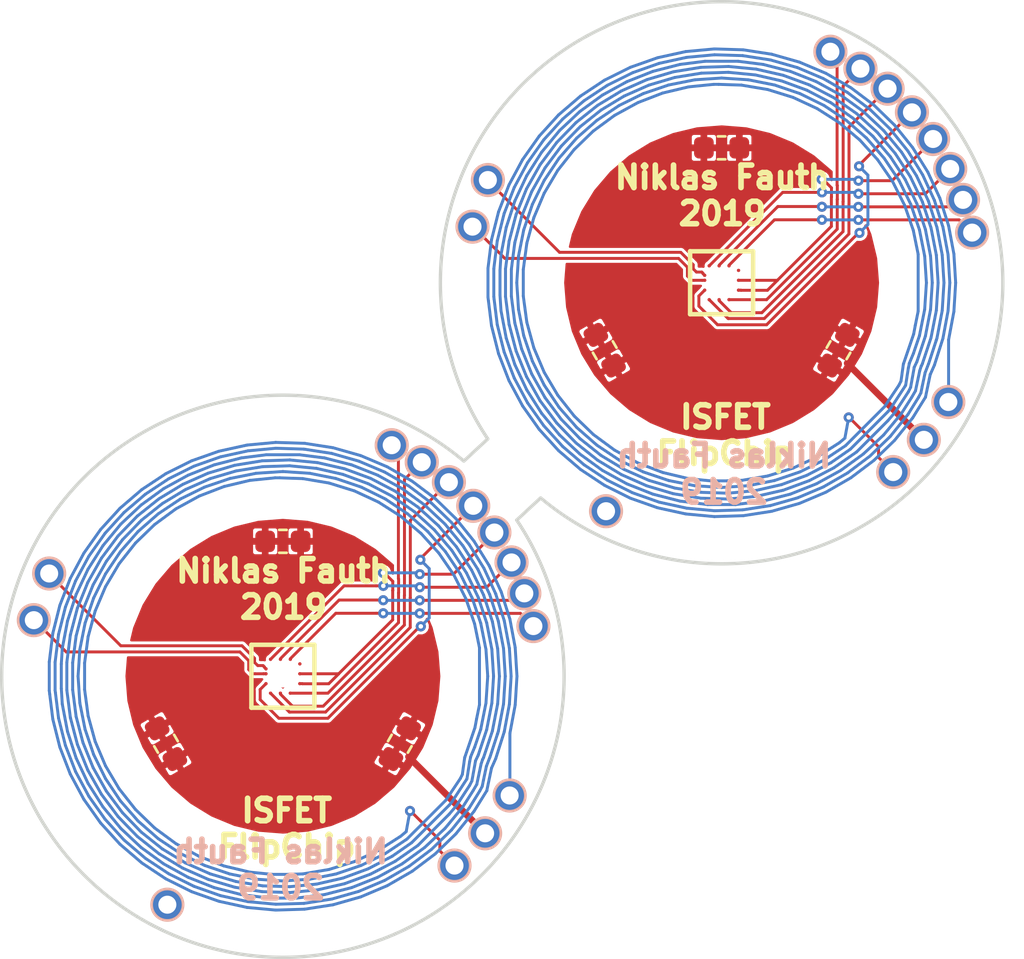
<source format=kicad_pcb>
(kicad_pcb (version 20171130) (host pcbnew 5.0.2-bee76a0~70~ubuntu18.04.1)

  (general
    (thickness 0.6)
    (drawings 42)
    (tracks 974)
    (zones 0)
    (modules 48)
    (nets 11)
  )

  (page A4)
  (layers
    (0 F.Cu signal)
    (31 B.Cu signal)
    (32 B.Adhes user)
    (33 F.Adhes user)
    (34 B.Paste user)
    (35 F.Paste user)
    (36 B.SilkS user)
    (37 F.SilkS user)
    (38 B.Mask user)
    (39 F.Mask user)
    (40 Dwgs.User user)
    (41 Cmts.User user hide)
    (42 Eco1.User user)
    (43 Eco2.User user)
    (44 Edge.Cuts user)
    (45 Margin user)
    (46 B.CrtYd user hide)
    (47 F.CrtYd user hide)
    (48 B.Fab user hide)
    (49 F.Fab user hide)
  )

  (setup
    (last_trace_width 0.13)
    (user_trace_width 0.089)
    (user_trace_width 0.1)
    (user_trace_width 0.2)
    (user_trace_width 0.3)
    (user_trace_width 0.5)
    (user_trace_width 0.8)
    (user_trace_width 1)
    (trace_clearance 0.13)
    (zone_clearance 0.1)
    (zone_45_only no)
    (trace_min 0.089)
    (segment_width 0.2)
    (edge_width 0.15)
    (via_size 0.45)
    (via_drill 0.2)
    (via_min_size 0.45)
    (via_min_drill 0.2)
    (uvia_size 0.3)
    (uvia_drill 0.1)
    (uvias_allowed no)
    (uvia_min_size 0.2)
    (uvia_min_drill 0.1)
    (pcb_text_width 0.3)
    (pcb_text_size 1.5 1.5)
    (mod_edge_width 0.15)
    (mod_text_size 0 0)
    (mod_text_width 0)
    (pad_size 0.8 0.8)
    (pad_drill 0.8)
    (pad_to_mask_clearance 0.051)
    (solder_mask_min_width 0.25)
    (aux_axis_origin 0 0)
    (visible_elements FFFFFF7F)
    (pcbplotparams
      (layerselection 0x010fc_ffffffff)
      (usegerberextensions false)
      (usegerberattributes false)
      (usegerberadvancedattributes false)
      (creategerberjobfile false)
      (excludeedgelayer true)
      (linewidth 0.100000)
      (plotframeref false)
      (viasonmask false)
      (mode 1)
      (useauxorigin false)
      (hpglpennumber 1)
      (hpglpenspeed 20)
      (hpglpendiameter 15.000000)
      (psnegative false)
      (psa4output false)
      (plotreference true)
      (plotvalue true)
      (plotinvisibletext false)
      (padsonsilk false)
      (subtractmaskfromsilk false)
      (outputformat 1)
      (mirror false)
      (drillshape 0)
      (scaleselection 1)
      (outputdirectory "gerber_V1.1"))
  )

  (net 0 "")
  (net 1 GNDD)
  (net 2 REFFET1_D2)
  (net 3 REFFET1_D3)
  (net 4 REFFET1_D4)
  (net 5 ISFET1_D4)
  (net 6 ISFET1_D3)
  (net 7 ISFET1_D2)
  (net 8 ISFET1_D1)
  (net 9 ELEC1)
  (net 10 O2_ELEC1)

  (net_class Default "This is the default net class."
    (clearance 0.13)
    (trace_width 0.13)
    (via_dia 0.45)
    (via_drill 0.2)
    (uvia_dia 0.3)
    (uvia_drill 0.1)
    (add_net ELEC1)
    (add_net GNDD)
    (add_net ISFET1_D1)
    (add_net ISFET1_D2)
    (add_net ISFET1_D3)
    (add_net ISFET1_D4)
    (add_net O2_ELEC1)
    (add_net REFFET1_D2)
    (add_net REFFET1_D3)
    (add_net REFFET1_D4)
  )

  (module TestPoint:TestPoint_Pad_D1.0mm (layer B.Cu) (tedit 5CF1B45F) (tstamp 5CF747EA)
    (at 139.66232 57.43762 45)
    (descr "SMD pad as test Point, diameter 1.0mm")
    (tags "test point SMD pad")
    (path /5CEF6CDF)
    (attr virtual)
    (fp_text reference J3 (at 0 1.448001 45) (layer B.SilkS)
      (effects (font (size 0 0) (thickness 0.15)) (justify mirror))
    )
    (fp_text value PAD (at 0 -1.550001 45) (layer B.Fab)
      (effects (font (size 1 1) (thickness 0.15)) (justify mirror))
    )
    (fp_text user %R (at 0 1.45 45) (layer B.Fab)
      (effects (font (size 1 1) (thickness 0.15)) (justify mirror))
    )
    (fp_circle (center 0 0) (end 1 0) (layer B.CrtYd) (width 0.05))
    (fp_circle (center 0 0) (end 0 -0.7) (layer B.SilkS) (width 0.12))
    (pad 1 thru_hole circle (at 0 0 45) (size 1.3 1.3) (drill 0.8) (layers *.Cu *.Mask))
  )

  (module TestPoint:TestPoint_Pad_D1.0mm (layer B.Cu) (tedit 5CF1B457) (tstamp 5CF747CD)
    (at 134.33594 52.22554 45)
    (descr "SMD pad as test Point, diameter 1.0mm")
    (tags "test point SMD pad")
    (path /5CEF7315)
    (attr virtual)
    (fp_text reference J10 (at 0 1.448001 45) (layer B.SilkS)
      (effects (font (size 0 0) (thickness 0.15)) (justify mirror))
    )
    (fp_text value PAD (at 0 -1.550001 45) (layer B.Fab)
      (effects (font (size 1 1) (thickness 0.15)) (justify mirror))
    )
    (fp_text user %R (at 0 1.45 45) (layer B.Fab)
      (effects (font (size 1 1) (thickness 0.15)) (justify mirror))
    )
    (fp_circle (center 0 0) (end 1 0) (layer B.CrtYd) (width 0.05))
    (fp_circle (center 0 0) (end 0 -0.7) (layer B.SilkS) (width 0.12))
    (pad 1 thru_hole circle (at 0 0 45) (size 1.3 1.3) (drill 0.8) (layers *.Cu *.Mask))
  )

  (module TestPoint:TestPoint_Pad_D1.0mm (layer B.Cu) (tedit 5CF1B268) (tstamp 5CF747BF)
    (at 119.11118 57.93038)
    (descr "SMD pad as test Point, diameter 1.0mm")
    (tags "test point SMD pad")
    (path /5CDFD244)
    (attr virtual)
    (fp_text reference J14 (at 0 1.448) (layer B.SilkS)
      (effects (font (size 0 0) (thickness 0.15)) (justify mirror))
    )
    (fp_text value PAD (at 0 -1.55) (layer B.Fab)
      (effects (font (size 1 1) (thickness 0.15)) (justify mirror))
    )
    (fp_text user %R (at 0 1.45) (layer B.Fab)
      (effects (font (size 1 1) (thickness 0.15)) (justify mirror))
    )
    (fp_circle (center 0 0) (end 1 0) (layer B.CrtYd) (width 0.05))
    (fp_circle (center 0 0) (end 0 -0.7) (layer B.SilkS) (width 0.12))
    (pad 1 thru_hole circle (at 0 0) (size 1.3 1.3) (drill 0.8) (layers *.Cu *.Mask))
  )

  (module TestPoint:TestPoint_Pad_D1.0mm (layer B.Cu) (tedit 5CF1B453) (tstamp 5CF74764)
    (at 136.87848 53.86892 45)
    (descr "SMD pad as test Point, diameter 1.0mm")
    (tags "test point SMD pad")
    (path /5CEF7207)
    (attr virtual)
    (fp_text reference J7 (at 0 1.448001 45) (layer B.SilkS)
      (effects (font (size 0 0) (thickness 0.15)) (justify mirror))
    )
    (fp_text value PAD (at 0 -1.550001 45) (layer B.Fab)
      (effects (font (size 1 1) (thickness 0.15)) (justify mirror))
    )
    (fp_circle (center 0 0) (end 0 -0.7) (layer B.SilkS) (width 0.12))
    (fp_circle (center 0 0) (end 1 0) (layer B.CrtYd) (width 0.05))
    (fp_text user %R (at 0 1.45 45) (layer B.Fab)
      (effects (font (size 1 1) (thickness 0.15)) (justify mirror))
    )
    (pad 1 thru_hole circle (at 0 0 45) (size 1.3 1.3) (drill 0.8) (layers *.Cu *.Mask))
  )

  (module TestPoint:TestPoint_Pad_D1.0mm (layer B.Cu) (tedit 5CF1BC88) (tstamp 5CF7475D)
    (at 137.1274 70.91994)
    (descr "SMD pad as test Point, diameter 1.0mm")
    (tags "test point SMD pad")
    (path /5CDD938E)
    (attr virtual)
    (fp_text reference J16 (at 0 1.448) (layer B.SilkS)
      (effects (font (size 0 0) (thickness 0.15)) (justify mirror))
    )
    (fp_text value PAD (at 0 -1.55) (layer B.Fab)
      (effects (font (size 1 1) (thickness 0.15)) (justify mirror))
    )
    (fp_circle (center 0 0) (end 0 -0.7) (layer B.SilkS) (width 0.12))
    (fp_circle (center 0 0) (end 1 0) (layer B.CrtYd) (width 0.05))
    (fp_text user %R (at 0 1.45) (layer B.Fab)
      (effects (font (size 1 1) (thickness 0.15)) (justify mirror))
    )
    (pad 1 thru_hole circle (at 0 0) (size 1.3 1.3) (drill 0.8) (layers *.Cu *.Mask))
  )

  (module Capacitor_SMD:C_0603_1608Metric (layer F.Cu) (tedit 5CF6AAF7) (tstamp 5CF7474C)
    (at 134.696152 65.5 60)
    (descr "Capacitor SMD 0603 (1608 Metric), square (rectangular) end terminal, IPC_7351 nominal, (Body size source: http://www.tortai-tech.com/upload/download/2011102023233369053.pdf), generated with kicad-footprint-generator")
    (tags capacitor)
    (attr smd)
    (fp_text reference REF** (at 0 -1.43 60) (layer F.SilkS) hide
      (effects (font (size 1 1) (thickness 0.15)))
    )
    (fp_text value C_0603_1608Metric (at 0 1.43 60) (layer F.Fab)
      (effects (font (size 1 1) (thickness 0.15)))
    )
    (fp_text user %R (at 0 0 60) (layer F.Fab)
      (effects (font (size 0.4 0.4) (thickness 0.06)))
    )
    (fp_line (start 1.480001 0.73) (end -1.48 0.730001) (layer F.CrtYd) (width 0.05))
    (fp_line (start 1.48 -0.730001) (end 1.480001 0.73) (layer F.CrtYd) (width 0.05))
    (fp_line (start -1.480001 -0.73) (end 1.48 -0.730001) (layer F.CrtYd) (width 0.05))
    (fp_line (start -1.48 0.730001) (end -1.480001 -0.73) (layer F.CrtYd) (width 0.05))
    (fp_line (start -0.162779 0.51) (end 0.162779 0.509999) (layer F.SilkS) (width 0.12))
    (fp_line (start -0.162779 -0.509999) (end 0.162779 -0.51) (layer F.SilkS) (width 0.12))
    (fp_line (start 0.8 0.4) (end -0.8 0.4) (layer F.Fab) (width 0.1))
    (fp_line (start 0.8 -0.4) (end 0.8 0.4) (layer F.Fab) (width 0.1))
    (fp_line (start -0.8 -0.4) (end 0.8 -0.4) (layer F.Fab) (width 0.1))
    (fp_line (start -0.8 0.4) (end -0.8 -0.4) (layer F.Fab) (width 0.1))
    (pad 2 smd roundrect (at 0.7875 0 60) (size 0.875 0.95) (layers F.Cu F.Paste F.Mask) (roundrect_rratio 0.25)
      (net 1 GNDD))
    (pad 1 smd roundrect (at -0.7875 0 60) (size 0.875 0.95) (layers F.Cu F.Paste F.Mask) (roundrect_rratio 0.25)
      (net 1 GNDD))
    (model ${KISYS3DMOD}/Capacitor_SMD.3dshapes/C_0603_1608Metric.wrl
      (at (xyz 0 0 0))
      (scale (xyz 1 1 1))
      (rotate (xyz 0 0 0))
    )
  )

  (module TestPoint:TestPoint_Pad_D1.0mm (layer B.Cu) (tedit 5CF1B1D1) (tstamp 5CF7473C)
    (at 135.67198 52.97992 45)
    (descr "SMD pad as test Point, diameter 1.0mm")
    (tags "test point SMD pad")
    (path /5CEF728D)
    (attr virtual)
    (fp_text reference J9 (at 0 1.448001 45) (layer B.SilkS)
      (effects (font (size 0 0) (thickness 0.15)) (justify mirror))
    )
    (fp_text value PAD (at 0 -1.550001 45) (layer B.Fab)
      (effects (font (size 1 1) (thickness 0.15)) (justify mirror))
    )
    (fp_circle (center 0 0) (end 0 -0.7) (layer B.SilkS) (width 0.12))
    (fp_circle (center 0 0) (end 1 0) (layer B.CrtYd) (width 0.05))
    (fp_text user %R (at 0 1.45 45) (layer B.Fab)
      (effects (font (size 1 1) (thickness 0.15)) (justify mirror))
    )
    (pad 1 thru_hole circle (at 0 0 45) (size 1.3 1.3) (drill 0.8) (layers *.Cu *.Mask))
  )

  (module Capacitor_SMD:C_0603_1608Metric (layer F.Cu) (tedit 5CF6AAE5) (tstamp 5CF746FA)
    (at 129.5 56.5 180)
    (descr "Capacitor SMD 0603 (1608 Metric), square (rectangular) end terminal, IPC_7351 nominal, (Body size source: http://www.tortai-tech.com/upload/download/2011102023233369053.pdf), generated with kicad-footprint-generator")
    (tags capacitor)
    (attr smd)
    (fp_text reference REF** (at 0 -1.43 180) (layer F.SilkS) hide
      (effects (font (size 1 1) (thickness 0.15)))
    )
    (fp_text value C_0603_1608Metric (at 0 1.43 180) (layer F.Fab)
      (effects (font (size 1 1) (thickness 0.15)))
    )
    (fp_text user %R (at 0 0 180) (layer F.Fab)
      (effects (font (size 0.4 0.4) (thickness 0.06)))
    )
    (fp_line (start 1.48 0.73) (end -1.48 0.73) (layer F.CrtYd) (width 0.05))
    (fp_line (start 1.48 -0.73) (end 1.48 0.73) (layer F.CrtYd) (width 0.05))
    (fp_line (start -1.48 -0.73) (end 1.48 -0.73) (layer F.CrtYd) (width 0.05))
    (fp_line (start -1.48 0.73) (end -1.48 -0.73) (layer F.CrtYd) (width 0.05))
    (fp_line (start -0.162779 0.51) (end 0.162779 0.51) (layer F.SilkS) (width 0.12))
    (fp_line (start -0.162779 -0.51) (end 0.162779 -0.51) (layer F.SilkS) (width 0.12))
    (fp_line (start 0.8 0.4) (end -0.8 0.4) (layer F.Fab) (width 0.1))
    (fp_line (start 0.8 -0.4) (end 0.8 0.4) (layer F.Fab) (width 0.1))
    (fp_line (start -0.8 -0.4) (end 0.8 -0.4) (layer F.Fab) (width 0.1))
    (fp_line (start -0.8 0.4) (end -0.8 -0.4) (layer F.Fab) (width 0.1))
    (pad 2 smd roundrect (at 0.7875 0 180) (size 0.875 0.95) (layers F.Cu F.Paste F.Mask) (roundrect_rratio 0.25)
      (net 1 GNDD))
    (pad 1 smd roundrect (at -0.7875 0 180) (size 0.875 0.95) (layers F.Cu F.Paste F.Mask) (roundrect_rratio 0.25)
      (net 1 GNDD))
    (model ${KISYS3DMOD}/Capacitor_SMD.3dshapes/C_0603_1608Metric.wrl
      (at (xyz 0 0 0))
      (scale (xyz 1 1 1))
      (rotate (xyz 0 0 0))
    )
  )

  (module TestPoint:TestPoint_Pad_D1.0mm (layer B.Cu) (tedit 5CF1B26F) (tstamp 5CF746C1)
    (at 118.42792 60.00556)
    (descr "SMD pad as test Point, diameter 1.0mm")
    (tags "test point SMD pad")
    (path /5CE0F070)
    (attr virtual)
    (fp_text reference J13 (at 0 1.448) (layer B.SilkS)
      (effects (font (size 0 0) (thickness 0.15)) (justify mirror))
    )
    (fp_text value PAD (at 0 -1.55) (layer B.Fab)
      (effects (font (size 1 1) (thickness 0.15)) (justify mirror))
    )
    (fp_circle (center 0 0) (end 0 -0.7) (layer B.SilkS) (width 0.12))
    (fp_circle (center 0 0) (end 1 0) (layer B.CrtYd) (width 0.05))
    (fp_text user %R (at 0 1.45) (layer B.Fab)
      (effects (font (size 1 1) (thickness 0.15)) (justify mirror))
    )
    (pad 1 thru_hole circle (at 0 0) (size 1.3 1.3) (drill 0.8) (layers *.Cu *.Mask))
  )

  (module Capacitor_SMD:C_0603_1608Metric (layer F.Cu) (tedit 5CF6AAEE) (tstamp 5CF74679)
    (at 124.303848 65.5 300)
    (descr "Capacitor SMD 0603 (1608 Metric), square (rectangular) end terminal, IPC_7351 nominal, (Body size source: http://www.tortai-tech.com/upload/download/2011102023233369053.pdf), generated with kicad-footprint-generator")
    (tags capacitor)
    (attr smd)
    (fp_text reference REF** (at 0 -1.43 300) (layer F.SilkS) hide
      (effects (font (size 1 1) (thickness 0.15)))
    )
    (fp_text value C_0603_1608Metric (at 0 1.43 300) (layer F.Fab)
      (effects (font (size 1 1) (thickness 0.15)))
    )
    (fp_text user %R (at 0 0 300) (layer F.Fab)
      (effects (font (size 0.4 0.4) (thickness 0.06)))
    )
    (fp_line (start 1.48 0.730001) (end -1.480001 0.73) (layer F.CrtYd) (width 0.05))
    (fp_line (start 1.480001 -0.73) (end 1.48 0.730001) (layer F.CrtYd) (width 0.05))
    (fp_line (start -1.48 -0.730001) (end 1.480001 -0.73) (layer F.CrtYd) (width 0.05))
    (fp_line (start -1.480001 0.73) (end -1.48 -0.730001) (layer F.CrtYd) (width 0.05))
    (fp_line (start -0.162779 0.509999) (end 0.162779 0.51) (layer F.SilkS) (width 0.12))
    (fp_line (start -0.162779 -0.51) (end 0.162779 -0.509999) (layer F.SilkS) (width 0.12))
    (fp_line (start 0.8 0.4) (end -0.8 0.4) (layer F.Fab) (width 0.1))
    (fp_line (start 0.8 -0.4) (end 0.8 0.4) (layer F.Fab) (width 0.1))
    (fp_line (start -0.8 -0.4) (end 0.8 -0.4) (layer F.Fab) (width 0.1))
    (fp_line (start -0.8 0.4) (end -0.8 -0.4) (layer F.Fab) (width 0.1))
    (pad 2 smd roundrect (at 0.7875 0 300) (size 0.875 0.95) (layers F.Cu F.Paste F.Mask) (roundrect_rratio 0.25)
      (net 1 GNDD))
    (pad 1 smd roundrect (at -0.7875 0 300) (size 0.875 0.95) (layers F.Cu F.Paste F.Mask) (roundrect_rratio 0.25)
      (net 1 GNDD))
    (model ${KISYS3DMOD}/Capacitor_SMD.3dshapes/C_0603_1608Metric.wrl
      (at (xyz 0 0 0))
      (scale (xyz 1 1 1))
      (rotate (xyz 0 0 0))
    )
  )

  (module TestPoint:TestPoint_Pad_D1.0mm (layer B.Cu) (tedit 5CF1B204) (tstamp 5CF7465B)
    (at 140.23128 58.8143 45)
    (descr "SMD pad as test Point, diameter 1.0mm")
    (tags "test point SMD pad")
    (path /5CEF6C5D)
    (attr virtual)
    (fp_text reference J2 (at 0 1.448001 45) (layer B.SilkS)
      (effects (font (size 0 0) (thickness 0.15)) (justify mirror))
    )
    (fp_text value PAD (at 0 -1.550001 45) (layer B.Fab)
      (effects (font (size 1 1) (thickness 0.15)) (justify mirror))
    )
    (fp_text user %R (at 0 1.45 45) (layer B.Fab)
      (effects (font (size 1 1) (thickness 0.15)) (justify mirror))
    )
    (fp_circle (center 0 0) (end 1 0) (layer B.CrtYd) (width 0.05))
    (fp_circle (center 0 0) (end 0 -0.7) (layer B.SilkS) (width 0.12))
    (pad 1 thru_hole circle (at 0 0 45) (size 1.3 1.3) (drill 0.8) (layers *.Cu *.Mask))
  )

  (module TestPoint:TestPoint_Pad_D1.0mm (layer B.Cu) (tedit 5A0F774F) (tstamp 5CF74638)
    (at 124.3639 72.65984)
    (descr "SMD pad as test Point, diameter 1.0mm")
    (tags "test point SMD pad")
    (path /5CDEB415)
    (attr virtual)
    (fp_text reference J15 (at 0 1.448) (layer B.SilkS)
      (effects (font (size 0 0) (thickness 0.15)) (justify mirror))
    )
    (fp_text value PAD (at 0 -1.55) (layer B.Fab)
      (effects (font (size 1 1) (thickness 0.15)) (justify mirror))
    )
    (fp_text user %R (at 0 1.45) (layer B.Fab)
      (effects (font (size 1 1) (thickness 0.15)) (justify mirror))
    )
    (fp_circle (center 0 0) (end 1 0) (layer B.CrtYd) (width 0.05))
    (fp_circle (center 0 0) (end 0 -0.7) (layer B.SilkS) (width 0.12))
    (pad 1 thru_hole circle (at 0 0) (size 1.3 1.3) (drill 0.8) (layers *.Cu *.Mask))
  )

  (module TestPoint:TestPoint_Pad_D1.0mm (layer B.Cu) (tedit 5A0F774F) (tstamp 5CF74628)
    (at 139.5785 67.80336)
    (descr "SMD pad as test Point, diameter 1.0mm")
    (tags "test point SMD pad")
    (path /5CF39F50)
    (attr virtual)
    (fp_text reference J8 (at 0 1.448) (layer B.SilkS)
      (effects (font (size 0 0) (thickness 0.15)) (justify mirror))
    )
    (fp_text value PAD (at 0 -1.55) (layer B.Fab)
      (effects (font (size 1 1) (thickness 0.15)) (justify mirror))
    )
    (fp_text user %R (at 0 1.45) (layer B.Fab)
      (effects (font (size 1 1) (thickness 0.15)) (justify mirror))
    )
    (fp_circle (center 0 0) (end 1 0) (layer B.CrtYd) (width 0.05))
    (fp_circle (center 0 0) (end 0 -0.7) (layer B.SilkS) (width 0.12))
    (pad 1 thru_hole circle (at 0 0) (size 1.3 1.3) (drill 0.8) (layers *.Cu *.Mask))
  )

  (module TestPoint:TestPoint_Pad_D1.0mm (layer B.Cu) (tedit 5CF1B1E5) (tstamp 5CF74610)
    (at 137.96052 54.92048 45)
    (descr "SMD pad as test Point, diameter 1.0mm")
    (tags "test point SMD pad")
    (path /5CEF7189)
    (attr virtual)
    (fp_text reference J5 (at 0 1.448001 45) (layer B.SilkS)
      (effects (font (size 0 0) (thickness 0.15)) (justify mirror))
    )
    (fp_text value PAD (at 0 -1.550001 45) (layer B.Fab)
      (effects (font (size 1 1) (thickness 0.15)) (justify mirror))
    )
    (fp_text user %R (at 0 1.45 45) (layer B.Fab)
      (effects (font (size 1 1) (thickness 0.15)) (justify mirror))
    )
    (fp_circle (center 0 0) (end 1 0) (layer B.CrtYd) (width 0.05))
    (fp_circle (center 0 0) (end 0 -0.7) (layer B.SilkS) (width 0.12))
    (pad 1 thru_hole circle (at 0 0 45) (size 1.3 1.3) (drill 0.8) (layers *.Cu *.Mask))
  )

  (module TestPoint:TestPoint_Pad_D1.0mm (layer B.Cu) (tedit 5CF6A8E5) (tstamp 5CF745F8)
    (at 138.90032 56.10666 45)
    (descr "SMD pad as test Point, diameter 1.0mm")
    (tags "test point SMD pad")
    (path /5CEF6D5F)
    (attr virtual)
    (fp_text reference J4 (at 0 1.448001 45) (layer B.SilkS)
      (effects (font (size 0 0) (thickness 0.15)) (justify mirror))
    )
    (fp_text value PAD (at 0 -1.550001 45) (layer B.Fab)
      (effects (font (size 1 1) (thickness 0.15)) (justify mirror))
    )
    (fp_text user %R (at 0 1.45 45) (layer B.Fab)
      (effects (font (size 1 1) (thickness 0.15)) (justify mirror))
    )
    (fp_circle (center 0 0) (end 1 0) (layer B.CrtYd) (width 0.05))
    (fp_circle (center 0 0) (end 0 -0.7) (layer B.SilkS) (width 0.12))
    (pad 1 thru_hole circle (at 0 0 45) (size 1.3 1.3) (drill 0.8) (layers *.Cu *.Mask))
  )

  (module MountingHole:MountingHole_2.5mm (layer F.Cu) (tedit 5D22D98A) (tstamp 5CF745BD)
    (at 129.5 62.5)
    (descr "Mounting Hole 2.5mm, no annular")
    (tags "mounting hole 2.5mm no annular")
    (attr virtual)
    (fp_text reference REF** (at 0 -3.5) (layer F.SilkS) hide
      (effects (font (size 1 1) (thickness 0.15)))
    )
    (fp_text value MountingHole_2.5mm (at 0 3.5) (layer F.Fab)
      (effects (font (size 1 1) (thickness 0.15)))
    )
    (fp_text user %R (at 0.3 0) (layer F.Fab)
      (effects (font (size 1 1) (thickness 0.15)))
    )
    (fp_circle (center 0 0) (end 2.5 0) (layer Cmts.User) (width 0.15))
    (fp_circle (center 0 0) (end 2.75 0) (layer F.CrtYd) (width 0.05))
    (pad "" np_thru_hole circle (at 0 0) (size 0.8 0.8) (drill 0.8) (layers *.Cu *.Mask))
  )

  (module TestPoint:TestPoint_Pad_D1.0mm (layer B.Cu) (tedit 5CF6AB07) (tstamp 5CF7458D)
    (at 138.48884 69.48484)
    (descr "SMD pad as test Point, diameter 1.0mm")
    (tags "test point SMD pad")
    (path /5CF40568)
    (attr virtual)
    (fp_text reference J6 (at 0 1.448) (layer B.SilkS)
      (effects (font (size 0 0) (thickness 0.15)) (justify mirror))
    )
    (fp_text value PAD (at 0 -1.55) (layer B.Fab)
      (effects (font (size 1 1) (thickness 0.15)) (justify mirror))
    )
    (fp_circle (center 0 0) (end 0 -0.7) (layer B.SilkS) (width 0.12))
    (fp_circle (center 0 0) (end 1 0) (layer B.CrtYd) (width 0.05))
    (fp_text user %R (at 0 1.45) (layer B.Fab)
      (effects (font (size 1 1) (thickness 0.15)) (justify mirror))
    )
    (pad 1 thru_hole circle (at 0 0) (size 1.3 1.3) (drill 0.8) (layers *.Cu *.Mask)
      (net 1 GNDD))
  )

  (module Sensor_Voltage:ISFET_FC_MIN (layer F.Cu) (tedit 5CEBFDF7) (tstamp 5CF7457E)
    (at 129.5 62.5 90)
    (fp_text reference REF** (at -1.9 1.7 90) (layer F.SilkS) hide
      (effects (font (size 1 1) (thickness 0.15)))
    )
    (fp_text value ISFET_FC_MIN (at -0.4 -3.5 90) (layer F.Fab)
      (effects (font (size 1 1) (thickness 0.15)))
    )
    (pad ELEC smd circle (at 0.11 -0.753 90) (size 0.15 0.15) (layers F.Cu F.Paste F.Mask))
    (pad O2 smd circle (at 0.33 -0.753 90) (size 0.15 0.15) (layers F.Cu F.Paste F.Mask))
    (pad G smd circle (at -0.33 -0.753 270) (size 0.15 0.15) (layers F.Cu F.Paste F.Mask))
    (pad D2m smd circle (at -0.753 0.33) (size 0.15 0.15) (layers F.Cu F.Paste F.Mask))
    (pad D4m smd circle (at -0.753 -0.55 180) (size 0.15 0.15) (layers F.Cu F.Paste F.Mask))
    (pad D3m smd circle (at -0.753 -0.11 180) (size 0.15 0.15) (layers F.Cu F.Paste F.Mask))
    (pad S smd circle (at 0.11 0.753 90) (size 0.15 0.15) (layers F.Cu F.Paste F.Mask))
    (pad SUB smd circle (at -0.33 0.753 270) (size 0.15 0.15) (layers F.Cu F.Paste F.Mask))
    (pad D1i smd circle (at 0.55 0.753 90) (size 0.15 0.15) (layers F.Cu F.Paste F.Mask))
    (pad D3i smd circle (at 0.753 -0.11 180) (size 0.15 0.15) (layers F.Cu F.Paste F.Mask))
    (pad D2i smd circle (at 0.753 0.33) (size 0.15 0.15) (layers F.Cu F.Paste F.Mask))
    (pad D4i smd circle (at 0.753 -0.55 180) (size 0.15 0.15) (layers F.Cu F.Paste F.Mask))
  )

  (module TestPoint:TestPoint_Pad_D1.0mm (layer B.Cu) (tedit 5CF1B464) (tstamp 5CF74534)
    (at 140.63514 60.26972 45)
    (descr "SMD pad as test Point, diameter 1.0mm")
    (tags "test point SMD pad")
    (path /5CEF6AD6)
    (attr virtual)
    (fp_text reference J1 (at 0 1.448001 45) (layer B.SilkS)
      (effects (font (size 0 0) (thickness 0.15)) (justify mirror))
    )
    (fp_text value PAD (at 0 -1.550001 45) (layer B.Fab)
      (effects (font (size 1 1) (thickness 0.15)) (justify mirror))
    )
    (fp_circle (center 0 0) (end 0 -0.7) (layer B.SilkS) (width 0.12))
    (fp_circle (center 0 0) (end 1 0) (layer B.CrtYd) (width 0.05))
    (fp_text user %R (at 0 1.45 45) (layer B.Fab)
      (effects (font (size 1 1) (thickness 0.15)) (justify mirror))
    )
    (pad 1 thru_hole circle (at 0 0 45) (size 1.3 1.3) (drill 0.8) (layers *.Cu *.Mask))
  )

  (module MountingHole:MountingHole_2.5mm (layer F.Cu) (tedit 5C92747C) (tstamp 5CF73C6E)
    (at 120.066628 72.545584 130)
    (descr "Mounting Hole 2.5mm, no annular")
    (tags "mounting hole 2.5mm no annular")
    (attr virtual)
    (fp_text reference REF** (at 0 -3.5 130) (layer F.SilkS) hide
      (effects (font (size 1 1) (thickness 0.15)))
    )
    (fp_text value MountingHole_2.5mm (at 0 3.5 130) (layer F.Fab)
      (effects (font (size 1 1) (thickness 0.15)))
    )
    (fp_text user %R (at 0.3 0 130) (layer F.Fab)
      (effects (font (size 1 1) (thickness 0.15)))
    )
    (fp_circle (center 0 0) (end 2.5 0) (layer Cmts.User) (width 0.15))
    (fp_circle (center 0 0) (end 2.75 0) (layer F.CrtYd) (width 0.05))
    (pad "" np_thru_hole circle (at 0 0 130) (size 0.3 0.3) (drill 0.3) (layers *.Cu *.Mask))
  )

  (module MountingHole:MountingHole_2.5mm (layer F.Cu) (tedit 5C92747C) (tstamp 5CF73C6E)
    (at 119.706628 72.085584 130)
    (descr "Mounting Hole 2.5mm, no annular")
    (tags "mounting hole 2.5mm no annular")
    (attr virtual)
    (fp_text reference REF** (at 0 -3.5 130) (layer F.SilkS) hide
      (effects (font (size 1 1) (thickness 0.15)))
    )
    (fp_text value MountingHole_2.5mm (at 0 3.5 130) (layer F.Fab)
      (effects (font (size 1 1) (thickness 0.15)))
    )
    (fp_text user %R (at 0.3 0 130) (layer F.Fab)
      (effects (font (size 1 1) (thickness 0.15)))
    )
    (fp_circle (center 0 0) (end 2.5 0) (layer Cmts.User) (width 0.15))
    (fp_circle (center 0 0) (end 2.75 0) (layer F.CrtYd) (width 0.05))
    (pad "" np_thru_hole circle (at 0 0 130) (size 0.3 0.3) (drill 0.3) (layers *.Cu *.Mask))
  )

  (module MountingHole:MountingHole_2.5mm (layer F.Cu) (tedit 5C92747C) (tstamp 5CF73C6E)
    (at 119.346628 71.645584 130)
    (descr "Mounting Hole 2.5mm, no annular")
    (tags "mounting hole 2.5mm no annular")
    (attr virtual)
    (fp_text reference REF** (at 0 -3.5 130) (layer F.SilkS) hide
      (effects (font (size 1 1) (thickness 0.15)))
    )
    (fp_text value MountingHole_2.5mm (at 0 3.5 130) (layer F.Fab)
      (effects (font (size 1 1) (thickness 0.15)))
    )
    (fp_text user %R (at 0.3 0 130) (layer F.Fab)
      (effects (font (size 1 1) (thickness 0.15)))
    )
    (fp_circle (center 0 0) (end 2.5 0) (layer Cmts.User) (width 0.15))
    (fp_circle (center 0 0) (end 2.75 0) (layer F.CrtYd) (width 0.05))
    (pad "" np_thru_hole circle (at 0 0 130) (size 0.3 0.3) (drill 0.3) (layers *.Cu *.Mask))
  )

  (module Capacitor_SMD:C_0603_1608Metric (layer F.Cu) (tedit 5CF6A4BC) (tstamp 5CF6B20E)
    (at 104.803848 83 300)
    (descr "Capacitor SMD 0603 (1608 Metric), square (rectangular) end terminal, IPC_7351 nominal, (Body size source: http://www.tortai-tech.com/upload/download/2011102023233369053.pdf), generated with kicad-footprint-generator")
    (tags capacitor)
    (attr smd)
    (fp_text reference REF** (at 0 -1.43 300) (layer F.SilkS) hide
      (effects (font (size 1 1) (thickness 0.15)))
    )
    (fp_text value C_0603_1608Metric (at 0 1.43 300) (layer F.Fab)
      (effects (font (size 1 1) (thickness 0.15)))
    )
    (fp_line (start -0.8 0.4) (end -0.8 -0.4) (layer F.Fab) (width 0.1))
    (fp_line (start -0.8 -0.4) (end 0.8 -0.4) (layer F.Fab) (width 0.1))
    (fp_line (start 0.8 -0.4) (end 0.8 0.4) (layer F.Fab) (width 0.1))
    (fp_line (start 0.8 0.4) (end -0.8 0.4) (layer F.Fab) (width 0.1))
    (fp_line (start -0.162779 -0.51) (end 0.162779 -0.51) (layer F.SilkS) (width 0.12))
    (fp_line (start -0.162779 0.51) (end 0.162779 0.51) (layer F.SilkS) (width 0.12))
    (fp_line (start -1.48 0.73) (end -1.48 -0.73) (layer F.CrtYd) (width 0.05))
    (fp_line (start -1.48 -0.73) (end 1.48 -0.73) (layer F.CrtYd) (width 0.05))
    (fp_line (start 1.48 -0.73) (end 1.48 0.73) (layer F.CrtYd) (width 0.05))
    (fp_line (start 1.48 0.73) (end -1.48 0.73) (layer F.CrtYd) (width 0.05))
    (fp_text user %R (at 0 0 300) (layer F.Fab)
      (effects (font (size 0.4 0.4) (thickness 0.06)))
    )
    (pad 1 smd roundrect (at -0.7875 0 300) (size 0.875 0.95) (layers F.Cu F.Paste F.Mask) (roundrect_rratio 0.25)
      (net 1 GNDD))
    (pad 2 smd roundrect (at 0.7875 0 300) (size 0.875 0.95) (layers F.Cu F.Paste F.Mask) (roundrect_rratio 0.25)
      (net 1 GNDD))
    (model ${KISYS3DMOD}/Capacitor_SMD.3dshapes/C_0603_1608Metric.wrl
      (at (xyz 0 0 0))
      (scale (xyz 1 1 1))
      (rotate (xyz 0 0 0))
    )
  )

  (module Capacitor_SMD:C_0603_1608Metric (layer F.Cu) (tedit 5CF6A4F9) (tstamp 5CF6B20E)
    (at 115.196152 83 60)
    (descr "Capacitor SMD 0603 (1608 Metric), square (rectangular) end terminal, IPC_7351 nominal, (Body size source: http://www.tortai-tech.com/upload/download/2011102023233369053.pdf), generated with kicad-footprint-generator")
    (tags capacitor)
    (attr smd)
    (fp_text reference REF** (at 0 -1.43 60) (layer F.SilkS) hide
      (effects (font (size 1 1) (thickness 0.15)))
    )
    (fp_text value C_0603_1608Metric (at 0 1.43 60) (layer F.Fab)
      (effects (font (size 1 1) (thickness 0.15)))
    )
    (fp_line (start -0.8 0.4) (end -0.8 -0.4) (layer F.Fab) (width 0.1))
    (fp_line (start -0.8 -0.4) (end 0.8 -0.4) (layer F.Fab) (width 0.1))
    (fp_line (start 0.8 -0.4) (end 0.8 0.4) (layer F.Fab) (width 0.1))
    (fp_line (start 0.8 0.4) (end -0.8 0.4) (layer F.Fab) (width 0.1))
    (fp_line (start -0.162779 -0.51) (end 0.162779 -0.51) (layer F.SilkS) (width 0.12))
    (fp_line (start -0.162779 0.51) (end 0.162779 0.51) (layer F.SilkS) (width 0.12))
    (fp_line (start -1.48 0.73) (end -1.48 -0.73) (layer F.CrtYd) (width 0.05))
    (fp_line (start -1.48 -0.73) (end 1.48 -0.73) (layer F.CrtYd) (width 0.05))
    (fp_line (start 1.48 -0.73) (end 1.48 0.73) (layer F.CrtYd) (width 0.05))
    (fp_line (start 1.48 0.73) (end -1.48 0.73) (layer F.CrtYd) (width 0.05))
    (fp_text user %R (at 0 0 60) (layer F.Fab)
      (effects (font (size 0.4 0.4) (thickness 0.06)))
    )
    (pad 1 smd roundrect (at -0.7875 0 60) (size 0.875 0.95) (layers F.Cu F.Paste F.Mask) (roundrect_rratio 0.25)
      (net 1 GNDD))
    (pad 2 smd roundrect (at 0.7875 0 60) (size 0.875 0.95) (layers F.Cu F.Paste F.Mask) (roundrect_rratio 0.25)
      (net 1 GNDD))
    (model ${KISYS3DMOD}/Capacitor_SMD.3dshapes/C_0603_1608Metric.wrl
      (at (xyz 0 0 0))
      (scale (xyz 1 1 1))
      (rotate (xyz 0 0 0))
    )
  )

  (module Capacitor_SMD:C_0603_1608Metric (layer F.Cu) (tedit 5CF6A524) (tstamp 5CF6B20E)
    (at 110 74 180)
    (descr "Capacitor SMD 0603 (1608 Metric), square (rectangular) end terminal, IPC_7351 nominal, (Body size source: http://www.tortai-tech.com/upload/download/2011102023233369053.pdf), generated with kicad-footprint-generator")
    (tags capacitor)
    (attr smd)
    (fp_text reference REF** (at 0 -1.43 180) (layer F.SilkS) hide
      (effects (font (size 1 1) (thickness 0.15)))
    )
    (fp_text value C_0603_1608Metric (at 0 1.43 180) (layer F.Fab)
      (effects (font (size 1 1) (thickness 0.15)))
    )
    (fp_line (start -0.8 0.4) (end -0.8 -0.4) (layer F.Fab) (width 0.1))
    (fp_line (start -0.8 -0.4) (end 0.8 -0.4) (layer F.Fab) (width 0.1))
    (fp_line (start 0.8 -0.4) (end 0.8 0.4) (layer F.Fab) (width 0.1))
    (fp_line (start 0.8 0.4) (end -0.8 0.4) (layer F.Fab) (width 0.1))
    (fp_line (start -0.162779 -0.51) (end 0.162779 -0.51) (layer F.SilkS) (width 0.12))
    (fp_line (start -0.162779 0.51) (end 0.162779 0.51) (layer F.SilkS) (width 0.12))
    (fp_line (start -1.48 0.73) (end -1.48 -0.73) (layer F.CrtYd) (width 0.05))
    (fp_line (start -1.48 -0.73) (end 1.48 -0.73) (layer F.CrtYd) (width 0.05))
    (fp_line (start 1.48 -0.73) (end 1.48 0.73) (layer F.CrtYd) (width 0.05))
    (fp_line (start 1.48 0.73) (end -1.48 0.73) (layer F.CrtYd) (width 0.05))
    (fp_text user %R (at 0 0 180) (layer F.Fab)
      (effects (font (size 0.4 0.4) (thickness 0.06)))
    )
    (pad 1 smd roundrect (at -0.7875 0 180) (size 0.875 0.95) (layers F.Cu F.Paste F.Mask) (roundrect_rratio 0.25)
      (net 1 GNDD))
    (pad 2 smd roundrect (at 0.7875 0 180) (size 0.875 0.95) (layers F.Cu F.Paste F.Mask) (roundrect_rratio 0.25)
      (net 1 GNDD))
    (model ${KISYS3DMOD}/Capacitor_SMD.3dshapes/C_0603_1608Metric.wrl
      (at (xyz 0 0 0))
      (scale (xyz 1 1 1))
      (rotate (xyz 0 0 0))
    )
  )

  (module TestPoint:TestPoint_Pad_D1.0mm (layer B.Cu) (tedit 5CF1B268) (tstamp 5CECF8A4)
    (at 99.61118 75.43038)
    (descr "SMD pad as test Point, diameter 1.0mm")
    (tags "test point SMD pad")
    (path /5CDFD244)
    (attr virtual)
    (fp_text reference J14 (at 0 1.448) (layer B.SilkS)
      (effects (font (size 0 0) (thickness 0.15)) (justify mirror))
    )
    (fp_text value PAD (at 0 -1.55) (layer B.Fab)
      (effects (font (size 1 1) (thickness 0.15)) (justify mirror))
    )
    (fp_circle (center 0 0) (end 0 -0.7) (layer B.SilkS) (width 0.12))
    (fp_circle (center 0 0) (end 1 0) (layer B.CrtYd) (width 0.05))
    (fp_text user %R (at 0 1.45) (layer B.Fab)
      (effects (font (size 1 1) (thickness 0.15)) (justify mirror))
    )
    (pad 1 thru_hole circle (at 0 0) (size 1.3 1.3) (drill 0.8) (layers *.Cu *.Mask)
      (net 10 O2_ELEC1))
  )

  (module TestPoint:TestPoint_Pad_D1.0mm (layer B.Cu) (tedit 5CF1BC88) (tstamp 5CECF89D)
    (at 117.6274 88.41994)
    (descr "SMD pad as test Point, diameter 1.0mm")
    (tags "test point SMD pad")
    (path /5CDD938E)
    (attr virtual)
    (fp_text reference J16 (at 0 1.448) (layer B.SilkS)
      (effects (font (size 0 0) (thickness 0.15)) (justify mirror))
    )
    (fp_text value PAD (at 0 -1.55) (layer B.Fab)
      (effects (font (size 1 1) (thickness 0.15)) (justify mirror))
    )
    (fp_text user %R (at 0 1.45) (layer B.Fab)
      (effects (font (size 1 1) (thickness 0.15)) (justify mirror))
    )
    (fp_circle (center 0 0) (end 1 0) (layer B.CrtYd) (width 0.05))
    (fp_circle (center 0 0) (end 0 -0.7) (layer B.SilkS) (width 0.12))
    (pad 1 thru_hole circle (at 0 0) (size 1.3 1.3) (drill 0.8) (layers *.Cu *.Mask)
      (net 1 GNDD))
  )

  (module TestPoint:TestPoint_Pad_D1.0mm (layer B.Cu) (tedit 5A0F774F) (tstamp 5CECF896)
    (at 104.8639 90.15984)
    (descr "SMD pad as test Point, diameter 1.0mm")
    (tags "test point SMD pad")
    (path /5CDEB415)
    (attr virtual)
    (fp_text reference J15 (at 0 1.448) (layer B.SilkS)
      (effects (font (size 0 0) (thickness 0.15)) (justify mirror))
    )
    (fp_text value PAD (at 0 -1.55) (layer B.Fab)
      (effects (font (size 1 1) (thickness 0.15)) (justify mirror))
    )
    (fp_circle (center 0 0) (end 0 -0.7) (layer B.SilkS) (width 0.12))
    (fp_circle (center 0 0) (end 1 0) (layer B.CrtYd) (width 0.05))
    (fp_text user %R (at 0 1.45) (layer B.Fab)
      (effects (font (size 1 1) (thickness 0.15)) (justify mirror))
    )
    (pad 1 thru_hole circle (at 0 0) (size 1.3 1.3) (drill 0.8) (layers *.Cu *.Mask))
  )

  (module TestPoint:TestPoint_Pad_D1.0mm (layer B.Cu) (tedit 5CF1B26F) (tstamp 5CECF88F)
    (at 98.92792 77.50556)
    (descr "SMD pad as test Point, diameter 1.0mm")
    (tags "test point SMD pad")
    (path /5CE0F070)
    (attr virtual)
    (fp_text reference J13 (at 0 1.448) (layer B.SilkS)
      (effects (font (size 0 0) (thickness 0.15)) (justify mirror))
    )
    (fp_text value PAD (at 0 -1.55) (layer B.Fab)
      (effects (font (size 1 1) (thickness 0.15)) (justify mirror))
    )
    (fp_text user %R (at 0 1.45) (layer B.Fab)
      (effects (font (size 1 1) (thickness 0.15)) (justify mirror))
    )
    (fp_circle (center 0 0) (end 1 0) (layer B.CrtYd) (width 0.05))
    (fp_circle (center 0 0) (end 0 -0.7) (layer B.SilkS) (width 0.12))
    (pad 1 thru_hole circle (at 0 0) (size 1.3 1.3) (drill 0.8) (layers *.Cu *.Mask)
      (net 9 ELEC1))
  )

  (module TestPoint:TestPoint_Pad_D1.0mm (layer B.Cu) (tedit 5CF1B204) (tstamp 5CECF888)
    (at 120.73128 76.3143 45)
    (descr "SMD pad as test Point, diameter 1.0mm")
    (tags "test point SMD pad")
    (path /5CEF6C5D)
    (attr virtual)
    (fp_text reference J2 (at 0 1.448001 45) (layer B.SilkS)
      (effects (font (size 0 0) (thickness 0.15)) (justify mirror))
    )
    (fp_text value PAD (at 0 -1.550001 45) (layer B.Fab)
      (effects (font (size 1 1) (thickness 0.15)) (justify mirror))
    )
    (fp_circle (center 0 0) (end 0 -0.7) (layer B.SilkS) (width 0.12))
    (fp_circle (center 0 0) (end 1 0) (layer B.CrtYd) (width 0.05))
    (fp_text user %R (at 0 1.45 45) (layer B.Fab)
      (effects (font (size 1 1) (thickness 0.15)) (justify mirror))
    )
    (pad 1 thru_hole circle (at 0 0 45) (size 1.3 1.3) (drill 0.8) (layers *.Cu *.Mask)
      (net 6 ISFET1_D3))
  )

  (module TestPoint:TestPoint_Pad_D1.0mm (layer B.Cu) (tedit 5CF1B464) (tstamp 5CECF881)
    (at 121.13514 77.76972 45)
    (descr "SMD pad as test Point, diameter 1.0mm")
    (tags "test point SMD pad")
    (path /5CEF6AD6)
    (attr virtual)
    (fp_text reference J1 (at 0 1.448001 45) (layer B.SilkS)
      (effects (font (size 0 0) (thickness 0.15)) (justify mirror))
    )
    (fp_text value PAD (at 0 -1.550001 45) (layer B.Fab)
      (effects (font (size 1 1) (thickness 0.15)) (justify mirror))
    )
    (fp_text user %R (at 0 1.45 45) (layer B.Fab)
      (effects (font (size 1 1) (thickness 0.15)) (justify mirror))
    )
    (fp_circle (center 0 0) (end 1 0) (layer B.CrtYd) (width 0.05))
    (fp_circle (center 0 0) (end 0 -0.7) (layer B.SilkS) (width 0.12))
    (pad 1 thru_hole circle (at 0 0 45) (size 1.3 1.3) (drill 0.8) (layers *.Cu *.Mask)
      (net 7 ISFET1_D2))
  )

  (module TestPoint:TestPoint_Pad_D1.0mm (layer B.Cu) (tedit 5CF1B457) (tstamp 5CECF87A)
    (at 114.83594 69.72554 45)
    (descr "SMD pad as test Point, diameter 1.0mm")
    (tags "test point SMD pad")
    (path /5CEF7315)
    (attr virtual)
    (fp_text reference J10 (at 0 1.448001 45) (layer B.SilkS)
      (effects (font (size 0 0) (thickness 0.15)) (justify mirror))
    )
    (fp_text value PAD (at 0 -1.550001 45) (layer B.Fab)
      (effects (font (size 1 1) (thickness 0.15)) (justify mirror))
    )
    (fp_circle (center 0 0) (end 0 -0.7) (layer B.SilkS) (width 0.12))
    (fp_circle (center 0 0) (end 1 0) (layer B.CrtYd) (width 0.05))
    (fp_text user %R (at 0 1.45 45) (layer B.Fab)
      (effects (font (size 1 1) (thickness 0.15)) (justify mirror))
    )
    (pad 1 thru_hole circle (at 0 0 45) (size 1.3 1.3) (drill 0.8) (layers *.Cu *.Mask)
      (net 2 REFFET1_D2))
  )

  (module TestPoint:TestPoint_Pad_D1.0mm (layer B.Cu) (tedit 5CF1B1D1) (tstamp 5CECF873)
    (at 116.17198 70.47992 45)
    (descr "SMD pad as test Point, diameter 1.0mm")
    (tags "test point SMD pad")
    (path /5CEF728D)
    (attr virtual)
    (fp_text reference J9 (at 0 1.448001 45) (layer B.SilkS)
      (effects (font (size 0 0) (thickness 0.15)) (justify mirror))
    )
    (fp_text value PAD (at 0 -1.550001 45) (layer B.Fab)
      (effects (font (size 1 1) (thickness 0.15)) (justify mirror))
    )
    (fp_text user %R (at 0 1.45 45) (layer B.Fab)
      (effects (font (size 1 1) (thickness 0.15)) (justify mirror))
    )
    (fp_circle (center 0 0) (end 1 0) (layer B.CrtYd) (width 0.05))
    (fp_circle (center 0 0) (end 0 -0.7) (layer B.SilkS) (width 0.12))
    (pad 1 thru_hole circle (at 0 0 45) (size 1.3 1.3) (drill 0.8) (layers *.Cu *.Mask)
      (net 3 REFFET1_D3))
  )

  (module TestPoint:TestPoint_Pad_D1.0mm (layer B.Cu) (tedit 5A0F774F) (tstamp 5CECF86C)
    (at 120.0785 85.30336)
    (descr "SMD pad as test Point, diameter 1.0mm")
    (tags "test point SMD pad")
    (path /5CF39F50)
    (attr virtual)
    (fp_text reference J8 (at 0 1.448) (layer B.SilkS)
      (effects (font (size 0 0) (thickness 0.15)) (justify mirror))
    )
    (fp_text value PAD (at 0 -1.55) (layer B.Fab)
      (effects (font (size 1 1) (thickness 0.15)) (justify mirror))
    )
    (fp_circle (center 0 0) (end 0 -0.7) (layer B.SilkS) (width 0.12))
    (fp_circle (center 0 0) (end 1 0) (layer B.CrtYd) (width 0.05))
    (fp_text user %R (at 0 1.45) (layer B.Fab)
      (effects (font (size 1 1) (thickness 0.15)) (justify mirror))
    )
    (pad 1 thru_hole circle (at 0 0) (size 1.3 1.3) (drill 0.8) (layers *.Cu *.Mask))
  )

  (module TestPoint:TestPoint_Pad_D1.0mm (layer B.Cu) (tedit 5CF1B453) (tstamp 5CECF865)
    (at 117.37848 71.36892 45)
    (descr "SMD pad as test Point, diameter 1.0mm")
    (tags "test point SMD pad")
    (path /5CEF7207)
    (attr virtual)
    (fp_text reference J7 (at 0 1.448001 45) (layer B.SilkS)
      (effects (font (size 0 0) (thickness 0.15)) (justify mirror))
    )
    (fp_text value PAD (at 0 -1.550001 45) (layer B.Fab)
      (effects (font (size 1 1) (thickness 0.15)) (justify mirror))
    )
    (fp_text user %R (at 0 1.45 45) (layer B.Fab)
      (effects (font (size 1 1) (thickness 0.15)) (justify mirror))
    )
    (fp_circle (center 0 0) (end 1 0) (layer B.CrtYd) (width 0.05))
    (fp_circle (center 0 0) (end 0 -0.7) (layer B.SilkS) (width 0.12))
    (pad 1 thru_hole circle (at 0 0 45) (size 1.3 1.3) (drill 0.8) (layers *.Cu *.Mask)
      (net 4 REFFET1_D4))
  )

  (module TestPoint:TestPoint_Pad_D1.0mm (layer B.Cu) (tedit 5CF1B1E5) (tstamp 5CECF85E)
    (at 118.46052 72.42048 45)
    (descr "SMD pad as test Point, diameter 1.0mm")
    (tags "test point SMD pad")
    (path /5CEF7189)
    (attr virtual)
    (fp_text reference J5 (at 0 1.448001 45) (layer B.SilkS)
      (effects (font (size 0 0) (thickness 0.15)) (justify mirror))
    )
    (fp_text value PAD (at 0 -1.550001 45) (layer B.Fab)
      (effects (font (size 1 1) (thickness 0.15)) (justify mirror))
    )
    (fp_circle (center 0 0) (end 0 -0.7) (layer B.SilkS) (width 0.12))
    (fp_circle (center 0 0) (end 1 0) (layer B.CrtYd) (width 0.05))
    (fp_text user %R (at 0 1.45 45) (layer B.Fab)
      (effects (font (size 1 1) (thickness 0.15)) (justify mirror))
    )
    (pad 1 thru_hole circle (at 0 0 45) (size 1.3 1.3) (drill 0.8) (layers *.Cu *.Mask))
  )

  (module TestPoint:TestPoint_Pad_D1.0mm (layer B.Cu) (tedit 5CF6A8E5) (tstamp 5CECF857)
    (at 119.40032 73.60666 45)
    (descr "SMD pad as test Point, diameter 1.0mm")
    (tags "test point SMD pad")
    (path /5CEF6D5F)
    (attr virtual)
    (fp_text reference J4 (at 0 1.448001 45) (layer B.SilkS)
      (effects (font (size 0 0) (thickness 0.15)) (justify mirror))
    )
    (fp_text value PAD (at 0 -1.550001 45) (layer B.Fab)
      (effects (font (size 1 1) (thickness 0.15)) (justify mirror))
    )
    (fp_circle (center 0 0) (end 0 -0.7) (layer B.SilkS) (width 0.12))
    (fp_circle (center 0 0) (end 1 0) (layer B.CrtYd) (width 0.05))
    (fp_text user %R (at 0 1.45 45) (layer B.Fab)
      (effects (font (size 1 1) (thickness 0.15)) (justify mirror))
    )
    (pad 1 thru_hole circle (at 0 0 45) (size 1.3 1.3) (drill 0.8) (layers *.Cu *.Mask))
  )

  (module TestPoint:TestPoint_Pad_D1.0mm (layer B.Cu) (tedit 5CF1B45F) (tstamp 5CECF850)
    (at 120.16232 74.93762 45)
    (descr "SMD pad as test Point, diameter 1.0mm")
    (tags "test point SMD pad")
    (path /5CEF6CDF)
    (attr virtual)
    (fp_text reference J3 (at 0 1.448001 45) (layer B.SilkS)
      (effects (font (size 0 0) (thickness 0.15)) (justify mirror))
    )
    (fp_text value PAD (at 0 -1.550001 45) (layer B.Fab)
      (effects (font (size 1 1) (thickness 0.15)) (justify mirror))
    )
    (fp_circle (center 0 0) (end 0 -0.7) (layer B.SilkS) (width 0.12))
    (fp_circle (center 0 0) (end 1 0) (layer B.CrtYd) (width 0.05))
    (fp_text user %R (at 0 1.45 45) (layer B.Fab)
      (effects (font (size 1 1) (thickness 0.15)) (justify mirror))
    )
    (pad 1 thru_hole circle (at 0 0 45) (size 1.3 1.3) (drill 0.8) (layers *.Cu *.Mask)
      (net 5 ISFET1_D4))
  )

  (module TestPoint:TestPoint_Pad_D1.0mm (layer B.Cu) (tedit 5CF6A624) (tstamp 5CECF849)
    (at 118.98884 86.98484)
    (descr "SMD pad as test Point, diameter 1.0mm")
    (tags "test point SMD pad")
    (path /5CF40568)
    (attr virtual)
    (fp_text reference J6 (at 0 1.448) (layer B.SilkS)
      (effects (font (size 0 0) (thickness 0.15)) (justify mirror))
    )
    (fp_text value PAD (at 0 -1.55) (layer B.Fab)
      (effects (font (size 1 1) (thickness 0.15)) (justify mirror))
    )
    (fp_text user %R (at 0 1.45) (layer B.Fab)
      (effects (font (size 1 1) (thickness 0.15)) (justify mirror))
    )
    (fp_circle (center 0 0) (end 1 0) (layer B.CrtYd) (width 0.05))
    (fp_circle (center 0 0) (end 0 -0.7) (layer B.SilkS) (width 0.12))
    (pad 1 thru_hole circle (at 0 0) (size 1.3 1.3) (drill 0.8) (layers *.Cu *.Mask)
      (net 1 GNDD))
  )

  (module MountingHole:MountingHole_2.5mm (layer F.Cu) (tedit 5D22D97C) (tstamp 5CE83DBE)
    (at 110 80)
    (descr "Mounting Hole 2.5mm, no annular")
    (tags "mounting hole 2.5mm no annular")
    (attr virtual)
    (fp_text reference REF** (at 0 -3.5) (layer F.SilkS) hide
      (effects (font (size 1 1) (thickness 0.15)))
    )
    (fp_text value MountingHole_2.5mm (at 0 3.5) (layer F.Fab)
      (effects (font (size 1 1) (thickness 0.15)))
    )
    (fp_circle (center 0 0) (end 2.75 0) (layer F.CrtYd) (width 0.05))
    (fp_circle (center 0 0) (end 2.5 0) (layer Cmts.User) (width 0.15))
    (fp_text user %R (at 0.3 0) (layer F.Fab)
      (effects (font (size 1 1) (thickness 0.15)))
    )
    (pad "" np_thru_hole circle (at 0 0) (size 1 1) (drill 1) (layers *.Cu *.Mask))
  )

  (module Sensor_Voltage:ISFET_FC_MIN (layer F.Cu) (tedit 5CEBFDF7) (tstamp 5CE83D9A)
    (at 110 80 90)
    (fp_text reference REF** (at -1.9 1.7 90) (layer F.SilkS) hide
      (effects (font (size 1 1) (thickness 0.15)))
    )
    (fp_text value ISFET_FC_MIN (at -0.4 -3.5 90) (layer F.Fab)
      (effects (font (size 1 1) (thickness 0.15)))
    )
    (pad D4i smd circle (at 0.753 -0.55 180) (size 0.15 0.15) (layers F.Cu F.Paste F.Mask)
      (net 5 ISFET1_D4))
    (pad D2i smd circle (at 0.753 0.33) (size 0.15 0.15) (layers F.Cu F.Paste F.Mask)
      (net 7 ISFET1_D2))
    (pad D3i smd circle (at 0.753 -0.11 180) (size 0.15 0.15) (layers F.Cu F.Paste F.Mask)
      (net 6 ISFET1_D3))
    (pad D1i smd circle (at 0.55 0.753 90) (size 0.15 0.15) (layers F.Cu F.Paste F.Mask)
      (net 8 ISFET1_D1))
    (pad SUB smd circle (at -0.33 0.753 270) (size 0.15 0.15) (layers F.Cu F.Paste F.Mask))
    (pad S smd circle (at 0.11 0.753 90) (size 0.15 0.15) (layers F.Cu F.Paste F.Mask))
    (pad D3m smd circle (at -0.753 -0.11 180) (size 0.15 0.15) (layers F.Cu F.Paste F.Mask)
      (net 3 REFFET1_D3))
    (pad D4m smd circle (at -0.753 -0.55 180) (size 0.15 0.15) (layers F.Cu F.Paste F.Mask)
      (net 4 REFFET1_D4))
    (pad D2m smd circle (at -0.753 0.33) (size 0.15 0.15) (layers F.Cu F.Paste F.Mask)
      (net 2 REFFET1_D2))
    (pad G smd circle (at -0.33 -0.753 270) (size 0.15 0.15) (layers F.Cu F.Paste F.Mask))
    (pad O2 smd circle (at 0.33 -0.753 90) (size 0.15 0.15) (layers F.Cu F.Paste F.Mask)
      (net 10 O2_ELEC1))
    (pad ELEC smd circle (at 0.11 -0.753 90) (size 0.15 0.15) (layers F.Cu F.Paste F.Mask)
      (net 9 ELEC1))
  )

  (module MountingHole:MountingHole_2.5mm (layer F.Cu) (tedit 5C92747C) (tstamp 5CE83D73)
    (at 119.763096 70.43426 130)
    (descr "Mounting Hole 2.5mm, no annular")
    (tags "mounting hole 2.5mm no annular")
    (attr virtual)
    (fp_text reference REF** (at 0 -3.5 130) (layer F.SilkS) hide
      (effects (font (size 1 1) (thickness 0.15)))
    )
    (fp_text value MountingHole_2.5mm (at 0 3.5 130) (layer F.Fab)
      (effects (font (size 1 1) (thickness 0.15)))
    )
    (fp_circle (center 0 0) (end 2.75 0) (layer F.CrtYd) (width 0.05))
    (fp_circle (center 0 0) (end 2.5 0) (layer Cmts.User) (width 0.15))
    (fp_text user %R (at 0.3 0 130) (layer F.Fab)
      (effects (font (size 1 1) (thickness 0.15)))
    )
    (pad "" np_thru_hole circle (at 0 0 130) (size 0.3 0.3) (drill 0.3) (layers *.Cu *.Mask))
  )

  (module MountingHole:MountingHole_2.5mm (layer F.Cu) (tedit 5C92747C) (tstamp 5CE83D65)
    (at 120.470161 71.276908 130)
    (descr "Mounting Hole 2.5mm, no annular")
    (tags "mounting hole 2.5mm no annular")
    (attr virtual)
    (fp_text reference REF** (at 0 -3.5 130) (layer F.SilkS) hide
      (effects (font (size 1 1) (thickness 0.15)))
    )
    (fp_text value MountingHole_2.5mm (at 0 3.5 130) (layer F.Fab)
      (effects (font (size 1 1) (thickness 0.15)))
    )
    (fp_circle (center 0 0) (end 2.75 0) (layer F.CrtYd) (width 0.05))
    (fp_circle (center 0 0) (end 2.5 0) (layer Cmts.User) (width 0.15))
    (fp_text user %R (at 0.3 0 130) (layer F.Fab)
      (effects (font (size 1 1) (thickness 0.15)))
    )
    (pad "" np_thru_hole circle (at 0 0 130) (size 0.3 0.3) (drill 0.3) (layers *.Cu *.Mask))
  )

  (module MountingHole:MountingHole_2.5mm (layer F.Cu) (tedit 5C92747C) (tstamp 5CE83D5E)
    (at 120.861997 71.666093 130)
    (descr "Mounting Hole 2.5mm, no annular")
    (tags "mounting hole 2.5mm no annular")
    (attr virtual)
    (fp_text reference REF** (at 0 -3.5 130) (layer F.SilkS) hide
      (effects (font (size 1 1) (thickness 0.15)))
    )
    (fp_text value MountingHole_2.5mm (at 0 3.5 130) (layer F.Fab)
      (effects (font (size 1 1) (thickness 0.15)))
    )
    (fp_circle (center 0 0) (end 2.75 0) (layer F.CrtYd) (width 0.05))
    (fp_circle (center 0 0) (end 2.5 0) (layer Cmts.User) (width 0.15))
    (fp_text user %R (at 0.3 0 130) (layer F.Fab)
      (effects (font (size 1 1) (thickness 0.15)))
    )
    (pad "" np_thru_hole circle (at 0 0 130) (size 0.3 0.3) (drill 0.3) (layers *.Cu *.Mask))
  )

  (module MountingHole:MountingHole_2.5mm (layer F.Cu) (tedit 5C92747C) (tstamp 5CE83D57)
    (at 120.116628 70.855584 130)
    (descr "Mounting Hole 2.5mm, no annular")
    (tags "mounting hole 2.5mm no annular")
    (attr virtual)
    (fp_text reference REF** (at 0 -3.5 130) (layer F.SilkS) hide
      (effects (font (size 1 1) (thickness 0.15)))
    )
    (fp_text value MountingHole_2.5mm (at 0 3.5 130) (layer F.Fab)
      (effects (font (size 1 1) (thickness 0.15)))
    )
    (fp_circle (center 0 0) (end 2.75 0) (layer F.CrtYd) (width 0.05))
    (fp_circle (center 0 0) (end 2.5 0) (layer Cmts.User) (width 0.15))
    (fp_text user %R (at 0.3 0 130) (layer F.Fab)
      (effects (font (size 1 1) (thickness 0.15)))
    )
    (pad "" np_thru_hole circle (at 0 0 130) (size 0.3 0.3) (drill 0.3) (layers *.Cu *.Mask))
  )

  (module MountingHole:MountingHole_2.5mm (layer F.Cu) (tedit 5C92747C) (tstamp 5CE83D49)
    (at 118.96705 71.217047 130)
    (descr "Mounting Hole 2.5mm, no annular")
    (tags "mounting hole 2.5mm no annular")
    (attr virtual)
    (fp_text reference REF** (at 0 -3.5 130) (layer F.SilkS) hide
      (effects (font (size 1 1) (thickness 0.15)))
    )
    (fp_text value MountingHole_2.5mm (at 0 3.5 130) (layer F.Fab)
      (effects (font (size 1 1) (thickness 0.15)))
    )
    (fp_circle (center 0 0) (end 2.75 0) (layer F.CrtYd) (width 0.05))
    (fp_circle (center 0 0) (end 2.5 0) (layer Cmts.User) (width 0.15))
    (fp_text user %R (at 0.3 0 130) (layer F.Fab)
      (effects (font (size 1 1) (thickness 0.15)))
    )
    (pad "" np_thru_hole circle (at 0 0 130) (size 0.3 0.3) (drill 0.3) (layers *.Cu *.Mask))
  )

  (module MountingHole:MountingHole_2.5mm (layer F.Cu) (tedit 5C92747C) (tstamp 5CE83D42)
    (at 118.575216 70.827862 130)
    (descr "Mounting Hole 2.5mm, no annular")
    (tags "mounting hole 2.5mm no annular")
    (attr virtual)
    (fp_text reference REF** (at 0 -3.5 130) (layer F.SilkS) hide
      (effects (font (size 1 1) (thickness 0.15)))
    )
    (fp_text value MountingHole_2.5mm (at 0 3.5 130) (layer F.Fab)
      (effects (font (size 1 1) (thickness 0.15)))
    )
    (fp_circle (center 0 0) (end 2.75 0) (layer F.CrtYd) (width 0.05))
    (fp_circle (center 0 0) (end 2.5 0) (layer Cmts.User) (width 0.15))
    (fp_text user %R (at 0.3 0 130) (layer F.Fab)
      (effects (font (size 1 1) (thickness 0.15)))
    )
    (pad "" np_thru_hole circle (at 0 0 130) (size 0.3 0.3) (drill 0.3) (layers *.Cu *.Mask))
  )

  (module MountingHole:MountingHole_2.5mm (layer F.Cu) (tedit 5C92747C) (tstamp 5CE83D34)
    (at 119.447864 69.980796 130)
    (descr "Mounting Hole 2.5mm, no annular")
    (tags "mounting hole 2.5mm no annular")
    (attr virtual)
    (fp_text reference REF** (at 0 -3.5 130) (layer F.SilkS) hide
      (effects (font (size 1 1) (thickness 0.15)))
    )
    (fp_text value MountingHole_2.5mm (at 0 3.5 130) (layer F.Fab)
      (effects (font (size 1 1) (thickness 0.15)))
    )
    (fp_circle (center 0 0) (end 2.75 0) (layer F.CrtYd) (width 0.05))
    (fp_circle (center 0 0) (end 2.5 0) (layer Cmts.User) (width 0.15))
    (fp_text user %R (at 0.3 0 130) (layer F.Fab)
      (effects (font (size 1 1) (thickness 0.15)))
    )
    (pad "" np_thru_hole circle (at 0 0 130) (size 0.3 0.3) (drill 0.3) (layers *.Cu *.Mask))
  )

  (gr_text "Niklas Fauth\n2019" (at 129.6 71) (layer B.SilkS) (tstamp 5D390D72)
    (effects (font (size 1 1) (thickness 0.25)) (justify mirror))
  )
  (gr_text "Niklas Fauth\n2019" (at 109.9 88.6) (layer B.SilkS)
    (effects (font (size 1 1) (thickness 0.25)) (justify mirror))
  )
  (gr_circle (center 129.83 61.75) (end 129.88 61.775) (layer F.Mask) (width 0.2) (tstamp 5D390C6F))
  (gr_circle (center 128.75 62.39) (end 128.8 62.415) (layer F.Mask) (width 0.2) (tstamp 5D390C6E))
  (gr_circle (center 130.25 62.39) (end 130.3 62.415) (layer F.Mask) (width 0.2) (tstamp 5D390C6D))
  (gr_circle (center 129.39 63.25) (end 129.44 63.275) (layer F.Mask) (width 0.2) (tstamp 5D390C6C))
  (gr_circle (center 129.39 61.75) (end 129.44 61.775) (layer F.Mask) (width 0.2) (tstamp 5D390C6B))
  (gr_circle (center 128.75 62.83) (end 128.8 62.855) (layer F.Mask) (width 0.2) (tstamp 5D390C6A))
  (gr_circle (center 129.83 63.25) (end 129.88 63.275) (layer F.Mask) (width 0.2) (tstamp 5D390C69))
  (gr_circle (center 128.95 63.25) (end 129 63.275) (layer F.Mask) (width 0.2) (tstamp 5D390C68))
  (gr_circle (center 128.95 61.75) (end 129 61.775) (layer F.Mask) (width 0.2) (tstamp 5D390C67))
  (gr_circle (center 130.25 61.95) (end 130.3 61.975) (layer F.Mask) (width 0.2) (tstamp 5D390C66))
  (gr_circle (center 130.25 62.83) (end 130.3 62.855) (layer F.Mask) (width 0.2) (tstamp 5D390C65))
  (gr_circle (center 128.75 62.17) (end 128.8 62.195) (layer F.Mask) (width 0.2) (tstamp 5D390C64))
  (gr_circle (center 110.33 80.75) (end 110.38 80.775) (layer F.Mask) (width 0.2) (tstamp 5D390A2B))
  (gr_circle (center 109.89 80.75) (end 109.94 80.775) (layer F.Mask) (width 0.2) (tstamp 5D390A2B))
  (gr_circle (center 109.45 80.75) (end 109.5 80.775) (layer F.Mask) (width 0.2) (tstamp 5D390A2B))
  (gr_circle (center 109.25 80.33) (end 109.3 80.355) (layer F.Mask) (width 0.2) (tstamp 5D390A2B))
  (gr_circle (center 109.25 79.89) (end 109.3 79.915) (layer F.Mask) (width 0.2) (tstamp 5D390A2B))
  (gr_circle (center 109.25 79.67) (end 109.3 79.695) (layer F.Mask) (width 0.2) (tstamp 5D390A2B))
  (gr_circle (center 109.45 79.25) (end 109.5 79.275) (layer F.Mask) (width 0.2) (tstamp 5D390A2B))
  (gr_circle (center 109.89 79.25) (end 109.94 79.275) (layer F.Mask) (width 0.2) (tstamp 5D390A2B))
  (gr_circle (center 110.33 79.25) (end 110.38 79.275) (layer F.Mask) (width 0.2) (tstamp 5D390A2B))
  (gr_circle (center 110.75 79.45) (end 110.8 79.475) (layer F.Mask) (width 0.2) (tstamp 5D390A2B))
  (gr_circle (center 110.75 79.89) (end 110.8 79.915) (layer F.Mask) (width 0.2) (tstamp 5D390A2B))
  (gr_circle (center 110.75 80.33) (end 110.8 80.355) (layer F.Mask) (width 0.2))
  (gr_line (start 130.9 61.1) (end 130.9 63.9) (layer F.SilkS) (width 0.2) (tstamp 5CF74796))
  (gr_line (start 128.1 61.1) (end 130.9 61.1) (layer F.SilkS) (width 0.2) (tstamp 5CF7475C))
  (gr_line (start 128.1 63.9) (end 128.1 61.1) (layer F.SilkS) (width 0.2) (tstamp 5CF7473B))
  (gr_text "Niklas Fauth\n2019" (at 129.53 58.62) (layer F.SilkS) (tstamp 5CF746EA)
    (effects (font (size 1 1) (thickness 0.25)))
  )
  (gr_line (start 130.9 63.9) (end 128.1 63.9) (layer F.SilkS) (width 0.2) (tstamp 5CF745E6))
  (gr_text "ISFET\nFlipChip" (at 129.67 69.28) (layer F.SilkS) (tstamp 5CF745D0)
    (effects (font (size 1 1) (thickness 0.25)))
  )
  (gr_text "Niklas Fauth\n2019" (at 110.03 76.12) (layer F.SilkS) (tstamp 5CEC3529)
    (effects (font (size 1 1) (thickness 0.25)))
  )
  (gr_text "ISFET\nFlipChip" (at 110.17 86.78) (layer F.SilkS) (tstamp 5CE83DBD)
    (effects (font (size 1 1) (thickness 0.25)))
  )
  (gr_line (start 108.6 78.6) (end 111.4 78.6) (layer F.SilkS) (width 0.2) (tstamp 5CE83DAA))
  (gr_line (start 108.6 81.4) (end 108.6 78.6) (layer F.SilkS) (width 0.2) (tstamp 5CE83DA9))
  (gr_line (start 111.4 81.4) (end 108.6 81.4) (layer F.SilkS) (width 0.2) (tstamp 5CE83D7B))
  (gr_line (start 111.4 78.6) (end 111.4 81.4) (layer F.SilkS) (width 0.2) (tstamp 5CE83D7A))
  (gr_line (start 121.45 72.075) (end 120.4 73.05) (layer Edge.Cuts) (width 0.15))
  (gr_line (start 118.05 70.425) (end 119.1 69.45) (layer Edge.Cuts) (width 0.15))
  (gr_arc (start 129.5 62.5) (end 121.465156 72.075561) (angle -343.7397953) (layer Edge.Cuts) (width 0.15) (tstamp 5CE83A96))
  (gr_arc (start 110 80) (end 118.034845 70.424443) (angle -343.7397953) (layer Edge.Cuts) (width 0.15))

  (segment (start 109.247 80.33) (end 108.98534 80.59166) (width 0.13) (layer F.Cu) (net 0))
  (segment (start 110 80) (end 110 80.482999) (width 0.13) (layer F.Cu) (net 0))
  (segment (start 110.859066 80.33) (end 110.864186 80.33512) (width 0.13) (layer F.Cu) (net 0))
  (segment (start 110.753 80.33) (end 110.859066 80.33) (width 0.13) (layer F.Cu) (net 0))
  (segment (start 110.864186 80.33512) (end 112.03686 80.33512) (width 0.13) (layer F.Cu) (net 0))
  (segment (start 112.03686 80.33512) (end 112.47374 79.89824) (width 0.13) (layer F.Cu) (net 0))
  (segment (start 119.204237 83.595763) (end 119.55 82.531613) (width 0.13) (layer B.Cu) (net 0))
  (segment (start 114.677858 88.1) (end 114.854425 88.007885) (width 0.13) (layer B.Cu) (net 0))
  (segment (start 114.854425 88.007885) (end 115.722978 87.402021) (width 0.13) (layer B.Cu) (net 0))
  (segment (start 114.675 88.1) (end 114.677858 88.1) (width 0.13) (layer B.Cu) (net 0))
  (segment (start 117.504743 85.600937) (end 118.159361 84.595267) (width 0.13) (layer B.Cu) (net 0))
  (segment (start 115.722978 87.402021) (end 117.394124 85.730876) (width 0.13) (layer B.Cu) (net 0))
  (segment (start 118.159361 84.595267) (end 118.175 84.562794) (width 0.13) (layer B.Cu) (net 0))
  (segment (start 117.394124 85.730876) (end 117.504743 85.600937) (width 0.13) (layer B.Cu) (net 0))
  (segment (start 113.790542 88.562912) (end 114.67188 88.103119) (width 0.13) (layer B.Cu) (net 0))
  (segment (start 102.151822 85.108601) (end 102.869522 86.070252) (width 0.13) (layer B.Cu) (net 0))
  (segment (start 100.808303 78.209923) (end 100.654857 79.400015) (width 0.13) (layer B.Cu) (net 0))
  (segment (start 107.916233 89.129599) (end 109.100808 89.321111) (width 0.13) (layer B.Cu) (net 0))
  (segment (start 101.56298 84.063052) (end 102.151822 85.108601) (width 0.13) (layer B.Cu) (net 0))
  (segment (start 101.112676 77.04921) (end 100.808303 78.209923) (width 0.13) (layer B.Cu) (net 0))
  (segment (start 101.112675 82.950788) (end 101.56298 84.063052) (width 0.13) (layer B.Cu) (net 0))
  (segment (start 101.562981 75.936946) (end 101.112676 77.04921) (width 0.13) (layer B.Cu) (net 0))
  (segment (start 100.808302 81.790076) (end 101.112675 82.950788) (width 0.13) (layer B.Cu) (net 0))
  (segment (start 102.151822 74.891399) (end 101.562981 75.936946) (width 0.13) (layer B.Cu) (net 0))
  (segment (start 100.654857 80.599984) (end 100.808302 81.790076) (width 0.13) (layer B.Cu) (net 0))
  (segment (start 110.300146 70.640428) (end 109.10081 70.678887) (width 0.13) (layer B.Cu) (net 0))
  (segment (start 110.300146 89.359571) (end 111.494545 89.244351) (width 0.13) (layer B.Cu) (net 0))
  (segment (start 102.869523 73.929746) (end 102.151822 74.891399) (width 0.13) (layer B.Cu) (net 0))
  (segment (start 104.64248 72.319593) (end 103.71879 73.05621) (width 0.13) (layer B.Cu) (net 0))
  (segment (start 105.668614 71.697543) (end 104.64248 72.319593) (width 0.13) (layer B.Cu) (net 0))
  (segment (start 106.765871 71.211821) (end 105.668614 71.697543) (width 0.13) (layer B.Cu) (net 0))
  (segment (start 107.916233 70.870399) (end 106.765871 71.211821) (width 0.13) (layer B.Cu) (net 0))
  (segment (start 109.10081 70.678887) (end 107.916233 70.870399) (width 0.13) (layer B.Cu) (net 0))
  (segment (start 119.364384 80) (end 119.287503 78.802516) (width 0.13) (layer B.Cu) (net 0))
  (segment (start 119.287502 81.197484) (end 119.364384 80) (width 0.13) (layer B.Cu) (net 0))
  (segment (start 113.790543 71.437088) (end 112.664419 71.022665) (width 0.13) (layer B.Cu) (net 0))
  (segment (start 103.614367 73.160633) (end 102.869523 73.929746) (width 0.13) (layer B.Cu) (net 0))
  (segment (start 119.058121 82.375313) (end 119.287502 81.197484) (width 0.13) (layer B.Cu) (net 0))
  (segment (start 119.058122 77.624687) (end 118.680005 76.485858) (width 0.13) (layer B.Cu) (net 0))
  (segment (start 103.71879 73.05621) (end 103.614367 73.160633) (width 0.13) (layer B.Cu) (net 0))
  (segment (start 118.680003 83.514143) (end 119.058121 82.375313) (width 0.13) (layer B.Cu) (net 0))
  (segment (start 118.680005 76.485858) (end 118.159364 75.404736) (width 0.13) (layer B.Cu) (net 0))
  (segment (start 119.287503 78.802516) (end 119.058122 77.624687) (width 0.13) (layer B.Cu) (net 0))
  (segment (start 118.159364 75.404736) (end 117.504744 74.399064) (width 0.13) (layer B.Cu) (net 0))
  (segment (start 111.494546 70.755649) (end 110.300146 70.640428) (width 0.13) (layer B.Cu) (net 0))
  (segment (start 117.504744 74.399064) (end 116.726901 73.485365) (width 0.13) (layer B.Cu) (net 0))
  (segment (start 116.726901 73.485365) (end 115.838593 72.678626) (width 0.13) (layer B.Cu) (net 0))
  (segment (start 100.654857 79.400015) (end 100.654857 80.599984) (width 0.13) (layer B.Cu) (net 0))
  (segment (start 102.869522 86.070252) (end 103.704317 86.932247) (width 0.13) (layer B.Cu) (net 0))
  (segment (start 109.100808 89.321111) (end 110.300146 89.359571) (width 0.13) (layer B.Cu) (net 0))
  (segment (start 112.664419 71.022665) (end 111.494546 70.755649) (width 0.13) (layer B.Cu) (net 0))
  (segment (start 115.838593 72.678626) (end 114.854424 71.992113) (width 0.13) (layer B.Cu) (net 0))
  (segment (start 118.558451 83.766549) (end 118.680003 83.514143) (width 0.13) (layer B.Cu) (net 0))
  (segment (start 114.854424 71.992113) (end 113.790543 71.437088) (width 0.13) (layer B.Cu) (net 0))
  (segment (start 103.704317 86.932247) (end 104.642479 87.680405) (width 0.13) (layer B.Cu) (net 0))
  (segment (start 104.642479 87.680405) (end 105.668614 88.302455) (width 0.13) (layer B.Cu) (net 0))
  (segment (start 105.668614 88.302455) (end 106.76587 88.788177) (width 0.13) (layer B.Cu) (net 0))
  (segment (start 106.76587 88.788177) (end 107.916233 89.129599) (width 0.13) (layer B.Cu) (net 0))
  (segment (start 111.494545 89.244351) (end 112.664418 88.977335) (width 0.13) (layer B.Cu) (net 0))
  (segment (start 112.664418 88.977335) (end 113.790542 88.562912) (width 0.13) (layer B.Cu) (net 0))
  (segment (start 119.063502 85.086498) (end 119.275 84.075) (width 0.13) (layer B.Cu) (net 0))
  (segment (start 119.063502 85.088503) (end 119.063502 85.086498) (width 0.13) (layer B.Cu) (net 0))
  (segment (start 117.688968 87.009416) (end 118.492062 86.011408) (width 0.13) (layer B.Cu) (net 0))
  (segment (start 116.769314 87.901173) (end 117.688968 87.009416) (width 0.13) (layer B.Cu) (net 0))
  (segment (start 115.747042 88.673157) (end 116.769314 87.901173) (width 0.13) (layer B.Cu) (net 0))
  (segment (start 113.457954 89.812987) (end 114.637643 89.313669) (width 0.13) (layer B.Cu) (net 0))
  (segment (start 112.225835 90.163554) (end 113.457954 89.812987) (width 0.13) (layer B.Cu) (net 0))
  (segment (start 110.959998 90.360046) (end 112.225835 90.163554) (width 0.13) (layer B.Cu) (net 0))
  (segment (start 109.679596 90.399495) (end 110.959998 90.360046) (width 0.13) (layer B.Cu) (net 0))
  (segment (start 108.404061 90.281299) (end 109.679596 90.399495) (width 0.13) (layer B.Cu) (net 0))
  (segment (start 114.637643 89.313669) (end 115.747042 88.673157) (width 0.13) (layer B.Cu) (net 0))
  (segment (start 107.152698 90.007248) (end 108.404061 90.281299) (width 0.13) (layer B.Cu) (net 0))
  (segment (start 105.944508 89.5815) (end 107.152698 90.007248) (width 0.13) (layer B.Cu) (net 0))
  (segment (start 102.757122 87.469464) (end 103.729928 88.302912) (width 0.13) (layer B.Cu) (net 0))
  (segment (start 101.894113 86.522787) (end 102.757122 87.469464) (width 0.13) (layer B.Cu) (net 0))
  (segment (start 119.166429 75.077728) (end 118.492063 73.988592) (width 0.13) (layer B.Cu) (net 0))
  (segment (start 113.457959 70.187014) (end 112.225837 69.836446) (width 0.13) (layer B.Cu) (net 0))
  (segment (start 119.701842 76.241488) (end 119.166429 75.077728) (width 0.13) (layer B.Cu) (net 0))
  (segment (start 117.688972 72.990586) (end 116.769315 72.098827) (width 0.13) (layer B.Cu) (net 0))
  (segment (start 118.492063 73.988592) (end 117.688972 72.990586) (width 0.13) (layer B.Cu) (net 0))
  (segment (start 118.492062 86.011408) (end 119.063502 85.088503) (width 0.13) (layer B.Cu) (net 0))
  (segment (start 120.090187 77.462227) (end 119.701842 76.241488) (width 0.13) (layer B.Cu) (net 0))
  (segment (start 120.090186 85.059814) (end 120.090186 82.537773) (width 0.13) (layer B.Cu) (net 0))
  (segment (start 120.325569 81.278579) (end 120.40443 80) (width 0.13) (layer B.Cu) (net 0))
  (segment (start 120.090186 82.537773) (end 120.325569 81.278579) (width 0.13) (layer B.Cu) (net 0))
  (segment (start 119.975 85.175) (end 120.090186 85.059814) (width 0.13) (layer B.Cu) (net 0))
  (segment (start 104.797789 89.010502) (end 105.944508 89.5815) (width 0.13) (layer B.Cu) (net 0))
  (segment (start 99.772722 81.911799) (end 100.085179 83.154125) (width 0.13) (layer B.Cu) (net 0))
  (segment (start 120.40443 80) (end 120.32557 78.721421) (width 0.13) (layer B.Cu) (net 0))
  (segment (start 114.637648 70.686333) (end 113.457959 70.187014) (width 0.13) (layer B.Cu) (net 0))
  (segment (start 116.769315 72.098827) (end 115.747043 71.326843) (width 0.13) (layer B.Cu) (net 0))
  (segment (start 115.747043 71.326843) (end 114.637648 70.686333) (width 0.13) (layer B.Cu) (net 0))
  (segment (start 120.32557 78.721421) (end 120.090187 77.462227) (width 0.13) (layer B.Cu) (net 0))
  (segment (start 100.08518 76.845874) (end 99.772723 78.088199) (width 0.13) (layer B.Cu) (net 0))
  (segment (start 109.679596 69.600504) (end 108.40407 69.718697) (width 0.13) (layer B.Cu) (net 0))
  (segment (start 108.40407 69.718697) (end 107.152699 69.99275) (width 0.13) (layer B.Cu) (net 0))
  (segment (start 107.152699 69.99275) (end 105.944509 70.418498) (width 0.13) (layer B.Cu) (net 0))
  (segment (start 112.225837 69.836446) (end 110.96 69.639954) (width 0.13) (layer B.Cu) (net 0))
  (segment (start 105.944509 70.418498) (end 104.79779 70.989496) (width 0.13) (layer B.Cu) (net 0))
  (segment (start 104.79779 70.989496) (end 103.729929 71.697086) (width 0.13) (layer B.Cu) (net 0))
  (segment (start 103.729929 71.697086) (end 102.757125 72.530533) (width 0.13) (layer B.Cu) (net 0))
  (segment (start 99.615304 80.64051) (end 99.635082 80.80024) (width 0.13) (layer B.Cu) (net 0))
  (segment (start 110.96 69.639954) (end 109.679596 69.600504) (width 0.13) (layer B.Cu) (net 0))
  (segment (start 102.757125 72.530533) (end 101.894114 73.477211) (width 0.13) (layer B.Cu) (net 0))
  (segment (start 100.547933 75.651368) (end 100.08518 76.845874) (width 0.13) (layer B.Cu) (net 0))
  (segment (start 101.153973 74.522776) (end 100.547933 75.651368) (width 0.13) (layer B.Cu) (net 0))
  (segment (start 99.772723 78.088199) (end 99.615304 79.359488) (width 0.13) (layer B.Cu) (net 0))
  (segment (start 99.615304 79.359488) (end 99.615304 80.64051) (width 0.13) (layer B.Cu) (net 0))
  (segment (start 103.729928 88.302912) (end 104.797789 89.010502) (width 0.13) (layer B.Cu) (net 0))
  (segment (start 101.894114 73.477211) (end 101.153973 74.522776) (width 0.13) (layer B.Cu) (net 0))
  (segment (start 99.635082 80.80024) (end 99.772722 81.911799) (width 0.13) (layer B.Cu) (net 0))
  (segment (start 100.547931 84.348629) (end 101.153972 85.477223) (width 0.13) (layer B.Cu) (net 0))
  (segment (start 100.085179 83.154125) (end 100.547931 84.348629) (width 0.13) (layer B.Cu) (net 0))
  (segment (start 101.153972 85.477223) (end 101.894113 86.522787) (width 0.13) (layer B.Cu) (net 0))
  (segment (start 119.04472 84.00542) (end 119.19966 83.60156) (width 0.13) (layer B.Cu) (net 0))
  (segment (start 118.8593 84.89696) (end 118.91264 84.6328) (width 0.13) (layer B.Cu) (net 0))
  (segment (start 118.75 85.101871) (end 118.8593 84.89696) (width 0.13) (layer B.Cu) (net 0))
  (segment (start 118.279851 85.861187) (end 118.75 85.101871) (width 0.13) (layer B.Cu) (net 0))
  (segment (start 117.496826 86.834255) (end 118.279851 85.861187) (width 0.13) (layer B.Cu) (net 0))
  (segment (start 116.600154 87.703727) (end 117.496826 86.834255) (width 0.13) (layer B.Cu) (net 0))
  (segment (start 115.603427 88.45642) (end 116.600154 87.703727) (width 0.13) (layer B.Cu) (net 0))
  (segment (start 118.91264 84.6328) (end 119.04472 84.00542) (width 0.13) (layer B.Cu) (net 0))
  (segment (start 114.521755 89.080924) (end 115.603427 88.45642) (width 0.13) (layer B.Cu) (net 0))
  (segment (start 113.371542 89.567767) (end 114.521755 89.080924) (width 0.13) (layer B.Cu) (net 0))
  (segment (start 112.170214 89.909573) (end 113.371542 89.567767) (width 0.13) (layer B.Cu) (net 0))
  (segment (start 110.936008 90.101155) (end 112.170214 89.909573) (width 0.13) (layer B.Cu) (net 0))
  (segment (start 109.687603 90.139618) (end 110.936008 90.101155) (width 0.13) (layer B.Cu) (net 0))
  (segment (start 108.443943 90.024376) (end 109.687603 90.139618) (width 0.13) (layer B.Cu) (net 0))
  (segment (start 107.223843 89.757172) (end 108.443943 90.024376) (width 0.13) (layer B.Cu) (net 0))
  (segment (start 106.045858 89.342067) (end 107.223843 89.757172) (width 0.13) (layer B.Cu) (net 0))
  (segment (start 104.927789 88.785336) (end 106.045858 89.342067) (width 0.13) (layer B.Cu) (net 0))
  (segment (start 120.067541 78.753372) (end 119.83804 77.525644) (width 0.13) (layer B.Cu) (net 0))
  (segment (start 115.603429 71.54358) (end 114.521756 70.919076) (width 0.13) (layer B.Cu) (net 0))
  (segment (start 116.600155 72.296272) (end 115.603429 71.54358) (width 0.13) (layer B.Cu) (net 0))
  (segment (start 119.838039 82.474356) (end 120.06754 81.246628) (width 0.13) (layer B.Cu) (net 0))
  (segment (start 117.496827 73.165745) (end 116.600155 72.296272) (width 0.13) (layer B.Cu) (net 0))
  (segment (start 119.459399 83.664589) (end 119.838039 82.474356) (width 0.13) (layer B.Cu) (net 0))
  (segment (start 114.521756 70.919076) (end 113.371547 70.432234) (width 0.13) (layer B.Cu) (net 0))
  (segment (start 119.4594 76.335412) (end 119.459125 76.334813) (width 0.13) (layer B.Cu) (net 0))
  (segment (start 119.27332 84.08416) (end 119.459399 83.664589) (width 0.13) (layer B.Cu) (net 0))
  (segment (start 118.279851 74.138812) (end 117.496827 73.165745) (width 0.13) (layer B.Cu) (net 0))
  (segment (start 118.937366 75.200734) (end 118.279851 74.138812) (width 0.13) (layer B.Cu) (net 0))
  (segment (start 120.06754 81.246628) (end 120.14443 80) (width 0.13) (layer B.Cu) (net 0))
  (segment (start 119.459125 76.334813) (end 118.937366 75.200734) (width 0.13) (layer B.Cu) (net 0))
  (segment (start 102.938119 87.282808) (end 103.886613 88.095427) (width 0.13) (layer B.Cu) (net 0))
  (segment (start 119.83804 77.525644) (end 119.4594 76.335412) (width 0.13) (layer B.Cu) (net 0))
  (segment (start 120.14443 80) (end 120.067541 78.753372) (width 0.13) (layer B.Cu) (net 0))
  (segment (start 112.170215 70.090427) (end 110.93601 69.898845) (width 0.13) (layer B.Cu) (net 0))
  (segment (start 110.93601 69.898845) (end 109.687607 69.860381) (width 0.13) (layer B.Cu) (net 0))
  (segment (start 107.223844 70.242826) (end 106.04586 70.657931) (width 0.13) (layer B.Cu) (net 0))
  (segment (start 108.443944 69.975622) (end 107.223844 70.242826) (width 0.13) (layer B.Cu) (net 0))
  (segment (start 109.687607 69.860381) (end 108.443944 69.975622) (width 0.13) (layer B.Cu) (net 0))
  (segment (start 102.096671 86.359784) (end 102.938119 87.282808) (width 0.13) (layer B.Cu) (net 0))
  (segment (start 101.375031 85.340354) (end 102.096671 86.359784) (width 0.13) (layer B.Cu) (net 0))
  (segment (start 100.784132 84.23996) (end 101.375031 85.340354) (width 0.13) (layer B.Cu) (net 0))
  (segment (start 100.332944 83.075305) (end 100.784132 84.23996) (width 0.13) (layer B.Cu) (net 0))
  (segment (start 113.371547 70.432234) (end 112.170215 70.090427) (width 0.13) (layer B.Cu) (net 0))
  (segment (start 106.04586 70.657931) (end 104.92779 71.214662) (width 0.13) (layer B.Cu) (net 0))
  (segment (start 104.92779 71.214662) (end 103.886614 71.904571) (width 0.13) (layer B.Cu) (net 0))
  (segment (start 102.938119 72.71719) (end 102.096674 73.640211) (width 0.13) (layer B.Cu) (net 0))
  (segment (start 102.096674 73.640211) (end 101.375032 74.659644) (width 0.13) (layer B.Cu) (net 0))
  (segment (start 101.375032 74.659644) (end 100.784133 75.760038) (width 0.13) (layer B.Cu) (net 0))
  (segment (start 100.784133 75.760038) (end 100.332945 76.924693) (width 0.13) (layer B.Cu) (net 0))
  (segment (start 100.332945 76.924693) (end 100.028296 78.135973) (width 0.13) (layer B.Cu) (net 0))
  (segment (start 100.028296 78.135973) (end 99.874811 79.375494) (width 0.13) (layer B.Cu) (net 0))
  (segment (start 103.886614 71.904571) (end 102.938119 72.71719) (width 0.13) (layer B.Cu) (net 0))
  (segment (start 99.874811 79.375494) (end 99.874811 80.624504) (width 0.13) (layer B.Cu) (net 0))
  (segment (start 99.874811 80.624504) (end 99.88757 80.727549) (width 0.13) (layer B.Cu) (net 0))
  (segment (start 103.886613 88.095427) (end 104.927789 88.785336) (width 0.13) (layer B.Cu) (net 0))
  (segment (start 99.88757 80.727549) (end 100.028295 81.864025) (width 0.13) (layer B.Cu) (net 0))
  (segment (start 100.028295 81.864025) (end 100.332944 83.075305) (width 0.13) (layer B.Cu) (net 0))
  (segment (start 118.45 85.095548) (end 118.618 84.80806) (width 0.13) (layer B.Cu) (net 0))
  (segment (start 117.996653 85.809908) (end 118.45 85.095548) (width 0.13) (layer B.Cu) (net 0))
  (segment (start 117.205423 86.76634) (end 117.996653 85.809908) (width 0.13) (layer B.Cu) (net 0))
  (segment (start 116.300555 87.616068) (end 117.205423 86.76634) (width 0.13) (layer B.Cu) (net 0))
  (segment (start 114.208567 88.943683) (end 115.296326 88.345683) (width 0.13) (layer B.Cu) (net 0))
  (segment (start 113.054444 89.400632) (end 114.208567 88.943683) (width 0.13) (layer B.Cu) (net 0))
  (segment (start 111.852152 89.709328) (end 113.054444 89.400632) (width 0.13) (layer B.Cu) (net 0))
  (segment (start 110.620651 89.864902) (end 111.852152 89.709328) (width 0.13) (layer B.Cu) (net 0))
  (segment (start 109.379348 89.864902) (end 110.620651 89.864902) (width 0.13) (layer B.Cu) (net 0))
  (segment (start 108.147849 89.709327) (end 109.379348 89.864902) (width 0.13) (layer B.Cu) (net 0))
  (segment (start 106.945554 89.400631) (end 108.147849 89.709327) (width 0.13) (layer B.Cu) (net 0))
  (segment (start 105.791431 88.943682) (end 106.945554 89.400631) (width 0.13) (layer B.Cu) (net 0))
  (segment (start 104.703674 88.345683) (end 105.791431 88.943682) (width 0.13) (layer B.Cu) (net 0))
  (segment (start 103.699443 87.616067) (end 104.703674 88.345683) (width 0.13) (layer B.Cu) (net 0))
  (segment (start 111.852153 70.290672) (end 110.738621 70.15) (width 0.13) (layer B.Cu) (net 0))
  (segment (start 100.193532 81.238835) (end 100.426126 82.458141) (width 0.13) (layer B.Cu) (net 0))
  (segment (start 110.738621 70.15) (end 109.261379 70.15) (width 0.13) (layer B.Cu) (net 0))
  (segment (start 117.205426 73.233662) (end 116.300556 72.383932) (width 0.13) (layer B.Cu) (net 0))
  (segment (start 117.996654 74.190092) (end 117.205426 73.233662) (width 0.13) (layer B.Cu) (net 0))
  (segment (start 115.296326 88.345683) (end 116.300555 87.616068) (width 0.13) (layer B.Cu) (net 0))
  (segment (start 118.661776 75.238157) (end 117.996654 74.190092) (width 0.13) (layer B.Cu) (net 0))
  (segment (start 119.190291 76.361311) (end 118.661776 75.238157) (width 0.13) (layer B.Cu) (net 0))
  (segment (start 118.8085 83.90636) (end 118.87454 83.7057) (width 0.13) (layer B.Cu) (net 0))
  (segment (start 118.618 84.80806) (end 118.8085 83.90636) (width 0.13) (layer B.Cu) (net 0))
  (segment (start 119.529117 82.595883) (end 119.573871 82.458146) (width 0.13) (layer B.Cu) (net 0))
  (segment (start 119.884407 80) (end 119.806467 78.761164) (width 0.13) (layer B.Cu) (net 0))
  (segment (start 100.426126 82.458141) (end 100.809707 83.638684) (width 0.13) (layer B.Cu) (net 0))
  (segment (start 113.054445 70.599368) (end 111.852153 70.290672) (width 0.13) (layer B.Cu) (net 0))
  (segment (start 115.296325 71.654316) (end 114.208568 71.056317) (width 0.13) (layer B.Cu) (net 0))
  (segment (start 116.300556 72.383932) (end 115.296325 71.654316) (width 0.13) (layer B.Cu) (net 0))
  (segment (start 114.208568 71.056317) (end 113.054445 70.599368) (width 0.13) (layer B.Cu) (net 0))
  (segment (start 100.809707 83.638684) (end 101.338223 84.761842) (width 0.13) (layer B.Cu) (net 0))
  (segment (start 119.806466 81.238835) (end 119.884407 80) (width 0.13) (layer B.Cu) (net 0))
  (segment (start 119.573871 82.458146) (end 119.806466 81.238835) (width 0.13) (layer B.Cu) (net 0))
  (segment (start 119.806467 78.761164) (end 119.573873 77.541858) (width 0.13) (layer B.Cu) (net 0))
  (segment (start 119.573873 77.541858) (end 119.190291 76.361311) (width 0.13) (layer B.Cu) (net 0))
  (segment (start 106.945555 70.599367) (end 105.791432 71.056316) (width 0.13) (layer B.Cu) (net 0))
  (segment (start 108.147847 70.290671) (end 106.945555 70.599367) (width 0.13) (layer B.Cu) (net 0))
  (segment (start 105.791432 71.056316) (end 104.703675 71.654315) (width 0.13) (layer B.Cu) (net 0))
  (segment (start 104.703675 71.654315) (end 103.699441 72.383933) (width 0.13) (layer B.Cu) (net 0))
  (segment (start 103.699441 72.383933) (end 102.794576 73.233658) (width 0.13) (layer B.Cu) (net 0))
  (segment (start 102.794576 73.233658) (end 102.003346 74.190091) (width 0.13) (layer B.Cu) (net 0))
  (segment (start 109.261379 70.15) (end 108.147847 70.290671) (width 0.13) (layer B.Cu) (net 0))
  (segment (start 102.003346 74.190091) (end 101.338224 75.238156) (width 0.13) (layer B.Cu) (net 0))
  (segment (start 100.193533 78.761163) (end 100.15 79.453104) (width 0.13) (layer B.Cu) (net 0))
  (segment (start 100.15 79.453104) (end 100.15 80.546894) (width 0.13) (layer B.Cu) (net 0))
  (segment (start 100.15 80.546894) (end 100.193532 81.238835) (width 0.13) (layer B.Cu) (net 0))
  (segment (start 101.338224 75.238156) (end 100.809708 76.361314) (width 0.13) (layer B.Cu) (net 0))
  (segment (start 102.794576 86.76634) (end 103.699443 87.616067) (width 0.13) (layer B.Cu) (net 0))
  (segment (start 100.809708 76.361314) (end 100.426127 77.541858) (width 0.13) (layer B.Cu) (net 0))
  (segment (start 100.426127 77.541858) (end 100.193533 78.761163) (width 0.13) (layer B.Cu) (net 0))
  (segment (start 101.338223 84.761842) (end 102.003345 85.809907) (width 0.13) (layer B.Cu) (net 0))
  (segment (start 102.003345 85.809907) (end 102.794576 86.76634) (width 0.13) (layer B.Cu) (net 0))
  (segment (start 118.4021 84.65312) (end 118.56212 83.76412) (width 0.13) (layer B.Cu) (net 0))
  (segment (start 118.3 84.854826) (end 118.4021 84.65312) (width 0.13) (layer B.Cu) (net 0))
  (segment (start 117.713113 85.756442) (end 118.3 84.854826) (width 0.13) (layer B.Cu) (net 0))
  (segment (start 117.393661 86.131689) (end 117.713113 85.756442) (width 0.13) (layer B.Cu) (net 0))
  (segment (start 116.000702 87.524648) (end 117.393661 86.131689) (width 0.13) (layer B.Cu) (net 0))
  (segment (start 110.308479 89.619438) (end 111.536035 89.501019) (width 0.13) (layer B.Cu) (net 0))
  (segment (start 109.075843 89.579909) (end 110.308479 89.619438) (width 0.13) (layer B.Cu) (net 0))
  (segment (start 107.858377 89.38308) (end 109.075843 89.579909) (width 0.13) (layer B.Cu) (net 0))
  (segment (start 114.989204 88.230224) (end 116.000702 87.524648) (width 0.13) (layer B.Cu) (net 0))
  (segment (start 106.676074 89.032179) (end 107.858377 89.38308) (width 0.13) (layer B.Cu) (net 0))
  (segment (start 112.738397 70.773411) (end 111.536042 70.498982) (width 0.13) (layer B.Cu) (net 0))
  (segment (start 118.921003 76.388288) (end 118.385907 75.277149) (width 0.13) (layer B.Cu) (net 0))
  (segment (start 104.493729 72.106348) (end 103.529521 72.875278) (width 0.13) (layer B.Cu) (net 0))
  (segment (start 113.895786 71.19934) (end 112.738397 70.773411) (width 0.13) (layer B.Cu) (net 0))
  (segment (start 114.989205 71.769776) (end 113.895786 71.19934) (width 0.13) (layer B.Cu) (net 0))
  (segment (start 116.000702 72.475352) (end 114.989205 71.769776) (width 0.13) (layer B.Cu) (net 0))
  (segment (start 118.385907 75.277149) (end 117.713113 74.243556) (width 0.13) (layer B.Cu) (net 0))
  (segment (start 112.738395 89.226589) (end 113.895781 88.800662) (width 0.13) (layer B.Cu) (net 0))
  (segment (start 111.536035 89.501019) (end 112.738395 89.226589) (width 0.13) (layer B.Cu) (net 0))
  (segment (start 117.713113 74.243556) (end 116.913675 73.304491) (width 0.13) (layer B.Cu) (net 0))
  (segment (start 119.309619 77.558736) (end 118.921003 76.388288) (width 0.13) (layer B.Cu) (net 0))
  (segment (start 119.545369 78.769274) (end 119.309619 77.558736) (width 0.13) (layer B.Cu) (net 0))
  (segment (start 119.624384 80) (end 119.545369 78.769274) (width 0.13) (layer B.Cu) (net 0))
  (segment (start 118.875 83.7) (end 118.881722 83.693278) (width 0.13) (layer B.Cu) (net 0))
  (segment (start 118.921003 83.611711) (end 119.309618 82.441264) (width 0.13) (layer B.Cu) (net 0))
  (segment (start 119.309618 82.441264) (end 119.545367 81.230732) (width 0.13) (layer B.Cu) (net 0))
  (segment (start 116.913675 73.304491) (end 116.000702 72.475352) (width 0.13) (layer B.Cu) (net 0))
  (segment (start 102.671546 86.238791) (end 103.529519 87.124719) (width 0.13) (layer B.Cu) (net 0))
  (segment (start 118.881722 83.693278) (end 118.921003 83.611711) (width 0.13) (layer B.Cu) (net 0))
  (segment (start 119.545367 81.230732) (end 119.624384 80) (width 0.13) (layer B.Cu) (net 0))
  (segment (start 107.858385 70.616916) (end 106.676075 70.967819) (width 0.13) (layer B.Cu) (net 0))
  (segment (start 110.308479 70.380561) (end 109.075844 70.420089) (width 0.13) (layer B.Cu) (net 0))
  (segment (start 111.536042 70.498982) (end 110.308479 70.380561) (width 0.13) (layer B.Cu) (net 0))
  (segment (start 109.075844 70.420089) (end 107.858385 70.616916) (width 0.13) (layer B.Cu) (net 0))
  (segment (start 106.676075 70.967819) (end 105.548354 71.467027) (width 0.13) (layer B.Cu) (net 0))
  (segment (start 101.933918 85.250438) (end 102.671546 86.238791) (width 0.13) (layer B.Cu) (net 0))
  (segment (start 105.548354 71.467027) (end 104.493729 72.106348) (width 0.13) (layer B.Cu) (net 0))
  (segment (start 104.493728 87.89365) (end 105.548353 88.532971) (width 0.13) (layer B.Cu) (net 0))
  (segment (start 103.529519 87.124719) (end 104.493728 87.89365) (width 0.13) (layer B.Cu) (net 0))
  (segment (start 100.553097 81.839777) (end 100.563421 81.87915) (width 0.13) (layer B.Cu) (net 0))
  (segment (start 100.865921 76.967282) (end 100.553098 78.160221) (width 0.13) (layer B.Cu) (net 0))
  (segment (start 101.328729 75.824136) (end 100.865921 76.967282) (width 0.13) (layer B.Cu) (net 0))
  (segment (start 102.671547 73.761207) (end 101.933919 74.74956) (width 0.13) (layer B.Cu) (net 0))
  (segment (start 101.933919 74.74956) (end 101.328729 75.824136) (width 0.13) (layer B.Cu) (net 0))
  (segment (start 100.553098 78.160221) (end 100.395391 79.383357) (width 0.13) (layer B.Cu) (net 0))
  (segment (start 100.395391 80.616642) (end 100.553097 81.839777) (width 0.13) (layer B.Cu) (net 0))
  (segment (start 103.529521 72.875278) (end 102.671547 73.761207) (width 0.13) (layer B.Cu) (net 0))
  (segment (start 100.395391 79.383357) (end 100.395391 80.616642) (width 0.13) (layer B.Cu) (net 0))
  (segment (start 113.895781 88.800662) (end 114.989204 88.230224) (width 0.13) (layer B.Cu) (net 0))
  (segment (start 105.548353 88.532971) (end 106.676074 89.032179) (width 0.13) (layer B.Cu) (net 0))
  (segment (start 100.563421 81.87915) (end 100.86592 83.032716) (width 0.13) (layer B.Cu) (net 0))
  (segment (start 100.86592 83.032716) (end 101.328728 84.175861) (width 0.13) (layer B.Cu) (net 0))
  (segment (start 101.328728 84.175861) (end 101.933918 85.250438) (width 0.13) (layer B.Cu) (net 0))
  (segment (start 118.30304 83.78444) (end 118.34622 83.58886) (width 0.13) (layer B.Cu) (net 0))
  (segment (start 118.18112 84.56168) (end 118.30304 83.78444) (width 0.13) (layer B.Cu) (net 0))
  (segment (start 117.97538 84.368105) (end 118.08206 83.60156) (width 0.13) (layer B.Cu) (net 0))
  (segment (start 117.884603 84.552182) (end 117.97538 84.368105) (width 0.13) (layer B.Cu) (net 0))
  (segment (start 115.512682 87.242817) (end 117.242815 85.512685) (width 0.13) (layer B.Cu) (net 0))
  (segment (start 114.55218 87.884604) (end 115.512682 87.242817) (width 0.13) (layer B.Cu) (net 0))
  (segment (start 113.484077 88.411334) (end 114.55218 87.884604) (width 0.13) (layer B.Cu) (net 0))
  (segment (start 112.356376 88.794135) (end 113.484077 88.411334) (width 0.13) (layer B.Cu) (net 0))
  (segment (start 111.188354 89.026469) (end 112.356376 88.794135) (width 0.13) (layer B.Cu) (net 0))
  (segment (start 117.242815 85.512685) (end 117.884603 84.552182) (width 0.13) (layer B.Cu) (net 0))
  (segment (start 108.811646 89.026468) (end 109.999999 89.104358) (width 0.13) (layer B.Cu) (net 0))
  (segment (start 112.356377 71.205865) (end 111.188356 70.973532) (width 0.13) (layer B.Cu) (net 0))
  (segment (start 113.484077 71.588666) (end 112.356377 71.205865) (width 0.13) (layer B.Cu) (net 0))
  (segment (start 116.437756 73.56225) (end 115.54238 72.777026) (width 0.13) (layer B.Cu) (net 0))
  (segment (start 115.54238 72.777026) (end 114.552181 72.115396) (width 0.13) (layer B.Cu) (net 0))
  (segment (start 119.104358 80) (end 119.026469 78.811645) (width 0.13) (layer B.Cu) (net 0))
  (segment (start 118.794135 77.643623) (end 118.411337 76.515928) (width 0.13) (layer B.Cu) (net 0))
  (segment (start 118.525393 83.148067) (end 118.794134 82.356377) (width 0.13) (layer B.Cu) (net 0))
  (segment (start 111.188356 70.973532) (end 110.000005 70.895642) (width 0.13) (layer B.Cu) (net 0))
  (segment (start 117.222977 74.457623) (end 116.437756 73.56225) (width 0.13) (layer B.Cu) (net 0))
  (segment (start 117.884606 75.447824) (end 117.222977 74.457623) (width 0.13) (layer B.Cu) (net 0))
  (segment (start 118.3386 83.59648) (end 118.525393 83.148067) (width 0.13) (layer B.Cu) (net 0))
  (segment (start 107.643623 71.205864) (end 106.515923 71.588665) (width 0.13) (layer B.Cu) (net 0))
  (segment (start 118.794134 82.356377) (end 119.026467 81.188355) (width 0.13) (layer B.Cu) (net 0))
  (segment (start 110.000005 70.895642) (end 108.811644 70.973531) (width 0.13) (layer B.Cu) (net 0))
  (segment (start 108.811644 70.973531) (end 107.643623 71.205864) (width 0.13) (layer B.Cu) (net 0))
  (segment (start 114.552181 72.115396) (end 113.484077 71.588666) (width 0.13) (layer B.Cu) (net 0))
  (segment (start 119.026467 81.188355) (end 119.104358 80) (width 0.13) (layer B.Cu) (net 0))
  (segment (start 109.999999 89.104358) (end 111.188354 89.026469) (width 0.13) (layer B.Cu) (net 0))
  (segment (start 118.411337 76.515928) (end 117.884606 75.447824) (width 0.13) (layer B.Cu) (net 0))
  (segment (start 119.026469 78.811645) (end 118.794135 77.643623) (width 0.13) (layer B.Cu) (net 0))
  (segment (start 105.447824 72.115393) (end 104.457623 72.777022) (width 0.13) (layer B.Cu) (net 0))
  (segment (start 104.457623 72.777022) (end 103.56225 73.562243) (width 0.13) (layer B.Cu) (net 0))
  (segment (start 103.56225 73.562243) (end 102.777023 74.457622) (width 0.13) (layer B.Cu) (net 0))
  (segment (start 106.515923 71.588665) (end 105.447824 72.115393) (width 0.13) (layer B.Cu) (net 0))
  (segment (start 107.643622 88.794134) (end 108.811646 89.026468) (width 0.13) (layer B.Cu) (net 0))
  (segment (start 106.515922 88.411333) (end 107.643622 88.794134) (width 0.13) (layer B.Cu) (net 0))
  (segment (start 105.447823 87.884605) (end 106.515922 88.411333) (width 0.13) (layer B.Cu) (net 0))
  (segment (start 101.588665 83.484076) (end 102.115395 84.552181) (width 0.13) (layer B.Cu) (net 0))
  (segment (start 102.115394 75.447823) (end 101.588666 76.515922) (width 0.13) (layer B.Cu) (net 0))
  (segment (start 101.588666 76.515922) (end 101.205865 77.643622) (width 0.13) (layer B.Cu) (net 0))
  (segment (start 101.205865 77.643622) (end 100.973532 78.811643) (width 0.13) (layer B.Cu) (net 0))
  (segment (start 102.777023 74.457622) (end 102.115394 75.447823) (width 0.13) (layer B.Cu) (net 0))
  (segment (start 101.205864 82.356377) (end 101.588665 83.484076) (width 0.13) (layer B.Cu) (net 0))
  (segment (start 100.973531 81.188354) (end 101.205864 82.356377) (width 0.13) (layer B.Cu) (net 0))
  (segment (start 100.895642 80) (end 100.973531 81.188354) (width 0.13) (layer B.Cu) (net 0))
  (segment (start 100.973532 78.811643) (end 100.895642 80) (width 0.13) (layer B.Cu) (net 0))
  (segment (start 102.115395 84.552181) (end 102.777026 85.54238) (width 0.13) (layer B.Cu) (net 0))
  (segment (start 104.457622 87.222976) (end 105.447823 87.884605) (width 0.13) (layer B.Cu) (net 0))
  (segment (start 102.777026 85.54238) (end 103.562247 86.437752) (width 0.13) (layer B.Cu) (net 0))
  (segment (start 103.562247 86.437752) (end 104.457622 87.222976) (width 0.13) (layer B.Cu) (net 0))
  (segment (start 115.480647 86.909093) (end 115.65 85.99) (width 0.13) (layer B.Cu) (net 0))
  (segment (start 115.240349 87.112252) (end 115.480647 86.909093) (width 0.13) (layer B.Cu) (net 0))
  (segment (start 114.245615 87.747267) (end 115.240349 87.112252) (width 0.13) (layer B.Cu) (net 0))
  (segment (start 113.175126 88.244025) (end 114.245615 87.747267) (width 0.13) (layer B.Cu) (net 0))
  (segment (start 112.047971 88.593673) (end 113.175126 88.244025) (width 0.13) (layer B.Cu) (net 0))
  (segment (start 110.884274 88.789963) (end 112.047971 88.593673) (width 0.13) (layer B.Cu) (net 0))
  (segment (start 109.522932 88.8111) (end 110.252037 88.8111) (width 0.13) (layer B.Cu) (net 0))
  (segment (start 108.530595 88.71127) (end 109.522932 88.8111) (width 0.13) (layer B.Cu) (net 0))
  (segment (start 107.382605 88.437691) (end 108.530595 88.71127) (width 0.13) (layer B.Cu) (net 0))
  (segment (start 106.281323 88.013541) (end 107.382605 88.437691) (width 0.13) (layer B.Cu) (net 0))
  (segment (start 110.884275 71.210037) (end 109.862637 71.17588) (width 0.13) (layer B.Cu) (net 0))
  (segment (start 112.047972 71.406327) (end 110.884275 71.210037) (width 0.13) (layer B.Cu) (net 0))
  (segment (start 113.175127 71.755975) (end 112.047972 71.406327) (width 0.13) (layer B.Cu) (net 0))
  (segment (start 114.245617 72.252733) (end 113.175127 71.755975) (width 0.13) (layer B.Cu) (net 0))
  (segment (start 118.73738 81.266672) (end 118.73738 78.733328) (width 0.13) (layer B.Cu) (net 0))
  (segment (start 115.240351 72.887748) (end 114.245617 72.252733) (width 0.13) (layer B.Cu) (net 0))
  (segment (start 118.133326 76.551173) (end 117.601073 75.497879) (width 0.13) (layer B.Cu) (net 0))
  (segment (start 109.862637 71.17588) (end 109.652346 71.17588) (width 0.13) (layer B.Cu) (net 0))
  (segment (start 118.0846 83.60664) (end 118.53672 82.2833) (width 0.13) (layer B.Cu) (net 0))
  (segment (start 107.382606 71.562307) (end 106.281324 71.986457) (width 0.13) (layer B.Cu) (net 0))
  (segment (start 116.933179 74.524927) (end 116.141558 73.649672) (width 0.13) (layer B.Cu) (net 0))
  (segment (start 116.141558 73.649672) (end 115.240351 72.887748) (width 0.13) (layer B.Cu) (net 0))
  (segment (start 110.252037 88.8111) (end 110.884274 88.789963) (width 0.13) (layer B.Cu) (net 0))
  (segment (start 117.601073 75.497879) (end 116.933179 74.524927) (width 0.13) (layer B.Cu) (net 0))
  (segment (start 118.520441 77.666014) (end 118.133326 76.551173) (width 0.13) (layer B.Cu) (net 0))
  (segment (start 118.53672 82.2833) (end 118.608271 81.901869) (width 0.13) (layer B.Cu) (net 0))
  (segment (start 118.608271 81.901869) (end 118.73738 81.266672) (width 0.13) (layer B.Cu) (net 0))
  (segment (start 101.654482 77.102118) (end 101.342692 78.240336) (width 0.13) (layer B.Cu) (net 0))
  (segment (start 118.73738 78.733328) (end 118.520441 77.666014) (width 0.13) (layer B.Cu) (net 0))
  (segment (start 109.652346 71.17588) (end 108.530594 71.288728) (width 0.13) (layer B.Cu) (net 0))
  (segment (start 108.530594 71.288728) (end 107.382606 71.562307) (width 0.13) (layer B.Cu) (net 0))
  (segment (start 105.246407 72.553607) (end 104.296319 73.253635) (width 0.13) (layer B.Cu) (net 0))
  (segment (start 104.296319 73.253635) (end 103.447998 74.074067) (width 0.13) (layer B.Cu) (net 0))
  (segment (start 106.281324 71.986457) (end 105.246407 72.553607) (width 0.13) (layer B.Cu) (net 0))
  (segment (start 103.447998 74.074067) (end 102.71661 75.000238) (width 0.13) (layer B.Cu) (net 0))
  (segment (start 102.71661 75.000238) (end 102.115191 76.015633) (width 0.13) (layer B.Cu) (net 0))
  (segment (start 102.115191 76.015633) (end 101.654482 77.102118) (width 0.13) (layer B.Cu) (net 0))
  (segment (start 102.11519 83.984365) (end 102.716609 84.99976) (width 0.13) (layer B.Cu) (net 0))
  (segment (start 101.342692 78.240336) (end 101.185398 79.409925) (width 0.13) (layer B.Cu) (net 0))
  (segment (start 101.185398 79.409925) (end 101.185398 80.590073) (width 0.13) (layer B.Cu) (net 0))
  (segment (start 101.185398 80.590073) (end 101.342691 81.759663) (width 0.13) (layer B.Cu) (net 0))
  (segment (start 101.342691 81.759663) (end 101.65448 82.89788) (width 0.13) (layer B.Cu) (net 0))
  (segment (start 101.65448 82.89788) (end 102.11519 83.984365) (width 0.13) (layer B.Cu) (net 0))
  (segment (start 102.716609 84.99976) (end 103.447998 85.925932) (width 0.13) (layer B.Cu) (net 0))
  (segment (start 103.447998 85.925932) (end 104.296315 86.74636) (width 0.13) (layer B.Cu) (net 0))
  (segment (start 104.296315 86.74636) (end 105.246406 87.446391) (width 0.13) (layer B.Cu) (net 0))
  (segment (start 105.246406 87.446391) (end 106.281323 88.013541) (width 0.13) (layer B.Cu) (net 0))
  (segment (start 115.65 85.99) (end 115.65 85.99) (width 0.13) (layer B.Cu) (net 0) (tstamp 5CF6B5E4))
  (segment (start 115.65 85.99) (end 115.65 85.99) (width 0.13) (layer B.Cu) (net 0) (tstamp 5CF6B5F1))
  (via (at 115.65 85.99) (size 0.45) (drill 0.2) (layers F.Cu B.Cu) (net 0))
  (segment (start 119.40032 73.60666) (end 119.40032 73.6219) (width 0.13) (layer B.Cu) (net 0))
  (segment (start 114.448408 75.400635) (end 116.023228 75.400635) (width 0.13) (layer B.Cu) (net 0))
  (via (at 114.448408 75.400635) (size 0.45) (drill 0.2) (layers F.Cu B.Cu) (net 0))
  (segment (start 116.023228 75.400635) (end 116.083482 75.460889) (width 0.13) (layer B.Cu) (net 0))
  (segment (start 116.077243 75.45832) (end 116.079812 75.460889) (width 0.13) (layer F.Cu) (net 0))
  (via (at 116.083482 75.460889) (size 0.45) (drill 0.2) (layers F.Cu B.Cu) (net 0))
  (segment (start 116.079812 75.460889) (end 116.083482 75.460889) (width 0.13) (layer F.Cu) (net 0))
  (segment (start 117.58 75.46) (end 119.38 73.66) (width 0.13) (layer F.Cu) (net 0))
  (segment (start 116.083482 75.460889) (end 116.084371 75.46) (width 0.13) (layer F.Cu) (net 0))
  (segment (start 116.084371 75.46) (end 117.58 75.46) (width 0.13) (layer F.Cu) (net 0))
  (via (at 116.130192 77.782223) (size 0.45) (drill 0.2) (layers F.Cu B.Cu) (net 0))
  (segment (start 114.544589 75.44) (end 114.45 75.44) (width 0.13) (layer F.Cu) (net 0))
  (segment (start 112.48 79.89) (end 114.880002 77.489998) (width 0.13) (layer F.Cu) (net 0))
  (segment (start 110.753 79.89) (end 112.48 79.89) (width 0.13) (layer F.Cu) (net 0))
  (segment (start 114.880002 77.489998) (end 114.880002 76.185491) (width 0.13) (layer F.Cu) (net 0))
  (segment (start 114.880002 76.185491) (end 114.88344 76.182053) (width 0.13) (layer F.Cu) (net 0))
  (segment (start 114.88344 75.778851) (end 114.544589 75.44) (width 0.13) (layer F.Cu) (net 0))
  (segment (start 114.88344 76.182053) (end 114.88344 75.778851) (width 0.13) (layer F.Cu) (net 0))
  (segment (start 108.99 81.04) (end 108.99 80.59) (width 0.13) (layer F.Cu) (net 0))
  (segment (start 112 81.87) (end 109.82 81.87) (width 0.13) (layer F.Cu) (net 0))
  (segment (start 116.130192 77.782223) (end 116.087777 77.782223) (width 0.13) (layer F.Cu) (net 0))
  (segment (start 109.82 81.87) (end 108.99 81.04) (width 0.13) (layer F.Cu) (net 0))
  (segment (start 116.087777 77.782223) (end 112 81.87) (width 0.13) (layer F.Cu) (net 0))
  (segment (start 116.503483 77.408932) (end 116.503483 75.213487) (width 0.13) (layer B.Cu) (net 0))
  (segment (start 116.334995 75.044999) (end 116.109996 74.82) (width 0.13) (layer B.Cu) (net 0))
  (segment (start 118.46052 72.42048) (end 116.109996 74.771004) (width 0.13) (layer F.Cu) (net 0))
  (segment (start 116.130192 77.782223) (end 116.503483 77.408932) (width 0.13) (layer B.Cu) (net 0))
  (segment (start 116.109996 74.771004) (end 116.109996 74.82) (width 0.13) (layer F.Cu) (net 0))
  (via (at 116.109996 74.82) (size 0.45) (drill 0.2) (layers F.Cu B.Cu) (net 0))
  (segment (start 116.503483 75.213487) (end 116.334995 75.044999) (width 0.13) (layer B.Cu) (net 0))
  (segment (start 138.180005 58.985858) (end 137.659364 57.904736) (width 0.13) (layer B.Cu) (net 0) (tstamp 5CF7452E))
  (via (at 135.630192 60.282223) (size 0.45) (drill 0.2) (layers F.Cu B.Cu) (net 0) (tstamp 5CF7452F))
  (segment (start 119.374811 61.875494) (end 119.374811 63.124504) (width 0.13) (layer B.Cu) (net 0) (tstamp 5CF74530))
  (segment (start 119.374811 63.124504) (end 119.38757 63.227549) (width 0.13) (layer B.Cu) (net 0) (tstamp 5CF74531))
  (segment (start 120.308303 60.709923) (end 120.154857 61.900015) (width 0.13) (layer B.Cu) (net 0) (tstamp 5CF74532))
  (segment (start 123.957622 69.722976) (end 124.947823 70.384605) (width 0.13) (layer B.Cu) (net 0) (tstamp 5CF7453B))
  (segment (start 132.675126 70.744025) (end 133.745615 70.247267) (width 0.13) (layer B.Cu) (net 0) (tstamp 5CF7453C))
  (segment (start 120.875032 57.159644) (end 120.284133 58.260038) (width 0.13) (layer B.Cu) (net 0) (tstamp 5CF7453D))
  (segment (start 120.284133 58.260038) (end 119.832945 59.424693) (width 0.13) (layer B.Cu) (net 0) (tstamp 5CF7453E))
  (segment (start 119.832945 59.424693) (end 119.528296 60.635973) (width 0.13) (layer B.Cu) (net 0) (tstamp 5CF7453F))
  (segment (start 139.201842 58.741488) (end 138.666429 57.577728) (width 0.13) (layer B.Cu) (net 0) (tstamp 5CF74540))
  (segment (start 137.188972 55.490586) (end 136.269315 54.598827) (width 0.13) (layer B.Cu) (net 0) (tstamp 5CF74541))
  (segment (start 137.68112 67.06168) (end 137.80304 66.28444) (width 0.13) (layer B.Cu) (net 0) (tstamp 5CF74542))
  (segment (start 137.47538 66.868105) (end 137.58206 66.10156) (width 0.13) (layer B.Cu) (net 0) (tstamp 5CF74543))
  (segment (start 132.957954 72.312987) (end 134.137643 71.813669) (width 0.13) (layer B.Cu) (net 0) (tstamp 5CF74544))
  (segment (start 123.386613 70.595427) (end 124.427789 71.285336) (width 0.13) (layer B.Cu) (net 0) (tstamp 5CF74545))
  (segment (start 119.38757 63.227549) (end 119.528295 64.364025) (width 0.13) (layer B.Cu) (net 0) (tstamp 5CF74546))
  (segment (start 130.364186 62.83512) (end 131.53686 62.83512) (width 0.13) (layer F.Cu) (net 0) (tstamp 5CF74547))
  (segment (start 128.575843 72.079909) (end 129.808479 72.119438) (width 0.13) (layer B.Cu) (net 0) (tstamp 5CF7454A))
  (segment (start 127.358377 71.88308) (end 128.575843 72.079909) (width 0.13) (layer B.Cu) (net 0) (tstamp 5CF7454B))
  (segment (start 132.238397 53.273411) (end 131.036042 52.998982) (width 0.13) (layer B.Cu) (net 0) (tstamp 5CF7454C))
  (segment (start 129.187603 72.639618) (end 130.436008 72.601155) (width 0.13) (layer B.Cu) (net 0) (tstamp 5CF7454D))
  (segment (start 138.90032 56.10666) (end 138.90032 56.1219) (width 0.13) (layer B.Cu) (net 0) (tstamp 5CF7454E))
  (segment (start 138.558122 60.124687) (end 138.180005 58.985858) (width 0.13) (layer B.Cu) (net 0) (tstamp 5CF7454F))
  (segment (start 139.90443 62.5) (end 139.82557 61.221421) (width 0.13) (layer B.Cu) (net 0) (tstamp 5CF74550))
  (segment (start 129.022932 71.3111) (end 129.752037 71.3111) (width 0.13) (layer B.Cu) (net 0) (tstamp 5CF74553))
  (segment (start 139.029117 65.095883) (end 139.073871 64.958146) (width 0.13) (layer B.Cu) (net 0) (tstamp 5CF74554))
  (segment (start 139.384407 62.5) (end 139.306467 61.261164) (width 0.13) (layer B.Cu) (net 0) (tstamp 5CF74555))
  (segment (start 134.380002 59.989998) (end 134.380002 58.685491) (width 0.13) (layer F.Cu) (net 0) (tstamp 5CF74556))
  (segment (start 134.354425 70.507885) (end 135.222978 69.902021) (width 0.13) (layer B.Cu) (net 0) (tstamp 5CF74557))
  (segment (start 127.143622 71.294134) (end 128.311646 71.526468) (width 0.13) (layer B.Cu) (net 0) (tstamp 5CF74558))
  (segment (start 137.004744 56.899064) (end 136.226901 55.985365) (width 0.13) (layer B.Cu) (net 0) (tstamp 5CF74559))
  (segment (start 119.832944 65.575305) (end 120.284132 66.73996) (width 0.13) (layer B.Cu) (net 0) (tstamp 5CF7455A))
  (segment (start 132.871547 52.932234) (end 131.670215 52.590427) (width 0.13) (layer B.Cu) (net 0) (tstamp 5CF7455B))
  (segment (start 120.685398 63.090073) (end 120.842691 64.259663) (width 0.13) (layer B.Cu) (net 0) (tstamp 5CF7455C))
  (segment (start 125.048354 53.967027) (end 123.993729 54.606348) (width 0.13) (layer B.Cu) (net 0) (tstamp 5CF7455D))
  (segment (start 123.993728 70.39365) (end 125.048353 71.032971) (width 0.13) (layer B.Cu) (net 0) (tstamp 5CF7455E))
  (segment (start 128.030595 71.21127) (end 129.022932 71.3111) (width 0.13) (layer B.Cu) (net 0) (tstamp 5CF74560))
  (segment (start 126.882605 70.937691) (end 128.030595 71.21127) (width 0.13) (layer B.Cu) (net 0) (tstamp 5CF74561))
  (segment (start 129.179596 72.899495) (end 130.459998 72.860046) (width 0.13) (layer B.Cu) (net 0) (tstamp 5CF74565))
  (segment (start 120.473531 63.688354) (end 120.705864 64.856377) (width 0.13) (layer B.Cu) (net 0) (tstamp 5CF74566))
  (segment (start 120.395642 62.5) (end 120.473531 63.688354) (width 0.13) (layer B.Cu) (net 0) (tstamp 5CF74567))
  (segment (start 139.306467 61.261164) (end 139.073873 60.041858) (width 0.13) (layer B.Cu) (net 0) (tstamp 5CF74568))
  (segment (start 120.705864 64.856377) (end 121.088665 65.984076) (width 0.13) (layer B.Cu) (net 0) (tstamp 5CF74569))
  (segment (start 130.253 62.83) (end 130.359066 62.83) (width 0.13) (layer F.Cu) (net 0) (tstamp 5CF7456A))
  (segment (start 121.433919 57.24956) (end 120.828729 58.324136) (width 0.13) (layer B.Cu) (net 0) (tstamp 5CF7456B))
  (segment (start 120.309707 66.138684) (end 120.838223 67.261842) (width 0.13) (layer B.Cu) (net 0) (tstamp 5CF7456C))
  (segment (start 139.306466 63.738835) (end 139.384407 62.5) (width 0.13) (layer B.Cu) (net 0) (tstamp 5CF7456D))
  (segment (start 128.030594 53.788728) (end 126.882606 54.062307) (width 0.13) (layer B.Cu) (net 0) (tstamp 5CF7456E))
  (segment (start 124.746407 55.053607) (end 123.796319 55.753635) (width 0.13) (layer B.Cu) (net 0) (tstamp 5CF7456F))
  (segment (start 136.705426 55.733662) (end 135.800556 54.883932) (width 0.13) (layer B.Cu) (net 0) (tstamp 5CF74570))
  (segment (start 138.23738 63.766672) (end 138.23738 61.233328) (width 0.13) (layer B.Cu) (net 0) (tstamp 5CF74572))
  (segment (start 134.740351 55.387748) (end 133.745617 54.752733) (width 0.13) (layer B.Cu) (net 0) (tstamp 5CF74573))
  (segment (start 134.489204 70.730224) (end 135.500702 70.024648) (width 0.13) (layer B.Cu) (net 0) (tstamp 5CF74574))
  (segment (start 139.567541 61.253372) (end 139.33804 60.025644) (width 0.13) (layer B.Cu) (net 0) (tstamp 5CF74575))
  (segment (start 135.103429 54.04358) (end 134.021756 53.419076) (width 0.13) (layer B.Cu) (net 0) (tstamp 5CF74576))
  (segment (start 120.154857 61.900015) (end 120.154857 63.099984) (width 0.13) (layer B.Cu) (net 0) (tstamp 5CF74577))
  (segment (start 139.045369 61.269274) (end 138.809619 60.058736) (width 0.13) (layer B.Cu) (net 0) (tstamp 5CF74578))
  (segment (start 134.021756 53.419076) (end 132.871547 52.932234) (width 0.13) (layer B.Cu) (net 0) (tstamp 5CF74579))
  (segment (start 120.309708 58.861314) (end 119.926127 60.041858) (width 0.13) (layer B.Cu) (net 0) (tstamp 5CF7457D))
  (segment (start 136.269314 70.401173) (end 137.188968 69.509416) (width 0.13) (layer B.Cu) (net 0) (tstamp 5CF74594))
  (segment (start 139.590186 65.037773) (end 139.825569 63.778579) (width 0.13) (layer B.Cu) (net 0) (tstamp 5CF74595))
  (segment (start 139.475 67.675) (end 139.590186 67.559814) (width 0.13) (layer B.Cu) (net 0) (tstamp 5CF74596))
  (segment (start 119.926127 60.041858) (end 119.693533 61.261163) (width 0.13) (layer B.Cu) (net 0) (tstamp 5CF74597))
  (segment (start 120.838223 67.261842) (end 121.503345 68.309907) (width 0.13) (layer B.Cu) (net 0) (tstamp 5CF74598))
  (segment (start 120.053097 64.339777) (end 120.063421 64.37915) (width 0.13) (layer B.Cu) (net 0) (tstamp 5CF74599))
  (segment (start 120.365921 59.467282) (end 120.053098 60.660221) (width 0.13) (layer B.Cu) (net 0) (tstamp 5CF7459A))
  (segment (start 129.808479 72.119438) (end 131.036035 72.001019) (width 0.13) (layer B.Cu) (net 0) (tstamp 5CF7459B))
  (segment (start 134.354424 54.492113) (end 133.290543 53.937088) (width 0.13) (layer B.Cu) (net 0) (tstamp 5CF7459C))
  (segment (start 127.904061 72.781299) (end 129.179596 72.899495) (width 0.13) (layer B.Cu) (net 0) (tstamp 5CF7459D))
  (segment (start 126.652698 72.507248) (end 127.904061 72.781299) (width 0.13) (layer B.Cu) (net 0) (tstamp 5CF7459E))
  (segment (start 129.362637 53.67588) (end 129.152346 53.67588) (width 0.13) (layer B.Cu) (net 0) (tstamp 5CF7459F))
  (segment (start 137.5846 66.10664) (end 138.03672 64.7833) (width 0.13) (layer B.Cu) (net 0) (tstamp 5CF745A0))
  (segment (start 139.124384 62.5) (end 139.045369 61.269274) (width 0.13) (layer B.Cu) (net 0) (tstamp 5CF745A1))
  (segment (start 138.375 66.2) (end 138.381722 66.193278) (width 0.13) (layer B.Cu) (net 0) (tstamp 5CF745A2))
  (segment (start 120.875031 67.840354) (end 121.596671 68.859784) (width 0.13) (layer B.Cu) (net 0) (tstamp 5CF745A3))
  (segment (start 120.284132 66.73996) (end 120.875031 67.840354) (width 0.13) (layer B.Cu) (net 0) (tstamp 5CF745A4))
  (segment (start 138.41264 67.1328) (end 138.54472 66.50542) (width 0.13) (layer B.Cu) (net 0) (tstamp 5CF745A5))
  (segment (start 134.021755 71.580924) (end 135.103427 70.95642) (width 0.13) (layer B.Cu) (net 0) (tstamp 5CF745A6))
  (segment (start 131.5 64.37) (end 129.32 64.37) (width 0.13) (layer F.Cu) (net 0) (tstamp 5CF745A7))
  (segment (start 134.05218 70.384604) (end 135.012682 69.742817) (width 0.13) (layer B.Cu) (net 0) (tstamp 5CF745A9))
  (segment (start 119.272723 60.588199) (end 119.115304 61.859488) (width 0.13) (layer B.Cu) (net 0) (tstamp 5CF745AA))
  (segment (start 136.226901 55.985365) (end 135.338593 55.178626) (width 0.13) (layer B.Cu) (net 0) (tstamp 5CF745AB))
  (segment (start 129.752037 71.3111) (end 130.384274 71.289963) (width 0.13) (layer B.Cu) (net 0) (tstamp 5CF745AC))
  (segment (start 137.101073 57.997879) (end 136.433179 57.024927) (width 0.13) (layer B.Cu) (net 0) (tstamp 5CF745AD))
  (segment (start 133.290543 53.937088) (end 132.164419 53.522665) (width 0.13) (layer B.Cu) (net 0) (tstamp 5CF745B7))
  (segment (start 134.489205 54.269776) (end 133.395786 53.69934) (width 0.13) (layer B.Cu) (net 0) (tstamp 5CF745B8))
  (segment (start 139.64443 62.5) (end 139.567541 61.253372) (width 0.13) (layer B.Cu) (net 0) (tstamp 5CF745B9))
  (segment (start 131.670215 52.590427) (end 130.43601 52.398845) (width 0.13) (layer B.Cu) (net 0) (tstamp 5CF745BA))
  (segment (start 127.943943 72.524376) (end 129.187603 72.639618) (width 0.13) (layer B.Cu) (net 0) (tstamp 5CF745BB))
  (segment (start 126.723843 72.257172) (end 127.943943 72.524376) (width 0.13) (layer B.Cu) (net 0) (tstamp 5CF745BC))
  (segment (start 123.062247 68.937752) (end 123.957622 69.722976) (width 0.13) (layer B.Cu) (net 0) (tstamp 5CF745C5))
  (segment (start 120.653972 67.977223) (end 121.394113 69.022787) (width 0.13) (layer B.Cu) (net 0) (tstamp 5CF745C8))
  (segment (start 134.38344 58.278851) (end 134.044589 57.94) (width 0.13) (layer F.Cu) (net 0) (tstamp 5CF745CA))
  (segment (start 120.047933 58.151368) (end 119.58518 59.345874) (width 0.13) (layer B.Cu) (net 0) (tstamp 5CF745CB))
  (segment (start 120.653973 57.022776) (end 120.047933 58.151368) (width 0.13) (layer B.Cu) (net 0) (tstamp 5CF745CC))
  (segment (start 124.29779 53.489496) (end 123.229929 54.197086) (width 0.13) (layer B.Cu) (net 0) (tstamp 5CF745CD))
  (segment (start 138.03672 64.7833) (end 138.108271 64.401869) (width 0.13) (layer B.Cu) (net 0) (tstamp 5CF745CE))
  (segment (start 138.108271 64.401869) (end 138.23738 63.766672) (width 0.13) (layer B.Cu) (net 0) (tstamp 5CF745CF))
  (segment (start 122.277026 68.04238) (end 123.062247 68.937752) (width 0.13) (layer B.Cu) (net 0) (tstamp 5CF745D2))
  (segment (start 136.996827 55.665745) (end 136.100155 54.796272) (width 0.13) (layer B.Cu) (net 0) (tstamp 5CF745D3))
  (segment (start 138.959399 66.164589) (end 139.338039 64.974356) (width 0.13) (layer B.Cu) (net 0) (tstamp 5CF745D4))
  (segment (start 130.253 62.39) (end 131.98 62.39) (width 0.13) (layer F.Cu) (net 0) (tstamp 5CF745D5))
  (segment (start 136.705423 69.26634) (end 137.496653 68.309908) (width 0.13) (layer B.Cu) (net 0) (tstamp 5CF745D6))
  (segment (start 134.740349 69.612252) (end 134.980647 69.409093) (width 0.13) (layer B.Cu) (net 0) (tstamp 5CF745D8))
  (segment (start 133.745615 70.247267) (end 134.740349 69.612252) (width 0.13) (layer B.Cu) (net 0) (tstamp 5CF745D9))
  (segment (start 137.779851 56.638812) (end 136.996827 55.665745) (width 0.13) (layer B.Cu) (net 0) (tstamp 5CF745DA))
  (segment (start 138.437366 57.700734) (end 137.779851 56.638812) (width 0.13) (layer B.Cu) (net 0) (tstamp 5CF745DB))
  (segment (start 125.54586 53.157931) (end 124.42779 53.714662) (width 0.13) (layer B.Cu) (net 0) (tstamp 5CF745DD))
  (segment (start 124.42779 53.714662) (end 123.386614 54.404571) (width 0.13) (layer B.Cu) (net 0) (tstamp 5CF745DE))
  (segment (start 121.06298 66.563052) (end 121.651822 67.608601) (width 0.13) (layer B.Cu) (net 0) (tstamp 5CF745DF))
  (segment (start 139.56754 63.746628) (end 139.64443 62.5) (width 0.13) (layer B.Cu) (net 0) (tstamp 5CF745E0))
  (segment (start 138.959125 58.834813) (end 138.437366 57.700734) (width 0.13) (layer B.Cu) (net 0) (tstamp 5CF745E1))
  (segment (start 138.563502 67.588503) (end 138.563502 67.586498) (width 0.13) (layer B.Cu) (net 0) (tstamp 5CF745E2))
  (segment (start 128.575844 52.920089) (end 127.358385 53.116916) (width 0.13) (layer B.Cu) (net 0) (tstamp 5CF745E3))
  (segment (start 126.015922 70.911333) (end 127.143622 71.294134) (width 0.13) (layer B.Cu) (net 0) (tstamp 5CF745E4))
  (segment (start 124.947823 70.384605) (end 126.015922 70.911333) (width 0.13) (layer B.Cu) (net 0) (tstamp 5CF745E5))
  (segment (start 120.612676 59.54921) (end 120.308303 60.709923) (width 0.13) (layer B.Cu) (net 0) (tstamp 5CF745E7))
  (segment (start 135.583482 57.960889) (end 135.584371 57.96) (width 0.13) (layer F.Cu) (net 0) (tstamp 5CF745E8))
  (segment (start 138.180003 66.014143) (end 138.558121 64.875313) (width 0.13) (layer B.Cu) (net 0) (tstamp 5CF745E9))
  (segment (start 125.291431 71.443682) (end 126.445554 71.900631) (width 0.13) (layer B.Cu) (net 0) (tstamp 5CF745EA))
  (segment (start 124.203674 70.845683) (end 125.291431 71.443682) (width 0.13) (layer B.Cu) (net 0) (tstamp 5CF745EB))
  (segment (start 131.98 62.39) (end 134.380002 59.989998) (width 0.13) (layer F.Cu) (net 0) (tstamp 5CF745EC))
  (segment (start 130.688356 53.473532) (end 129.500005 53.395642) (width 0.13) (layer B.Cu) (net 0) (tstamp 5CF745ED))
  (segment (start 123.204317 69.432247) (end 124.142479 70.180405) (width 0.13) (layer B.Cu) (net 0) (tstamp 5CF745EE))
  (segment (start 121.503346 56.690091) (end 120.838224 57.738156) (width 0.13) (layer B.Cu) (net 0) (tstamp 5CF745EF))
  (segment (start 119.693533 61.261163) (end 119.65 61.953104) (width 0.13) (layer B.Cu) (net 0) (tstamp 5CF745F0))
  (segment (start 122.369522 68.570252) (end 123.204317 69.432247) (width 0.13) (layer B.Cu) (net 0) (tstamp 5CF745F1))
  (segment (start 137.496654 56.690092) (end 136.705426 55.733662) (width 0.13) (layer B.Cu) (net 0) (tstamp 5CF745F2))
  (segment (start 137.659361 67.095267) (end 137.675 67.062794) (width 0.13) (layer B.Cu) (net 0) (tstamp 5CF745F3))
  (segment (start 125.168614 70.802455) (end 126.26587 71.288177) (width 0.13) (layer B.Cu) (net 0) (tstamp 5CF745F5))
  (segment (start 123.796319 55.753635) (end 122.947998 56.574067) (width 0.13) (layer B.Cu) (net 0) (tstamp 5CF745F6))
  (segment (start 125.781324 54.486457) (end 124.746407 55.053607) (width 0.13) (layer B.Cu) (net 0) (tstamp 5CF745F7))
  (segment (start 136.893661 68.631689) (end 137.213113 68.256442) (width 0.13) (layer B.Cu) (net 0) (tstamp 5CF745FF))
  (segment (start 135.500702 70.024648) (end 136.893661 68.631689) (width 0.13) (layer B.Cu) (net 0) (tstamp 5CF74600))
  (segment (start 137.9021 67.15312) (end 138.06212 66.26412) (width 0.13) (layer B.Cu) (net 0) (tstamp 5CF74601))
  (segment (start 132.554444 71.900632) (end 133.708567 71.443683) (width 0.13) (layer B.Cu) (net 0) (tstamp 5CF74602))
  (segment (start 131.352152 72.209328) (end 132.554444 71.900632) (width 0.13) (layer B.Cu) (net 0) (tstamp 5CF74603))
  (segment (start 137.8 67.354826) (end 137.9021 67.15312) (width 0.13) (layer B.Cu) (net 0) (tstamp 5CF74604))
  (segment (start 137.213113 68.256442) (end 137.8 67.354826) (width 0.13) (layer B.Cu) (net 0) (tstamp 5CF74605))
  (segment (start 128.600808 71.821111) (end 129.800146 71.859571) (width 0.13) (layer B.Cu) (net 0) (tstamp 5CF74607))
  (segment (start 138.809618 64.941264) (end 139.045367 63.730732) (width 0.13) (layer B.Cu) (net 0) (tstamp 5CF74608))
  (segment (start 136.413675 55.804491) (end 135.500702 54.975352) (width 0.13) (layer B.Cu) (net 0) (tstamp 5CF74609))
  (segment (start 124.746406 69.946391) (end 125.781323 70.513541) (width 0.13) (layer B.Cu) (net 0) (tstamp 5CF7460A))
  (segment (start 135.15 68.49) (end 135.15 68.49) (width 0.13) (layer B.Cu) (net 0) (tstamp 5CF7460B))
  (segment (start 119.65 61.953104) (end 119.65 63.046894) (width 0.13) (layer B.Cu) (net 0) (tstamp 5CF7460E))
  (segment (start 119.65 63.046894) (end 119.693532 63.738835) (width 0.13) (layer B.Cu) (net 0) (tstamp 5CF7460F))
  (segment (start 134.052181 54.615396) (end 132.984077 54.088666) (width 0.13) (layer B.Cu) (net 0) (tstamp 5CF74619))
  (segment (start 122.294576 69.26634) (end 123.199443 70.116067) (width 0.13) (layer B.Cu) (net 0) (tstamp 5CF7461A))
  (segment (start 124.14248 54.819593) (end 123.21879 55.55621) (width 0.13) (layer B.Cu) (net 0) (tstamp 5CF7461C))
  (segment (start 127.416233 71.629599) (end 128.600808 71.821111) (width 0.13) (layer B.Cu) (net 0) (tstamp 5CF7461D))
  (segment (start 138.787503 61.302516) (end 138.558122 60.124687) (width 0.13) (layer B.Cu) (net 0) (tstamp 5CF7461E))
  (segment (start 137.659364 57.904736) (end 137.004744 56.899064) (width 0.13) (layer B.Cu) (net 0) (tstamp 5CF7461F))
  (segment (start 123.21879 55.55621) (end 123.114367 55.660633) (width 0.13) (layer B.Cu) (net 0) (tstamp 5CF74620))
  (segment (start 132.984077 70.911334) (end 134.05218 70.384604) (width 0.13) (layer B.Cu) (net 0) (tstamp 5CF74621))
  (segment (start 130.688354 71.526469) (end 131.856376 71.294135) (width 0.13) (layer B.Cu) (net 0) (tstamp 5CF74622))
  (segment (start 126.265871 53.711821) (end 125.168614 54.197543) (width 0.13) (layer B.Cu) (net 0) (tstamp 5CF74623))
  (segment (start 120.154857 63.099984) (end 120.308302 64.290076) (width 0.13) (layer B.Cu) (net 0) (tstamp 5CF74624))
  (segment (start 119.926126 64.958141) (end 120.309707 66.138684) (width 0.13) (layer B.Cu) (net 0) (tstamp 5CF74625))
  (segment (start 132.554445 53.099368) (end 131.352153 52.790672) (width 0.13) (layer B.Cu) (net 0) (tstamp 5CF74626))
  (segment (start 134.796325 54.154316) (end 133.708568 53.556317) (width 0.13) (layer B.Cu) (net 0) (tstamp 5CF74627))
  (segment (start 121.154482 59.602118) (end 120.842692 60.740336) (width 0.13) (layer B.Cu) (net 0) (tstamp 5CF7462F))
  (segment (start 123.029519 69.624719) (end 123.993728 70.39365) (width 0.13) (layer B.Cu) (net 0) (tstamp 5CF74630))
  (segment (start 125.168614 54.197543) (end 124.14248 54.819593) (width 0.13) (layer B.Cu) (net 0) (tstamp 5CF74631))
  (segment (start 134.796326 70.845683) (end 135.800555 70.116068) (width 0.13) (layer B.Cu) (net 0) (tstamp 5CF74632))
  (segment (start 138.161776 57.738157) (end 137.496654 56.690092) (width 0.13) (layer B.Cu) (net 0) (tstamp 5CF74633))
  (segment (start 138.704237 66.095763) (end 139.05 65.031613) (width 0.13) (layer B.Cu) (net 0) (tstamp 5CF74635))
  (segment (start 127.143623 53.705864) (end 126.015923 54.088665) (width 0.13) (layer B.Cu) (net 0) (tstamp 5CF74636))
  (segment (start 138.294134 64.856377) (end 138.526467 63.688355) (width 0.13) (layer B.Cu) (net 0) (tstamp 5CF74637))
  (segment (start 120.842692 60.740336) (end 120.685398 61.909925) (width 0.13) (layer B.Cu) (net 0) (tstamp 5CF7463F))
  (segment (start 120.685398 61.909925) (end 120.685398 63.090073) (width 0.13) (layer B.Cu) (net 0) (tstamp 5CF74640))
  (segment (start 131.856376 71.294135) (end 132.984077 70.911334) (width 0.13) (layer B.Cu) (net 0) (tstamp 5CF74641))
  (segment (start 129.499999 71.604358) (end 130.688354 71.526469) (width 0.13) (layer B.Cu) (net 0) (tstamp 5CF74642))
  (segment (start 129.187607 52.360381) (end 127.943944 52.475622) (width 0.13) (layer B.Cu) (net 0) (tstamp 5CF74645))
  (segment (start 121.596671 68.859784) (end 122.438119 69.782808) (width 0.13) (layer B.Cu) (net 0) (tstamp 5CF74646))
  (segment (start 119.115304 61.859488) (end 119.115304 63.14051) (width 0.13) (layer B.Cu) (net 0) (tstamp 5CF74647))
  (segment (start 123.229928 70.802912) (end 124.297789 71.510502) (width 0.13) (layer B.Cu) (net 0) (tstamp 5CF74648))
  (segment (start 122.947998 68.425932) (end 123.796315 69.24636) (width 0.13) (layer B.Cu) (net 0) (tstamp 5CF74649))
  (segment (start 123.796315 69.24636) (end 124.746406 69.946391) (width 0.13) (layer B.Cu) (net 0) (tstamp 5CF7464A))
  (segment (start 137.95 67.595548) (end 138.118 67.30806) (width 0.13) (layer B.Cu) (net 0) (tstamp 5CF7464B))
  (segment (start 137.496653 68.309908) (end 137.95 67.595548) (width 0.13) (layer B.Cu) (net 0) (tstamp 5CF7464C))
  (segment (start 126.176074 71.532179) (end 127.358377 71.88308) (width 0.13) (layer B.Cu) (net 0) (tstamp 5CF7464F))
  (segment (start 137.004743 68.100937) (end 137.659361 67.095267) (width 0.13) (layer B.Cu) (net 0) (tstamp 5CF74650))
  (segment (start 120.828729 58.324136) (end 120.365921 59.467282) (width 0.13) (layer B.Cu) (net 0) (tstamp 5CF74652))
  (segment (start 122.171547 56.261207) (end 121.433919 57.24956) (width 0.13) (layer B.Cu) (net 0) (tstamp 5CF74653))
  (segment (start 132.164419 53.522665) (end 130.994546 53.255649) (width 0.13) (layer B.Cu) (net 0) (tstamp 5CF74654))
  (segment (start 134.177858 70.6) (end 134.354425 70.507885) (width 0.13) (layer B.Cu) (net 0) (tstamp 5CF74655))
  (segment (start 138.381722 66.193278) (end 138.421003 66.111711) (width 0.13) (layer B.Cu) (net 0) (tstamp 5CF74656))
  (segment (start 139.045367 63.730732) (end 139.124384 62.5) (width 0.13) (layer B.Cu) (net 0) (tstamp 5CF74657))
  (segment (start 119.528296 60.635973) (end 119.374811 61.875494) (width 0.13) (layer B.Cu) (net 0) (tstamp 5CF74658))
  (segment (start 123.386614 54.404571) (end 122.438119 55.21719) (width 0.13) (layer B.Cu) (net 0) (tstamp 5CF74659))
  (segment (start 119.528295 64.364025) (end 119.832944 65.575305) (width 0.13) (layer B.Cu) (net 0) (tstamp 5CF7465A))
  (segment (start 122.947998 56.574067) (end 122.21661 57.500238) (width 0.13) (layer B.Cu) (net 0) (tstamp 5CF74664))
  (segment (start 122.21661 57.500238) (end 121.615191 58.515633) (width 0.13) (layer B.Cu) (net 0) (tstamp 5CF74665))
  (segment (start 129.179596 52.100504) (end 127.90407 52.218697) (width 0.13) (layer B.Cu) (net 0) (tstamp 5CF74666))
  (segment (start 136.003483 59.908932) (end 136.003483 57.713487) (width 0.13) (layer B.Cu) (net 0) (tstamp 5CF74672))
  (segment (start 135.834995 57.544999) (end 135.609996 57.32) (width 0.13) (layer B.Cu) (net 0) (tstamp 5CF74673))
  (segment (start 137.96052 54.92048) (end 135.609996 57.271004) (width 0.13) (layer F.Cu) (net 0) (tstamp 5CF74674))
  (segment (start 135.630192 60.282223) (end 136.003483 59.908932) (width 0.13) (layer B.Cu) (net 0) (tstamp 5CF74675))
  (segment (start 135.609996 57.271004) (end 135.609996 57.32) (width 0.13) (layer F.Cu) (net 0) (tstamp 5CF74676))
  (via (at 135.609996 57.32) (size 0.45) (drill 0.2) (layers F.Cu B.Cu) (net 0) (tstamp 5CF74677))
  (segment (start 136.003483 57.713487) (end 135.834995 57.544999) (width 0.13) (layer B.Cu) (net 0) (tstamp 5CF74678))
  (segment (start 130.120651 72.364902) (end 131.352152 72.209328) (width 0.13) (layer B.Cu) (net 0) (tstamp 5CF7468C))
  (segment (start 128.879348 72.364902) (end 130.120651 72.364902) (width 0.13) (layer B.Cu) (net 0) (tstamp 5CF7468D))
  (segment (start 139.073871 64.958146) (end 139.306466 63.738835) (width 0.13) (layer B.Cu) (net 0) (tstamp 5CF7468E))
  (segment (start 131.036042 52.998982) (end 129.808479 52.880561) (width 0.13) (layer B.Cu) (net 0) (tstamp 5CF7468F))
  (segment (start 138.526467 63.688355) (end 138.604358 62.5) (width 0.13) (layer B.Cu) (net 0) (tstamp 5CF74692))
  (segment (start 136.742815 68.012685) (end 137.384603 67.052182) (width 0.13) (layer B.Cu) (net 0) (tstamp 5CF74694))
  (segment (start 123.199441 54.883933) (end 122.294576 55.733658) (width 0.13) (layer B.Cu) (net 0) (tstamp 5CF74695))
  (segment (start 133.290542 71.062912) (end 134.17188 70.603119) (width 0.13) (layer B.Cu) (net 0) (tstamp 5CF74696))
  (segment (start 120.063421 64.37915) (end 120.36592 65.532716) (width 0.13) (layer B.Cu) (net 0) (tstamp 5CF74697))
  (segment (start 120.36592 65.532716) (end 120.828728 66.675861) (width 0.13) (layer B.Cu) (net 0) (tstamp 5CF74698))
  (segment (start 135.641558 56.149672) (end 134.740351 55.387748) (width 0.13) (layer B.Cu) (net 0) (tstamp 5CF74699))
  (segment (start 134.044589 57.94) (end 133.95 57.94) (width 0.13) (layer F.Cu) (net 0) (tstamp 5CF7469A))
  (segment (start 137.992062 68.511408) (end 138.563502 67.588503) (width 0.13) (layer B.Cu) (net 0) (tstamp 5CF7469D))
  (segment (start 139.590187 59.962227) (end 139.201842 58.741488) (width 0.13) (layer B.Cu) (net 0) (tstamp 5CF7469E))
  (segment (start 134.380002 58.685491) (end 134.38344 58.682053) (width 0.13) (layer F.Cu) (net 0) (tstamp 5CF7469F))
  (segment (start 123.229929 54.197086) (end 122.257125 55.030533) (width 0.13) (layer B.Cu) (net 0) (tstamp 5CF746A0))
  (segment (start 119.115304 63.14051) (end 119.135082 63.30024) (width 0.13) (layer B.Cu) (net 0) (tstamp 5CF746A1))
  (segment (start 135.500702 54.975352) (end 134.489205 54.269776) (width 0.13) (layer B.Cu) (net 0) (tstamp 5CF746A2))
  (segment (start 138.54472 66.50542) (end 138.69966 66.10156) (width 0.13) (layer B.Cu) (net 0) (tstamp 5CF746A3))
  (segment (start 138.3593 67.39696) (end 138.41264 67.1328) (width 0.13) (layer B.Cu) (net 0) (tstamp 5CF746A4))
  (segment (start 127.90407 52.218697) (end 126.652699 52.49275) (width 0.13) (layer B.Cu) (net 0) (tstamp 5CF746B3))
  (segment (start 126.652699 52.49275) (end 125.444509 52.918498) (width 0.13) (layer B.Cu) (net 0) (tstamp 5CF746B4))
  (segment (start 131.725837 52.336446) (end 130.46 52.139954) (width 0.13) (layer B.Cu) (net 0) (tstamp 5CF746B5))
  (segment (start 125.444509 52.918498) (end 124.29779 53.489496) (width 0.13) (layer B.Cu) (net 0) (tstamp 5CF746B6))
  (segment (start 127.647849 72.209327) (end 128.879348 72.364902) (width 0.13) (layer B.Cu) (net 0) (tstamp 5CF746B7))
  (segment (start 126.445554 71.900631) (end 127.647849 72.209327) (width 0.13) (layer B.Cu) (net 0) (tstamp 5CF746B8))
  (segment (start 132.164418 71.477335) (end 133.290542 71.062912) (width 0.13) (layer B.Cu) (net 0) (tstamp 5CF746C8))
  (segment (start 121.394114 55.977211) (end 120.653973 57.022776) (width 0.13) (layer B.Cu) (net 0) (tstamp 5CF746C9))
  (segment (start 119.135082 63.30024) (end 119.272722 64.411799) (width 0.13) (layer B.Cu) (net 0) (tstamp 5CF746CA))
  (segment (start 135.222978 69.902021) (end 136.894124 68.230876) (width 0.13) (layer B.Cu) (net 0) (tstamp 5CF746CB))
  (segment (start 134.137643 71.813669) (end 135.247042 71.173157) (width 0.13) (layer B.Cu) (net 0) (tstamp 5CF746D3))
  (segment (start 135.247043 53.826843) (end 134.137648 53.186333) (width 0.13) (layer B.Cu) (net 0) (tstamp 5CF746D4))
  (segment (start 127.943944 52.475622) (end 126.723844 52.742826) (width 0.13) (layer B.Cu) (net 0) (tstamp 5CF746D5))
  (segment (start 124.297789 71.510502) (end 125.444508 72.0815) (width 0.13) (layer B.Cu) (net 0) (tstamp 5CF746D6))
  (segment (start 128.49 63.54) (end 128.49 63.09) (width 0.13) (layer F.Cu) (net 0) (tstamp 5CF746D8))
  (segment (start 121.062981 58.436946) (end 120.612676 59.54921) (width 0.13) (layer B.Cu) (net 0) (tstamp 5CF746D9))
  (segment (start 130.994545 71.744351) (end 132.164418 71.477335) (width 0.13) (layer B.Cu) (net 0) (tstamp 5CF746DA))
  (segment (start 121.615191 58.515633) (end 121.154482 59.602118) (width 0.13) (layer B.Cu) (net 0) (tstamp 5CF746DB))
  (segment (start 121.61519 66.484365) (end 122.216609 67.49976) (width 0.13) (layer B.Cu) (net 0) (tstamp 5CF746DC))
  (segment (start 139.82557 61.221421) (end 139.590187 59.962227) (width 0.13) (layer B.Cu) (net 0) (tstamp 5CF746DD))
  (segment (start 119.58518 59.345874) (end 119.272723 60.588199) (width 0.13) (layer B.Cu) (net 0) (tstamp 5CF746DE))
  (segment (start 138.3085 66.40636) (end 138.37454 66.2057) (width 0.13) (layer B.Cu) (net 0) (tstamp 5CF746E0))
  (segment (start 138.118 67.30806) (end 138.3085 66.40636) (width 0.13) (layer B.Cu) (net 0) (tstamp 5CF746E1))
  (segment (start 120.053098 60.660221) (end 119.895391 61.883357) (width 0.13) (layer B.Cu) (net 0) (tstamp 5CF746E2))
  (segment (start 138.25 67.601871) (end 138.3593 67.39696) (width 0.13) (layer B.Cu) (net 0) (tstamp 5CF746E3))
  (segment (start 137.779851 68.361187) (end 138.25 67.601871) (width 0.13) (layer B.Cu) (net 0) (tstamp 5CF746E4))
  (segment (start 127.358385 53.116916) (end 126.176075 53.467819) (width 0.13) (layer B.Cu) (net 0) (tstamp 5CF746E5))
  (segment (start 129.808479 52.880561) (end 128.575844 52.920089) (width 0.13) (layer B.Cu) (net 0) (tstamp 5CF746E6))
  (segment (start 138.563502 67.586498) (end 138.775 66.575) (width 0.13) (layer B.Cu) (net 0) (tstamp 5CF746E7))
  (segment (start 120.308302 64.290076) (end 120.612675 65.450788) (width 0.13) (layer B.Cu) (net 0) (tstamp 5CF746E8))
  (segment (start 135.247042 71.173157) (end 136.269314 70.401173) (width 0.13) (layer B.Cu) (net 0) (tstamp 5CF746E9))
  (segment (start 122.216609 67.49976) (end 122.947998 68.425932) (width 0.13) (layer B.Cu) (net 0) (tstamp 5CF746EB))
  (segment (start 131.725835 72.663554) (end 132.957954 72.312987) (width 0.13) (layer B.Cu) (net 0) (tstamp 5CF746EC))
  (segment (start 136.722977 56.957623) (end 135.937756 56.06225) (width 0.13) (layer B.Cu) (net 0) (tstamp 5CF746ED))
  (segment (start 137.384606 57.947824) (end 136.722977 56.957623) (width 0.13) (layer B.Cu) (net 0) (tstamp 5CF746EE))
  (segment (start 135.338593 55.178626) (end 134.354424 54.492113) (width 0.13) (layer B.Cu) (net 0) (tstamp 5CF746EF))
  (segment (start 129.500005 53.395642) (end 128.311644 53.473531) (width 0.13) (layer B.Cu) (net 0) (tstamp 5CF746F0))
  (segment (start 128.311644 53.473531) (end 127.143623 53.705864) (width 0.13) (layer B.Cu) (net 0) (tstamp 5CF746F1))
  (segment (start 125.048353 71.032971) (end 126.176074 71.532179) (width 0.13) (layer B.Cu) (net 0) (tstamp 5CF746F3))
  (segment (start 139.073873 60.041858) (end 138.690291 58.861311) (width 0.13) (layer B.Cu) (net 0) (tstamp 5CF746F4))
  (segment (start 126.445555 53.099367) (end 125.291432 53.556316) (width 0.13) (layer B.Cu) (net 0) (tstamp 5CF746F5))
  (segment (start 138.864384 62.5) (end 138.787503 61.302516) (width 0.13) (layer B.Cu) (net 0) (tstamp 5CF746F6))
  (segment (start 122.369523 56.429746) (end 121.651822 57.391399) (width 0.13) (layer B.Cu) (net 0) (tstamp 5CF746F7))
  (segment (start 135.800555 70.116068) (end 136.705423 69.26634) (width 0.13) (layer B.Cu) (net 0) (tstamp 5CF746F8))
  (segment (start 133.708567 71.443683) (end 134.796326 70.845683) (width 0.13) (layer B.Cu) (net 0) (tstamp 5CF746F9))
  (segment (start 131.547971 71.093673) (end 132.675126 70.744025) (width 0.13) (layer B.Cu) (net 0) (tstamp 5CF7470A))
  (segment (start 130.384274 71.289963) (end 131.547971 71.093673) (width 0.13) (layer B.Cu) (net 0) (tstamp 5CF7470B))
  (segment (start 121.088665 65.984076) (end 121.615395 67.052181) (width 0.13) (layer B.Cu) (net 0) (tstamp 5CF7470C))
  (segment (start 134.38344 58.682053) (end 134.38344 58.278851) (width 0.13) (layer F.Cu) (net 0) (tstamp 5CF74714))
  (segment (start 127.647847 52.790671) (end 126.445555 53.099367) (width 0.13) (layer B.Cu) (net 0) (tstamp 5CF74715))
  (segment (start 125.291432 53.556316) (end 124.203675 54.154315) (width 0.13) (layer B.Cu) (net 0) (tstamp 5CF74716))
  (segment (start 138.809619 60.058736) (end 138.421003 58.888288) (width 0.13) (layer B.Cu) (net 0) (tstamp 5CF74717))
  (segment (start 132.675127 54.255975) (end 131.547972 53.906327) (width 0.13) (layer B.Cu) (net 0) (tstamp 5CF74718))
  (segment (start 133.745617 54.752733) (end 132.675127 54.255975) (width 0.13) (layer B.Cu) (net 0) (tstamp 5CF74719))
  (segment (start 138.058451 66.266549) (end 138.180003 66.014143) (width 0.13) (layer B.Cu) (net 0) (tstamp 5CF7471A))
  (segment (start 125.545858 71.842067) (end 126.723843 72.257172) (width 0.13) (layer B.Cu) (net 0) (tstamp 5CF7471B))
  (segment (start 124.427789 71.285336) (end 125.545858 71.842067) (width 0.13) (layer B.Cu) (net 0) (tstamp 5CF7471C))
  (segment (start 139.825569 63.778579) (end 139.90443 62.5) (width 0.13) (layer B.Cu) (net 0) (tstamp 5CF7471D))
  (via (at 133.948408 57.900635) (size 0.45) (drill 0.2) (layers F.Cu B.Cu) (net 0) (tstamp 5CF7471E))
  (segment (start 130.43601 52.398845) (end 129.187607 52.360381) (width 0.13) (layer B.Cu) (net 0) (tstamp 5CF7471F))
  (segment (start 126.723844 52.742826) (end 125.54586 53.157931) (width 0.13) (layer B.Cu) (net 0) (tstamp 5CF74720))
  (segment (start 127.416233 53.370399) (end 126.265871 53.711821) (width 0.13) (layer B.Cu) (net 0) (tstamp 5CF74721))
  (segment (start 121.651822 67.608601) (end 122.369522 68.570252) (width 0.13) (layer B.Cu) (net 0) (tstamp 5CF74722))
  (segment (start 123.114367 55.660633) (end 122.369523 56.429746) (width 0.13) (layer B.Cu) (net 0) (tstamp 5CF74723))
  (segment (start 129.800146 53.140428) (end 128.60081 53.178887) (width 0.13) (layer B.Cu) (net 0) (tstamp 5CF74724))
  (segment (start 121.615394 57.947823) (end 121.088666 59.015922) (width 0.13) (layer B.Cu) (net 0) (tstamp 5CF74725))
  (segment (start 121.088666 59.015922) (end 120.705865 60.143622) (width 0.13) (layer B.Cu) (net 0) (tstamp 5CF74726))
  (segment (start 135.584371 57.96) (end 137.08 57.96) (width 0.13) (layer F.Cu) (net 0) (tstamp 5CF74727))
  (segment (start 125.444508 72.0815) (end 126.652698 72.507248) (width 0.13) (layer B.Cu) (net 0) (tstamp 5CF74728))
  (segment (start 131.036035 72.001019) (end 132.238395 71.726589) (width 0.13) (layer B.Cu) (net 0) (tstamp 5CF74729))
  (segment (start 137.213113 56.743556) (end 136.413675 55.804491) (width 0.13) (layer B.Cu) (net 0) (tstamp 5CF7472A))
  (segment (start 135.587777 60.282223) (end 131.5 64.37) (width 0.13) (layer F.Cu) (net 0) (tstamp 5CF7472B))
  (segment (start 137.08 57.96) (end 138.88 56.16) (width 0.13) (layer F.Cu) (net 0) (tstamp 5CF7472C))
  (segment (start 121.651822 57.391399) (end 121.062981 58.436946) (width 0.13) (layer B.Cu) (net 0) (tstamp 5CF7472E))
  (segment (start 128.60081 53.178887) (end 127.416233 53.370399) (width 0.13) (layer B.Cu) (net 0) (tstamp 5CF7472F))
  (segment (start 131.53686 62.83512) (end 131.97374 62.39824) (width 0.13) (layer F.Cu) (net 0) (tstamp 5CF74731))
  (segment (start 138.558121 64.875313) (end 138.787502 63.697484) (width 0.13) (layer B.Cu) (net 0) (tstamp 5CF74732))
  (segment (start 131.856377 53.705865) (end 130.688356 53.473532) (width 0.13) (layer B.Cu) (net 0) (tstamp 5CF7473A))
  (segment (start 137.633326 59.051173) (end 137.101073 57.997879) (width 0.13) (layer B.Cu) (net 0) (tstamp 5CF74743))
  (segment (start 120.842691 64.259663) (end 121.15448 65.39788) (width 0.13) (layer B.Cu) (net 0) (tstamp 5CF74744))
  (segment (start 121.15448 65.39788) (end 121.61519 66.484365) (width 0.13) (layer B.Cu) (net 0) (tstamp 5CF74745))
  (segment (start 137.384603 67.052182) (end 137.47538 66.868105) (width 0.13) (layer B.Cu) (net 0) (tstamp 5CF74747))
  (segment (start 135.012682 69.742817) (end 136.742815 68.012685) (width 0.13) (layer B.Cu) (net 0) (tstamp 5CF74748))
  (segment (start 123.993729 54.606348) (end 123.029521 55.375278) (width 0.13) (layer B.Cu) (net 0) (tstamp 5CF7474A))
  (segment (start 133.395786 53.69934) (end 132.238397 53.273411) (width 0.13) (layer B.Cu) (net 0) (tstamp 5CF7474B))
  (segment (start 122.294576 55.733658) (end 121.503346 56.690091) (width 0.13) (layer B.Cu) (net 0) (tstamp 5CF7476B))
  (segment (start 128.761379 52.65) (end 127.647847 52.790671) (width 0.13) (layer B.Cu) (net 0) (tstamp 5CF7476C))
  (segment (start 136.996826 69.334255) (end 137.779851 68.361187) (width 0.13) (layer B.Cu) (net 0) (tstamp 5CF7476D))
  (segment (start 136.100154 70.203727) (end 136.996826 69.334255) (width 0.13) (layer B.Cu) (net 0) (tstamp 5CF7476E))
  (segment (start 130.994546 53.255649) (end 129.800146 53.140428) (width 0.13) (layer B.Cu) (net 0) (tstamp 5CF7476F))
  (segment (start 120.473532 61.311643) (end 120.395642 62.5) (width 0.13) (layer B.Cu) (net 0) (tstamp 5CF74770))
  (segment (start 121.615395 67.052181) (end 122.277026 68.04238) (width 0.13) (layer B.Cu) (net 0) (tstamp 5CF74771))
  (segment (start 120.838224 57.738156) (end 120.309708 58.861314) (width 0.13) (layer B.Cu) (net 0) (tstamp 5CF74772))
  (segment (start 130.359066 62.83) (end 130.364186 62.83512) (width 0.13) (layer F.Cu) (net 0) (tstamp 5CF74773))
  (segment (start 119.895391 61.883357) (end 119.895391 63.116642) (width 0.13) (layer B.Cu) (net 0) (tstamp 5CF74774))
  (segment (start 133.395781 71.300662) (end 134.489204 70.730224) (width 0.13) (layer B.Cu) (net 0) (tstamp 5CF74775))
  (segment (start 138.421003 58.888288) (end 137.885907 57.777149) (width 0.13) (layer B.Cu) (net 0) (tstamp 5CF7477E))
  (segment (start 138.666429 57.577728) (end 137.992063 56.488592) (width 0.13) (layer B.Cu) (net 0) (tstamp 5CF7477F))
  (segment (start 120.828728 66.675861) (end 121.433918 67.750438) (width 0.13) (layer B.Cu) (net 0) (tstamp 5CF74780))
  (segment (start 137.80304 66.28444) (end 137.84622 66.08886) (width 0.13) (layer B.Cu) (net 0) (tstamp 5CF74781))
  (segment (start 119.895391 63.116642) (end 120.053097 64.339777) (width 0.13) (layer B.Cu) (net 0) (tstamp 5CF74782))
  (segment (start 123.029521 55.375278) (end 122.171547 56.261207) (width 0.13) (layer B.Cu) (net 0) (tstamp 5CF74783))
  (segment (start 129.800146 71.859571) (end 130.994545 71.744351) (width 0.13) (layer B.Cu) (net 0) (tstamp 5CF74784))
  (segment (start 126.176075 53.467819) (end 125.048354 53.967027) (width 0.13) (layer B.Cu) (net 0) (tstamp 5CF74785))
  (segment (start 121.433918 67.750438) (end 122.171546 68.738791) (width 0.13) (layer B.Cu) (net 0) (tstamp 5CF74786))
  (segment (start 120.705865 60.143622) (end 120.473532 61.311643) (width 0.13) (layer B.Cu) (net 0) (tstamp 5CF74787))
  (segment (start 122.277023 56.957622) (end 121.615394 57.947823) (width 0.13) (layer B.Cu) (net 0) (tstamp 5CF74788))
  (segment (start 124.203675 54.154315) (end 123.199441 54.883933) (width 0.13) (layer B.Cu) (net 0) (tstamp 5CF74789))
  (segment (start 123.06225 56.062243) (end 122.277023 56.957622) (width 0.13) (layer B.Cu) (net 0) (tstamp 5CF7478A))
  (segment (start 126.015923 54.088665) (end 124.947824 54.615393) (width 0.13) (layer B.Cu) (net 0) (tstamp 5CF7478B))
  (segment (start 138.294135 60.143623) (end 137.911337 59.015928) (width 0.13) (layer B.Cu) (net 0) (tstamp 5CF7478C))
  (segment (start 138.025393 65.648067) (end 138.294134 64.856377) (width 0.13) (layer B.Cu) (net 0) (tstamp 5CF7478D))
  (segment (start 135.15 68.49) (end 135.15 68.49) (width 0.13) (layer B.Cu) (net 0) (tstamp 5CF7478E))
  (via (at 135.15 68.49) (size 0.45) (drill 0.2) (layers F.Cu B.Cu) (net 0) (tstamp 5CF7478F))
  (segment (start 122.438119 55.21719) (end 121.596674 56.140211) (width 0.13) (layer B.Cu) (net 0) (tstamp 5CF74790))
  (segment (start 121.596674 56.140211) (end 120.875032 57.159644) (width 0.13) (layer B.Cu) (net 0) (tstamp 5CF74791))
  (segment (start 124.142479 70.180405) (end 125.168614 70.802455) (width 0.13) (layer B.Cu) (net 0) (tstamp 5CF74792))
  (segment (start 137.992063 56.488592) (end 137.188972 55.490586) (width 0.13) (layer B.Cu) (net 0) (tstamp 5CF74793))
  (segment (start 138.421003 66.111711) (end 138.809618 64.941264) (width 0.13) (layer B.Cu) (net 0) (tstamp 5CF74794))
  (segment (start 138.690291 58.861311) (end 138.161776 57.738157) (width 0.13) (layer B.Cu) (net 0) (tstamp 5CF74795))
  (segment (start 135.04238 55.277026) (end 134.052181 54.615396) (width 0.13) (layer B.Cu) (net 0) (tstamp 5CF74797))
  (segment (start 138.604358 62.5) (end 138.526469 61.311645) (width 0.13) (layer B.Cu) (net 0) (tstamp 5CF74798))
  (segment (start 130.436008 72.601155) (end 131.670214 72.409573) (width 0.13) (layer B.Cu) (net 0) (tstamp 5CF74799))
  (segment (start 132.957959 52.687014) (end 131.725837 52.336446) (width 0.13) (layer B.Cu) (net 0) (tstamp 5CF7479A))
  (segment (start 135.103427 70.95642) (end 136.100154 70.203727) (width 0.13) (layer B.Cu) (net 0) (tstamp 5CF7479B))
  (segment (start 119.693532 63.738835) (end 119.926126 64.958141) (width 0.13) (layer B.Cu) (net 0) (tstamp 5CF7479C))
  (segment (start 130.238621 52.65) (end 128.761379 52.65) (width 0.13) (layer B.Cu) (net 0) (tstamp 5CF7479D))
  (segment (start 138.23738 61.233328) (end 138.020441 60.166014) (width 0.13) (layer B.Cu) (net 0) (tstamp 5CF7479E))
  (segment (start 129.152346 53.67588) (end 128.030594 53.788728) (width 0.13) (layer B.Cu) (net 0) (tstamp 5CF7479F))
  (segment (start 139.590186 67.559814) (end 139.590186 65.037773) (width 0.13) (layer B.Cu) (net 0) (tstamp 5CF747A0))
  (segment (start 125.781323 70.513541) (end 126.882605 70.937691) (width 0.13) (layer B.Cu) (net 0) (tstamp 5CF747A1))
  (segment (start 130.384275 53.710037) (end 129.362637 53.67588) (width 0.13) (layer B.Cu) (net 0) (tstamp 5CF747A2))
  (segment (start 131.547972 53.906327) (end 130.384275 53.710037) (width 0.13) (layer B.Cu) (net 0) (tstamp 5CF747A3))
  (segment (start 128.311646 71.526468) (end 129.499999 71.604358) (width 0.13) (layer B.Cu) (net 0) (tstamp 5CF747A4))
  (segment (start 122.438119 69.782808) (end 123.386613 70.595427) (width 0.13) (layer B.Cu) (net 0) (tstamp 5CF747A5))
  (segment (start 139.33804 60.025644) (end 138.9594 58.835412) (width 0.13) (layer B.Cu) (net 0) (tstamp 5CF747A6))
  (segment (start 132.984077 54.088666) (end 131.856377 53.705865) (width 0.13) (layer B.Cu) (net 0) (tstamp 5CF747A7))
  (segment (start 135.937756 56.06225) (end 135.04238 55.277026) (width 0.13) (layer B.Cu) (net 0) (tstamp 5CF747A8))
  (segment (start 137.8386 66.09648) (end 138.025393 65.648067) (width 0.13) (layer B.Cu) (net 0) (tstamp 5CF747A9))
  (segment (start 134.980647 69.409093) (end 135.15 68.49) (width 0.13) (layer B.Cu) (net 0) (tstamp 5CF747AA))
  (segment (start 119.272722 64.411799) (end 119.585179 65.654125) (width 0.13) (layer B.Cu) (net 0) (tstamp 5CF747AB))
  (segment (start 130.46 52.139954) (end 129.179596 52.100504) (width 0.13) (layer B.Cu) (net 0) (tstamp 5CF747AD))
  (segment (start 122.257125 55.030533) (end 121.394114 55.977211) (width 0.13) (layer B.Cu) (net 0) (tstamp 5CF747AE))
  (segment (start 133.948408 57.900635) (end 135.523228 57.900635) (width 0.13) (layer B.Cu) (net 0) (tstamp 5CF747AF))
  (segment (start 120.047931 66.848629) (end 120.653972 67.977223) (width 0.13) (layer B.Cu) (net 0) (tstamp 5CF747B7))
  (segment (start 119.585179 65.654125) (end 120.047931 66.848629) (width 0.13) (layer B.Cu) (net 0) (tstamp 5CF747B8))
  (segment (start 129.32 64.37) (end 128.49 63.54) (width 0.13) (layer F.Cu) (net 0) (tstamp 5CF747B9))
  (segment (start 132.871542 72.067767) (end 134.021755 71.580924) (width 0.13) (layer B.Cu) (net 0) (tstamp 5CF747BA))
  (segment (start 131.670214 72.409573) (end 132.871542 72.067767) (width 0.13) (layer B.Cu) (net 0) (tstamp 5CF747BB))
  (segment (start 135.630192 60.282223) (end 135.587777 60.282223) (width 0.13) (layer F.Cu) (net 0) (tstamp 5CF747BD))
  (segment (start 136.894124 68.230876) (end 137.004743 68.100937) (width 0.13) (layer B.Cu) (net 0) (tstamp 5CF747BE))
  (segment (start 138.9594 58.835412) (end 138.959125 58.834813) (width 0.13) (layer B.Cu) (net 0) (tstamp 5CF747C6))
  (segment (start 138.77332 66.58416) (end 138.959399 66.164589) (width 0.13) (layer B.Cu) (net 0) (tstamp 5CF747C7))
  (segment (start 122.257122 69.969464) (end 123.229928 70.802912) (width 0.13) (layer B.Cu) (net 0) (tstamp 5CF747C8))
  (segment (start 121.394113 69.022787) (end 122.257122 69.969464) (width 0.13) (layer B.Cu) (net 0) (tstamp 5CF747C9))
  (segment (start 135.800556 54.883932) (end 134.796325 54.154316) (width 0.13) (layer B.Cu) (net 0) (tstamp 5CF747CA))
  (segment (start 133.708568 53.556317) (end 132.554445 53.099368) (width 0.13) (layer B.Cu) (net 0) (tstamp 5CF747CB))
  (segment (start 134.175 70.6) (end 134.177858 70.6) (width 0.13) (layer B.Cu) (net 0) (tstamp 5CF747D4))
  (segment (start 138.787502 63.697484) (end 138.864384 62.5) (width 0.13) (layer B.Cu) (net 0) (tstamp 5CF747D5))
  (segment (start 126.882606 54.062307) (end 125.781324 54.486457) (width 0.13) (layer B.Cu) (net 0) (tstamp 5CF747D6))
  (segment (start 136.433179 57.024927) (end 135.641558 56.149672) (width 0.13) (layer B.Cu) (net 0) (tstamp 5CF747D7))
  (segment (start 136.100155 54.796272) (end 135.103429 54.04358) (width 0.13) (layer B.Cu) (net 0) (tstamp 5CF747D8))
  (segment (start 139.338039 64.974356) (end 139.56754 63.746628) (width 0.13) (layer B.Cu) (net 0) (tstamp 5CF747D9))
  (segment (start 138.020441 60.166014) (end 137.633326 59.051173) (width 0.13) (layer B.Cu) (net 0) (tstamp 5CF747DA))
  (segment (start 124.947824 54.615393) (end 123.957623 55.277022) (width 0.13) (layer B.Cu) (net 0) (tstamp 5CF747DB))
  (segment (start 123.957623 55.277022) (end 123.06225 56.062243) (width 0.13) (layer B.Cu) (net 0) (tstamp 5CF747DC))
  (segment (start 130.459998 72.860046) (end 131.725835 72.663554) (width 0.13) (layer B.Cu) (net 0) (tstamp 5CF747DD))
  (segment (start 123.199443 70.116067) (end 124.203674 70.845683) (width 0.13) (layer B.Cu) (net 0) (tstamp 5CF747DE))
  (segment (start 131.352153 52.790672) (end 130.238621 52.65) (width 0.13) (layer B.Cu) (net 0) (tstamp 5CF747DF))
  (segment (start 128.747 62.83) (end 128.48534 63.09166) (width 0.13) (layer F.Cu) (net 0) (tstamp 5CF747E0))
  (segment (start 134.137648 53.186333) (end 132.957959 52.687014) (width 0.13) (layer B.Cu) (net 0) (tstamp 5CF747E2))
  (segment (start 136.269315 54.598827) (end 135.247043 53.826843) (width 0.13) (layer B.Cu) (net 0) (tstamp 5CF747E3))
  (segment (start 137.885907 57.777149) (end 137.213113 56.743556) (width 0.13) (layer B.Cu) (net 0) (tstamp 5CF747E4))
  (segment (start 132.238395 71.726589) (end 133.395781 71.300662) (width 0.13) (layer B.Cu) (net 0) (tstamp 5CF747E5))
  (segment (start 122.171546 68.738791) (end 123.029519 69.624719) (width 0.13) (layer B.Cu) (net 0) (tstamp 5CF747E6))
  (segment (start 121.503345 68.309907) (end 122.294576 69.26634) (width 0.13) (layer B.Cu) (net 0) (tstamp 5CF747E7))
  (segment (start 137.911337 59.015928) (end 137.384606 57.947824) (width 0.13) (layer B.Cu) (net 0) (tstamp 5CF747E8))
  (segment (start 138.526469 61.311645) (end 138.294135 60.143623) (width 0.13) (layer B.Cu) (net 0) (tstamp 5CF747E9))
  (segment (start 137.188968 69.509416) (end 137.992062 68.511408) (width 0.13) (layer B.Cu) (net 0) (tstamp 5CF747F1))
  (segment (start 120.612675 65.450788) (end 121.06298 66.563052) (width 0.13) (layer B.Cu) (net 0) (tstamp 5CF747F2))
  (segment (start 126.26587 71.288177) (end 127.416233 71.629599) (width 0.13) (layer B.Cu) (net 0) (tstamp 5CF747F3))
  (segment (start 135.523228 57.900635) (end 135.583482 57.960889) (width 0.13) (layer B.Cu) (net 0) (tstamp 5CF747F6))
  (segment (start 135.577243 57.95832) (end 135.579812 57.960889) (width 0.13) (layer F.Cu) (net 0) (tstamp 5CF747FC))
  (segment (start 135.579812 57.960889) (end 135.583482 57.960889) (width 0.13) (layer F.Cu) (net 0) (tstamp 5CF74801))
  (via (at 135.583482 57.960889) (size 0.45) (drill 0.2) (layers F.Cu B.Cu) (net 0) (tstamp 5CF74809))
  (segment (start 136.477401 70.269941) (end 136.477401 69.797401) (width 0.13) (layer F.Cu) (net 0) (tstamp 5CF74617))
  (segment (start 137.1274 70.91994) (end 136.477401 70.269941) (width 0.13) (layer F.Cu) (net 0) (tstamp 5CF74618))
  (segment (start 136.477401 69.797401) (end 135.16 68.48) (width 0.13) (layer F.Cu) (net 0) (tstamp 5CF74689))
  (segment (start 134.64345 58.789752) (end 134.64345 58.171152) (width 0.13) (layer F.Cu) (net 0) (tstamp 5CF74533))
  (segment (start 131.501159 63.253) (end 134.640012 60.114148) (width 0.13) (layer F.Cu) (net 0) (tstamp 5CF7455F))
  (segment (start 134.633798 58.1615) (end 134.633798 52.525938) (width 0.13) (layer F.Cu) (net 0) (tstamp 5CF745C4))
  (segment (start 134.640012 58.79319) (end 134.64345 58.789752) (width 0.13) (layer F.Cu) (net 0) (tstamp 5CF745D7))
  (segment (start 134.633798 52.525938) (end 134.34356 52.2357) (width 0.13) (layer F.Cu) (net 0) (tstamp 5CF74662))
  (segment (start 134.640012 60.114148) (end 134.640012 58.79319) (width 0.13) (layer F.Cu) (net 0) (tstamp 5CF7468B))
  (segment (start 129.83 63.253) (end 131.501159 63.253) (width 0.13) (layer F.Cu) (net 0) (tstamp 5CF746DF))
  (segment (start 134.64345 58.171152) (end 134.633798 58.1615) (width 0.13) (layer F.Cu) (net 0) (tstamp 5CF7472D))
  (segment (start 131.290139 63.831731) (end 129.927431 63.831731) (width 0.13) (layer F.Cu) (net 0) (tstamp 5CF74564))
  (segment (start 134.900023 60.221846) (end 131.290139 63.831731) (width 0.13) (layer F.Cu) (net 0) (tstamp 5CF745B6))
  (segment (start 134.903461 58.897452) (end 134.900023 58.90089) (width 0.13) (layer F.Cu) (net 0) (tstamp 5CF745C6))
  (segment (start 129.927431 63.831731) (end 129.39056 63.29486) (width 0.13) (layer F.Cu) (net 0) (tstamp 5CF745C7))
  (segment (start 134.903461 53.748439) (end 134.903461 58.897452) (width 0.13) (layer F.Cu) (net 0) (tstamp 5CF74663))
  (segment (start 134.900023 58.90089) (end 134.900023 60.221846) (width 0.13) (layer F.Cu) (net 0) (tstamp 5CF74746))
  (segment (start 135.67198 52.97992) (end 134.903461 53.748439) (width 0.13) (layer F.Cu) (net 0) (tstamp 5CF747AC))
  (segment (start 135.160034 60.329546) (end 135.160034 59.00859) (width 0.13) (layer F.Cu) (net 0) (tstamp 5CF74549))
  (segment (start 129.819731 64.091742) (end 131.397839 64.091742) (width 0.13) (layer F.Cu) (net 0) (tstamp 5CF745C9))
  (segment (start 129.788741 64.091741) (end 129.819731 64.091742) (width 0.13) (layer F.Cu) (net 0) (tstamp 5CF7461B))
  (segment (start 135.160034 59.00859) (end 135.163472 59.005152) (width 0.13) (layer F.Cu) (net 0) (tstamp 5CF74690))
  (segment (start 128.95 63.253) (end 129.788741 64.091741) (width 0.13) (layer F.Cu) (net 0) (tstamp 5CF74691))
  (segment (start 131.397839 64.091742) (end 135.160034 60.329546) (width 0.13) (layer F.Cu) (net 0) (tstamp 5CF74730))
  (segment (start 135.163472 55.568688) (end 136.84546 53.8867) (width 0.13) (layer F.Cu) (net 0) (tstamp 5CF7477D))
  (segment (start 135.163472 59.005152) (end 135.163472 55.568688) (width 0.13) (layer F.Cu) (net 0) (tstamp 5CF7480D))
  (segment (start 128.9486 61.748) (end 132.216148 58.480452) (width 0.13) (layer F.Cu) (net 0) (tstamp 5CF745AE))
  (segment (start 133.645241 58.480452) (end 133.963439 58.480452) (width 0.13) (layer F.Cu) (net 0) (tstamp 5CF7466F))
  (segment (start 138.560734 58.541746) (end 135.90168 58.541746) (width 0.13) (layer F.Cu) (net 0) (tstamp 5CF74671))
  (segment (start 132.216148 58.480452) (end 133.645241 58.480452) (width 0.13) (layer F.Cu) (net 0) (tstamp 5CF747F5))
  (via (at 135.583482 58.541746) (size 0.45) (drill 0.2) (layers F.Cu B.Cu) (net 0) (tstamp 5CF747FF))
  (segment (start 135.90168 58.541746) (end 135.583482 58.541746) (width 0.13) (layer F.Cu) (net 0) (tstamp 5CF74800))
  (segment (start 135.522188 58.480452) (end 135.583482 58.541746) (width 0.13) (layer B.Cu) (net 0) (tstamp 5CF74803))
  (via (at 133.963439 58.480452) (size 0.45) (drill 0.2) (layers F.Cu B.Cu) (net 0) (tstamp 5CF74804))
  (segment (start 133.963439 58.480452) (end 135.522188 58.480452) (width 0.13) (layer B.Cu) (net 0) (tstamp 5CF74808))
  (segment (start 139.65724 57.44524) (end 138.560734 58.541746) (width 0.13) (layer F.Cu) (net 0) (tstamp 5CF7480A))
  (segment (start 129.40326 61.704999) (end 131.998259 59.11) (width 0.13) (layer F.Cu) (net 0) (tstamp 5CF74693))
  (segment (start 131.998259 59.11) (end 133.91038 59.11) (width 0.13) (layer F.Cu) (net 0) (tstamp 5CF746C0))
  (segment (start 133.91038 59.11) (end 133.94519 59.14481) (width 0.13) (layer F.Cu) (net 0) (tstamp 5CF746F2))
  (segment (start 133.94519 59.14481) (end 133.94519 59.060177) (width 0.13) (layer F.Cu) (net 0) (tstamp 5CF747BC))
  (segment (start 135.898241 59.124375) (end 135.580043 59.124375) (width 0.13) (layer F.Cu) (net 0) (tstamp 5CF747F4))
  (via (at 135.580043 59.124375) (size 0.45) (drill 0.2) (layers F.Cu B.Cu) (net 0) (tstamp 5CF747F7))
  (segment (start 140.2516 58.82192) (end 139.949145 59.124375) (width 0.13) (layer F.Cu) (net 0) (tstamp 5CF747FB))
  (via (at 133.96 59.12) (size 0.45) (drill 0.2) (layers F.Cu B.Cu) (net 0) (tstamp 5CF747FD))
  (segment (start 135.580043 59.124375) (end 134.009388 59.124375) (width 0.13) (layer B.Cu) (net 0) (tstamp 5CF747FE))
  (segment (start 139.949145 59.124375) (end 135.898241 59.124375) (width 0.13) (layer F.Cu) (net 0) (tstamp 5CF7480B))
  (segment (start 134.009388 59.124375) (end 133.94519 59.060177) (width 0.13) (layer B.Cu) (net 0) (tstamp 5CF7480C))
  (segment (start 140.63514 60.26972) (end 140.48528 60.11986) (width 0.13) (layer B.Cu) (net 0) (tstamp 5CF745A8))
  (segment (start 140.059653 59.704393) (end 135.898242 59.704393) (width 0.13) (layer F.Cu) (net 0) (tstamp 5CF74606))
  (via (at 133.96 59.7) (size 0.45) (drill 0.2) (layers F.Cu B.Cu) (net 0) (tstamp 5CF7466E))
  (segment (start 135.898242 59.704393) (end 135.580044 59.704393) (width 0.13) (layer F.Cu) (net 0) (tstamp 5CF74670))
  (segment (start 140.48528 60.11986) (end 140.20334 60.11986) (width 0.13) (layer B.Cu) (net 0) (tstamp 5CF747E1))
  (segment (start 140.6453 60.29004) (end 140.059653 59.704393) (width 0.13) (layer F.Cu) (net 0) (tstamp 5CF747F8))
  (segment (start 133.641802 59.7) (end 133.96 59.7) (width 0.13) (layer F.Cu) (net 0) (tstamp 5CF747F9))
  (via (at 135.580044 59.704393) (size 0.45) (drill 0.2) (layers F.Cu B.Cu) (net 0) (tstamp 5CF747FA))
  (segment (start 133.964393 59.704393) (end 133.96 59.7) (width 0.13) (layer B.Cu) (net 0) (tstamp 5CF74802))
  (segment (start 129.83506 61.71498) (end 131.85004 59.7) (width 0.13) (layer F.Cu) (net 0) (tstamp 5CF74805))
  (segment (start 131.85004 59.7) (end 133.641802 59.7) (width 0.13) (layer F.Cu) (net 0) (tstamp 5CF74806))
  (segment (start 135.580044 59.704393) (end 133.964393 59.704393) (width 0.13) (layer B.Cu) (net 0) (tstamp 5CF74807))
  (segment (start 128.16882 62.39062) (end 127.98025 62.20205) (width 0.13) (layer F.Cu) (net 0) (tstamp 5CF74571))
  (segment (start 127.588764 61.4178) (end 119.86556 61.4178) (width 0.13) (layer F.Cu) (net 0) (tstamp 5CF7457A))
  (segment (start 119.86556 61.4178) (end 118.44824 60.00048) (width 0.13) (layer F.Cu) (net 0) (tstamp 5CF7457B))
  (segment (start 127.98025 62.20205) (end 127.98025 61.809286) (width 0.13) (layer F.Cu) (net 0) (tstamp 5CF7457C))
  (segment (start 128.27296 62.39062) (end 128.16882 62.39062) (width 0.13) (layer F.Cu) (net 0) (tstamp 5CF7460C))
  (segment (start 127.98025 61.809286) (end 127.588764 61.4178) (width 0.13) (layer F.Cu) (net 0) (tstamp 5CF7460D))
  (segment (start 128.747 62.39) (end 128.640934 62.39) (width 0.13) (layer F.Cu) (net 0) (tstamp 5CF74634))
  (segment (start 128.640934 62.39) (end 128.640314 62.39062) (width 0.13) (layer F.Cu) (net 0) (tstamp 5CF74643))
  (segment (start 128.640314 62.39062) (end 128.27296 62.39062) (width 0.13) (layer F.Cu) (net 0) (tstamp 5CF74644))
  (segment (start 128.24026 61.88294) (end 128.24026 61.701587) (width 0.13) (layer F.Cu) (net 0) (tstamp 5CF74551))
  (segment (start 128.38218 62.02486) (end 128.24026 61.88294) (width 0.13) (layer F.Cu) (net 0) (tstamp 5CF74552))
  (segment (start 128.24026 61.701587) (end 127.684693 61.14602) (width 0.13) (layer F.Cu) (net 0) (tstamp 5CF74562))
  (segment (start 127.684693 61.14602) (end 122.29634 61.14602) (width 0.13) (layer F.Cu) (net 0) (tstamp 5CF74563))
  (segment (start 128.672001 62.078461) (end 128.6184 62.02486) (width 0.13) (layer F.Cu) (net 0) (tstamp 5CF745D1))
  (segment (start 128.672001 62.095001) (end 128.672001 62.078461) (width 0.13) (layer F.Cu) (net 0) (tstamp 5CF7464D))
  (segment (start 128.747 62.17) (end 128.672001 62.095001) (width 0.13) (layer F.Cu) (net 0) (tstamp 5CF7464E))
  (segment (start 122.29634 61.14602) (end 119.09848 57.94816) (width 0.13) (layer F.Cu) (net 0) (tstamp 5CF7469B))
  (segment (start 119.11118 57.93038) (end 119.11118 57.93546) (width 0.13) (layer F.Cu) (net 0) (tstamp 5CF7469C))
  (segment (start 128.6184 62.02486) (end 128.38218 62.02486) (width 0.13) (layer F.Cu) (net 0) (tstamp 5CF74749))
  (segment (start 113.5 84.29254) (end 113.5 84.25) (width 0.2) (layer F.Cu) (net 1))
  (segment (start 116.977401 87.769941) (end 116.977401 87.297401) (width 0.13) (layer F.Cu) (net 1))
  (segment (start 117.6274 88.41994) (end 116.977401 87.769941) (width 0.13) (layer F.Cu) (net 1))
  (segment (start 116.977401 87.297401) (end 115.66 85.98) (width 0.13) (layer F.Cu) (net 1))
  (segment (start 118.98884 86.98484) (end 115.584 83.58) (width 0.3) (layer F.Cu) (net 1))
  (segment (start 138.48884 69.48484) (end 135.084 66.08) (width 0.3) (layer F.Cu) (net 1) (tstamp 5CF7468A))
  (segment (start 115.133798 70.025938) (end 114.84356 69.7357) (width 0.13) (layer F.Cu) (net 2))
  (segment (start 115.133798 75.6615) (end 115.133798 70.025938) (width 0.13) (layer F.Cu) (net 2))
  (segment (start 112.001159 80.753) (end 115.140012 77.614148) (width 0.13) (layer F.Cu) (net 2))
  (segment (start 115.140012 77.614148) (end 115.140012 76.29319) (width 0.13) (layer F.Cu) (net 2))
  (segment (start 115.14345 76.289752) (end 115.14345 75.671152) (width 0.13) (layer F.Cu) (net 2))
  (segment (start 115.14345 75.671152) (end 115.133798 75.6615) (width 0.13) (layer F.Cu) (net 2))
  (segment (start 110.33 80.753) (end 112.001159 80.753) (width 0.13) (layer F.Cu) (net 2))
  (segment (start 115.140012 76.29319) (end 115.14345 76.289752) (width 0.13) (layer F.Cu) (net 2))
  (segment (start 110.427431 81.331731) (end 109.89056 80.79486) (width 0.13) (layer F.Cu) (net 3))
  (segment (start 115.403461 71.248439) (end 115.403461 76.397452) (width 0.13) (layer F.Cu) (net 3))
  (segment (start 116.17198 70.47992) (end 115.403461 71.248439) (width 0.13) (layer F.Cu) (net 3))
  (segment (start 115.403461 76.397452) (end 115.400023 76.40089) (width 0.13) (layer F.Cu) (net 3))
  (segment (start 111.790139 81.331731) (end 110.427431 81.331731) (width 0.13) (layer F.Cu) (net 3))
  (segment (start 115.400023 76.40089) (end 115.400023 77.721846) (width 0.13) (layer F.Cu) (net 3))
  (segment (start 115.400023 77.721846) (end 111.790139 81.331731) (width 0.13) (layer F.Cu) (net 3))
  (segment (start 110.288741 81.591741) (end 110.319731 81.591742) (width 0.13) (layer F.Cu) (net 4))
  (segment (start 111.897839 81.591742) (end 115.660034 77.829546) (width 0.13) (layer F.Cu) (net 4))
  (segment (start 115.660034 77.829546) (end 115.660034 76.50859) (width 0.13) (layer F.Cu) (net 4))
  (segment (start 115.663472 73.068688) (end 117.34546 71.3867) (width 0.13) (layer F.Cu) (net 4))
  (segment (start 115.660034 76.50859) (end 115.663472 76.505152) (width 0.13) (layer F.Cu) (net 4))
  (segment (start 109.45 80.753) (end 110.288741 81.591741) (width 0.13) (layer F.Cu) (net 4))
  (segment (start 115.663472 76.505152) (end 115.663472 73.068688) (width 0.13) (layer F.Cu) (net 4))
  (segment (start 110.319731 81.591742) (end 111.897839 81.591742) (width 0.13) (layer F.Cu) (net 4))
  (segment (start 109.4486 79.248) (end 112.716148 75.980452) (width 0.13) (layer F.Cu) (net 5))
  (segment (start 112.716148 75.980452) (end 114.145241 75.980452) (width 0.13) (layer F.Cu) (net 5))
  (via (at 114.463439 75.980452) (size 0.45) (drill 0.2) (layers F.Cu B.Cu) (net 5))
  (segment (start 114.463439 75.980452) (end 116.022188 75.980452) (width 0.13) (layer B.Cu) (net 5))
  (segment (start 120.15724 74.94524) (end 119.060734 76.041746) (width 0.13) (layer F.Cu) (net 5))
  (segment (start 114.145241 75.980452) (end 114.463439 75.980452) (width 0.13) (layer F.Cu) (net 5))
  (segment (start 119.060734 76.041746) (end 116.40168 76.041746) (width 0.13) (layer F.Cu) (net 5))
  (via (at 116.083482 76.041746) (size 0.45) (drill 0.2) (layers F.Cu B.Cu) (net 5))
  (segment (start 116.40168 76.041746) (end 116.083482 76.041746) (width 0.13) (layer F.Cu) (net 5))
  (segment (start 116.022188 75.980452) (end 116.083482 76.041746) (width 0.13) (layer B.Cu) (net 5))
  (segment (start 116.398241 76.624375) (end 116.080043 76.624375) (width 0.13) (layer F.Cu) (net 6))
  (via (at 116.080043 76.624375) (size 0.45) (drill 0.2) (layers F.Cu B.Cu) (net 6))
  (segment (start 120.7516 76.32192) (end 120.449145 76.624375) (width 0.13) (layer F.Cu) (net 6))
  (via (at 114.46 76.62) (size 0.45) (drill 0.2) (layers F.Cu B.Cu) (net 6))
  (segment (start 120.449145 76.624375) (end 116.398241 76.624375) (width 0.13) (layer F.Cu) (net 6))
  (segment (start 114.509388 76.624375) (end 114.44519 76.560177) (width 0.13) (layer B.Cu) (net 6))
  (segment (start 116.080043 76.624375) (end 114.509388 76.624375) (width 0.13) (layer B.Cu) (net 6))
  (segment (start 114.44519 76.64481) (end 114.44519 76.560177) (width 0.13) (layer F.Cu) (net 6))
  (segment (start 114.41038 76.61) (end 114.44519 76.64481) (width 0.13) (layer F.Cu) (net 6))
  (segment (start 109.90326 79.204999) (end 112.498259 76.61) (width 0.13) (layer F.Cu) (net 6))
  (segment (start 112.498259 76.61) (end 114.41038 76.61) (width 0.13) (layer F.Cu) (net 6))
  (segment (start 120.98528 77.61986) (end 120.70334 77.61986) (width 0.13) (layer B.Cu) (net 7))
  (segment (start 121.13514 77.76972) (end 120.98528 77.61986) (width 0.13) (layer B.Cu) (net 7))
  (segment (start 120.559653 77.204393) (end 116.398242 77.204393) (width 0.13) (layer F.Cu) (net 7))
  (segment (start 121.1453 77.79004) (end 120.559653 77.204393) (width 0.13) (layer F.Cu) (net 7))
  (segment (start 114.141802 77.2) (end 114.46 77.2) (width 0.13) (layer F.Cu) (net 7))
  (via (at 116.080044 77.204393) (size 0.45) (drill 0.2) (layers F.Cu B.Cu) (net 7))
  (segment (start 110.33506 79.21498) (end 112.35004 77.2) (width 0.13) (layer F.Cu) (net 7))
  (segment (start 112.35004 77.2) (end 114.141802 77.2) (width 0.13) (layer F.Cu) (net 7))
  (segment (start 116.080044 77.204393) (end 114.464393 77.204393) (width 0.13) (layer B.Cu) (net 7))
  (via (at 114.46 77.2) (size 0.45) (drill 0.2) (layers F.Cu B.Cu) (net 7))
  (segment (start 116.398242 77.204393) (end 116.080044 77.204393) (width 0.13) (layer F.Cu) (net 7))
  (segment (start 114.464393 77.204393) (end 114.46 77.2) (width 0.13) (layer B.Cu) (net 7))
  (segment (start 109.140934 79.89) (end 109.140314 79.89062) (width 0.13) (layer F.Cu) (net 9))
  (segment (start 109.247 79.89) (end 109.140934 79.89) (width 0.13) (layer F.Cu) (net 9))
  (segment (start 109.140314 79.89062) (end 108.77296 79.89062) (width 0.13) (layer F.Cu) (net 9))
  (segment (start 108.66882 79.89062) (end 108.48025 79.70205) (width 0.13) (layer F.Cu) (net 9))
  (segment (start 108.77296 79.89062) (end 108.66882 79.89062) (width 0.13) (layer F.Cu) (net 9))
  (segment (start 108.48025 79.309286) (end 108.088764 78.9178) (width 0.13) (layer F.Cu) (net 9))
  (segment (start 108.48025 79.70205) (end 108.48025 79.309286) (width 0.13) (layer F.Cu) (net 9))
  (segment (start 108.088764 78.9178) (end 100.36556 78.9178) (width 0.13) (layer F.Cu) (net 9))
  (segment (start 100.36556 78.9178) (end 98.94824 77.50048) (width 0.13) (layer F.Cu) (net 9))
  (segment (start 109.172001 79.595001) (end 109.172001 79.578461) (width 0.13) (layer F.Cu) (net 10))
  (segment (start 109.247 79.67) (end 109.172001 79.595001) (width 0.13) (layer F.Cu) (net 10))
  (segment (start 109.172001 79.578461) (end 109.1184 79.52486) (width 0.13) (layer F.Cu) (net 10))
  (segment (start 109.1184 79.52486) (end 108.88218 79.52486) (width 0.13) (layer F.Cu) (net 10))
  (segment (start 108.74026 79.38294) (end 108.74026 79.201587) (width 0.13) (layer F.Cu) (net 10))
  (segment (start 108.88218 79.52486) (end 108.74026 79.38294) (width 0.13) (layer F.Cu) (net 10))
  (segment (start 108.74026 79.201587) (end 108.184693 78.64602) (width 0.13) (layer F.Cu) (net 10))
  (segment (start 108.184693 78.64602) (end 102.79634 78.64602) (width 0.13) (layer F.Cu) (net 10))
  (segment (start 102.79634 78.64602) (end 99.59848 75.44816) (width 0.13) (layer F.Cu) (net 10))
  (segment (start 99.61118 75.43038) (end 99.61118 75.43546) (width 0.13) (layer F.Cu) (net 10))

  (zone (net 1) (net_name GNDD) (layer F.Cu) (tstamp 5D390D93) (hatch edge 0.508)
    (connect_pads (clearance 0.1))
    (min_thickness 0.1)
    (fill yes (arc_segments 16) (thermal_gap 0.1) (thermal_bridge_width 0.3) (smoothing fillet) (radius 9.5))
    (polygon
      (pts
        (xy 117 87) (xy 117 73) (xy 103 73) (xy 103 87)
      )
    )
    (filled_polygon
      (pts
        (xy 116.609695 77.852377) (xy 116.864281 78.912807) (xy 116.949845 80) (xy 116.864281 81.087193) (xy 116.609695 82.147623)
        (xy 116.192358 83.155163) (xy 115.622541 84.08502) (xy 114.914283 84.914283) (xy 114.08502 85.622541) (xy 113.155163 86.192358)
        (xy 112.147623 86.609695) (xy 111.087193 86.864281) (xy 110 86.949845) (xy 108.912807 86.864281) (xy 107.852377 86.609695)
        (xy 106.844837 86.192358) (xy 105.91498 85.622541) (xy 105.085717 84.914283) (xy 104.401846 84.113573) (xy 104.725082 84.113573)
        (xy 104.890001 84.399221) (xy 104.937343 84.435548) (xy 104.994983 84.450992) (xy 105.054146 84.443203) (xy 105.105826 84.413366)
        (xy 105.37227 84.259535) (xy 105.385995 84.208309) (xy 114.614005 84.208309) (xy 114.62773 84.259535) (xy 114.894174 84.413366)
        (xy 114.945854 84.443203) (xy 115.005017 84.450992) (xy 115.062657 84.435548) (xy 115.109999 84.399221) (xy 115.274918 84.113573)
        (xy 115.261192 84.062348) (xy 114.839005 83.818598) (xy 114.614005 84.208309) (xy 105.385995 84.208309) (xy 105.160995 83.818598)
        (xy 104.738808 84.062348) (xy 104.725082 84.113573) (xy 104.401846 84.113573) (xy 104.377459 84.08502) (xy 104.037714 83.530606)
        (xy 104.414875 83.530606) (xy 104.422664 83.589769) (xy 104.587582 83.875417) (xy 104.638808 83.889142) (xy 104.934198 83.718598)
        (xy 105.334201 83.718598) (xy 105.559201 84.108309) (xy 105.610426 84.122035) (xy 105.87687 83.968203) (xy 105.92855 83.938366)
        (xy 105.964877 83.891024) (xy 105.980321 83.833384) (xy 114.019679 83.833384) (xy 114.035123 83.891024) (xy 114.07145 83.938366)
        (xy 114.12313 83.968203) (xy 114.389574 84.122035) (xy 114.440799 84.108309) (xy 114.665799 83.718598) (xy 114.539003 83.645392)
        (xy 114.939005 83.645392) (xy 115.361192 83.889142) (xy 115.412418 83.875417) (xy 115.577336 83.589769) (xy 115.585125 83.530606)
        (xy 115.569681 83.472966) (xy 115.533354 83.425624) (xy 115.481674 83.395787) (xy 115.21523 83.241955) (xy 115.164005 83.255681)
        (xy 114.939005 83.645392) (xy 114.539003 83.645392) (xy 114.243612 83.474848) (xy 114.192386 83.488573) (xy 114.027468 83.774221)
        (xy 114.019679 83.833384) (xy 105.980321 83.833384) (xy 105.972532 83.774221) (xy 105.807614 83.488573) (xy 105.756388 83.474848)
        (xy 105.334201 83.718598) (xy 104.934198 83.718598) (xy 105.060995 83.645392) (xy 104.835995 83.255681) (xy 104.78477 83.241955)
        (xy 104.518326 83.395787) (xy 104.466646 83.425624) (xy 104.430319 83.472966) (xy 104.414875 83.530606) (xy 104.037714 83.530606)
        (xy 103.80796 83.155681) (xy 105.009201 83.155681) (xy 105.234201 83.545392) (xy 105.656388 83.301642) (xy 105.670114 83.250417)
        (xy 114.329886 83.250417) (xy 114.343612 83.301642) (xy 114.765799 83.545392) (xy 114.990799 83.155681) (xy 114.977074 83.104455)
        (xy 114.71063 82.950624) (xy 114.65895 82.920787) (xy 114.599787 82.912998) (xy 114.542147 82.928442) (xy 114.494805 82.964769)
        (xy 114.329886 83.250417) (xy 105.670114 83.250417) (xy 105.505195 82.964769) (xy 105.457853 82.928442) (xy 105.400213 82.912998)
        (xy 105.34105 82.920787) (xy 105.28937 82.950624) (xy 105.022926 83.104455) (xy 105.009201 83.155681) (xy 103.80796 83.155681)
        (xy 103.807642 83.155163) (xy 103.639646 82.749583) (xy 103.937582 82.749583) (xy 104.102501 83.035231) (xy 104.149843 83.071558)
        (xy 104.207483 83.087002) (xy 104.266646 83.079213) (xy 104.318326 83.049376) (xy 104.58477 82.895545) (xy 104.598495 82.844319)
        (xy 115.401505 82.844319) (xy 115.41523 82.895545) (xy 115.681674 83.049376) (xy 115.733354 83.079213) (xy 115.792517 83.087002)
        (xy 115.850157 83.071558) (xy 115.897499 83.035231) (xy 116.062418 82.749583) (xy 116.048692 82.698358) (xy 115.626505 82.454608)
        (xy 115.401505 82.844319) (xy 104.598495 82.844319) (xy 104.373495 82.454608) (xy 103.951308 82.698358) (xy 103.937582 82.749583)
        (xy 103.639646 82.749583) (xy 103.398173 82.166616) (xy 103.627375 82.166616) (xy 103.635164 82.225779) (xy 103.800082 82.511427)
        (xy 103.851308 82.525152) (xy 104.146698 82.354608) (xy 104.546701 82.354608) (xy 104.771701 82.744319) (xy 104.822926 82.758045)
        (xy 105.08937 82.604213) (xy 105.14105 82.574376) (xy 105.177377 82.527034) (xy 105.192821 82.469394) (xy 114.807179 82.469394)
        (xy 114.822623 82.527034) (xy 114.85895 82.574376) (xy 114.91063 82.604213) (xy 115.177074 82.758045) (xy 115.228299 82.744319)
        (xy 115.453299 82.354608) (xy 115.326503 82.281402) (xy 115.726505 82.281402) (xy 116.148692 82.525152) (xy 116.199918 82.511427)
        (xy 116.364836 82.225779) (xy 116.372625 82.166616) (xy 116.357181 82.108976) (xy 116.320854 82.061634) (xy 116.269174 82.031797)
        (xy 116.00273 81.877965) (xy 115.951505 81.891691) (xy 115.726505 82.281402) (xy 115.326503 82.281402) (xy 115.031112 82.110858)
        (xy 114.979886 82.124583) (xy 114.814968 82.410231) (xy 114.807179 82.469394) (xy 105.192821 82.469394) (xy 105.185032 82.410231)
        (xy 105.020114 82.124583) (xy 104.968888 82.110858) (xy 104.546701 82.354608) (xy 104.146698 82.354608) (xy 104.273495 82.281402)
        (xy 104.048495 81.891691) (xy 103.99727 81.877965) (xy 103.730826 82.031797) (xy 103.679146 82.061634) (xy 103.642819 82.108976)
        (xy 103.627375 82.166616) (xy 103.398173 82.166616) (xy 103.390305 82.147623) (xy 103.304854 81.791691) (xy 104.221701 81.791691)
        (xy 104.446701 82.181402) (xy 104.868888 81.937652) (xy 104.882614 81.886427) (xy 104.717695 81.600779) (xy 104.670353 81.564452)
        (xy 104.612713 81.549008) (xy 104.55355 81.556797) (xy 104.50187 81.586634) (xy 104.235426 81.740465) (xy 104.221701 81.791691)
        (xy 103.304854 81.791691) (xy 103.135719 81.087193) (xy 103.050155 80) (xy 103.116044 79.1628) (xy 107.987283 79.1628)
        (xy 108.235251 79.410769) (xy 108.23525 79.677924) (xy 108.230451 79.70205) (xy 108.248382 79.792194) (xy 108.249466 79.797643)
        (xy 108.303615 79.878685) (xy 108.324074 79.892355) (xy 108.478517 80.046798) (xy 108.492185 80.067255) (xy 108.573226 80.121404)
        (xy 108.644694 80.13562) (xy 108.644695 80.13562) (xy 108.668819 80.140419) (xy 108.692944 80.13562) (xy 109.080755 80.13562)
        (xy 109.030821 80.185554) (xy 109.02082 80.209698) (xy 108.824781 80.405738) (xy 108.813366 80.413365) (xy 108.805739 80.42478)
        (xy 108.79504 80.435479) (xy 108.754556 80.496067) (xy 108.735541 80.59166) (xy 108.745001 80.639217) (xy 108.745 81.015874)
        (xy 108.740201 81.04) (xy 108.745 81.064125) (xy 108.759216 81.135593) (xy 108.813365 81.216635) (xy 108.833824 81.230305)
        (xy 109.629697 82.026179) (xy 109.643365 82.046635) (xy 109.724406 82.100784) (xy 109.795874 82.115) (xy 109.795875 82.115)
        (xy 109.819999 82.119799) (xy 109.844124 82.115) (xy 111.975874 82.115) (xy 112 82.119799) (xy 112.024126 82.115)
        (xy 112.095594 82.100784) (xy 112.176635 82.046635) (xy 112.190305 82.026176) (xy 112.330054 81.886427) (xy 115.117386 81.886427)
        (xy 115.131112 81.937652) (xy 115.553299 82.181402) (xy 115.778299 81.791691) (xy 115.764574 81.740465) (xy 115.49813 81.586634)
        (xy 115.44645 81.556797) (xy 115.387287 81.549008) (xy 115.329647 81.564452) (xy 115.282305 81.600779) (xy 115.117386 81.886427)
        (xy 112.330054 81.886427) (xy 116.035227 78.181256) (xy 116.049633 78.187223) (xy 116.210751 78.187223) (xy 116.359606 78.125565)
        (xy 116.473534 78.011637) (xy 116.535192 77.862782) (xy 116.535192 77.701664) (xy 116.473534 77.552809) (xy 116.388959 77.468234)
        (xy 116.4078 77.449393) (xy 116.442773 77.449393)
      )
    )
    (filled_polygon
      (pts
        (xy 111.087193 73.135719) (xy 112.147623 73.390305) (xy 113.155163 73.807642) (xy 114.08502 74.377459) (xy 114.888798 75.063951)
        (xy 114.888798 75.437727) (xy 114.853408 75.402337) (xy 114.853408 75.320076) (xy 114.79175 75.171221) (xy 114.677822 75.057293)
        (xy 114.528967 74.995635) (xy 114.367849 74.995635) (xy 114.218994 75.057293) (xy 114.105066 75.171221) (xy 114.043408 75.320076)
        (xy 114.043408 75.481194) (xy 114.105066 75.630049) (xy 114.173076 75.698059) (xy 114.135683 75.735452) (xy 112.740274 75.735452)
        (xy 112.716148 75.730653) (xy 112.692022 75.735452) (xy 112.620554 75.749668) (xy 112.539513 75.803817) (xy 112.525847 75.82427)
        (xy 109.329016 79.021103) (xy 109.305554 79.030821) (xy 109.233821 79.102554) (xy 109.195 79.196277) (xy 109.195 79.290298)
        (xy 109.142526 79.27986) (xy 109.1184 79.275061) (xy 109.094274 79.27986) (xy 108.98526 79.27986) (xy 108.98526 79.225711)
        (xy 108.990059 79.201586) (xy 108.979516 79.148584) (xy 108.971044 79.105993) (xy 108.916895 79.024952) (xy 108.896439 79.011284)
        (xy 108.374998 78.489844) (xy 108.361328 78.469385) (xy 108.280287 78.415236) (xy 108.208819 78.40102) (xy 108.184693 78.396221)
        (xy 108.160567 78.40102) (xy 103.258588 78.40102) (xy 103.390305 77.852377) (xy 103.807642 76.844837) (xy 104.377459 75.91498)
        (xy 105.085717 75.085717) (xy 105.91498 74.377459) (xy 106.306557 74.1375) (xy 108.625 74.1375) (xy 108.625 74.504837)
        (xy 108.647836 74.559968) (xy 108.690032 74.602164) (xy 108.745163 74.625) (xy 109.075 74.625) (xy 109.1125 74.5875)
        (xy 109.1125 74.1) (xy 109.3125 74.1) (xy 109.3125 74.5875) (xy 109.35 74.625) (xy 109.679837 74.625)
        (xy 109.734968 74.602164) (xy 109.777164 74.559968) (xy 109.8 74.504837) (xy 109.8 74.1375) (xy 110.2 74.1375)
        (xy 110.2 74.504837) (xy 110.222836 74.559968) (xy 110.265032 74.602164) (xy 110.320163 74.625) (xy 110.65 74.625)
        (xy 110.6875 74.5875) (xy 110.6875 74.1) (xy 110.8875 74.1) (xy 110.8875 74.5875) (xy 110.925 74.625)
        (xy 111.254837 74.625) (xy 111.309968 74.602164) (xy 111.352164 74.559968) (xy 111.375 74.504837) (xy 111.375 74.1375)
        (xy 111.3375 74.1) (xy 110.8875 74.1) (xy 110.6875 74.1) (xy 110.2375 74.1) (xy 110.2 74.1375)
        (xy 109.8 74.1375) (xy 109.7625 74.1) (xy 109.3125 74.1) (xy 109.1125 74.1) (xy 108.6625 74.1)
        (xy 108.625 74.1375) (xy 106.306557 74.1375) (xy 106.844837 73.807642) (xy 107.599227 73.495163) (xy 108.625 73.495163)
        (xy 108.625 73.8625) (xy 108.6625 73.9) (xy 109.1125 73.9) (xy 109.1125 73.4125) (xy 109.3125 73.4125)
        (xy 109.3125 73.9) (xy 109.7625 73.9) (xy 109.8 73.8625) (xy 109.8 73.495163) (xy 110.2 73.495163)
        (xy 110.2 73.8625) (xy 110.2375 73.9) (xy 110.6875 73.9) (xy 110.6875 73.4125) (xy 110.8875 73.4125)
        (xy 110.8875 73.9) (xy 111.3375 73.9) (xy 111.375 73.8625) (xy 111.375 73.495163) (xy 111.352164 73.440032)
        (xy 111.309968 73.397836) (xy 111.254837 73.375) (xy 110.925 73.375) (xy 110.8875 73.4125) (xy 110.6875 73.4125)
        (xy 110.65 73.375) (xy 110.320163 73.375) (xy 110.265032 73.397836) (xy 110.222836 73.440032) (xy 110.2 73.495163)
        (xy 109.8 73.495163) (xy 109.777164 73.440032) (xy 109.734968 73.397836) (xy 109.679837 73.375) (xy 109.35 73.375)
        (xy 109.3125 73.4125) (xy 109.1125 73.4125) (xy 109.075 73.375) (xy 108.745163 73.375) (xy 108.690032 73.397836)
        (xy 108.647836 73.440032) (xy 108.625 73.495163) (xy 107.599227 73.495163) (xy 107.852377 73.390305) (xy 108.912807 73.135719)
        (xy 110 73.050155)
      )
    )
  )
  (zone (net 1) (net_name GNDD) (layer F.Cu) (tstamp 5D390D90) (hatch edge 0.508)
    (connect_pads (clearance 0.1))
    (min_thickness 0.1)
    (fill yes (arc_segments 16) (thermal_gap 0.1) (thermal_bridge_width 0.3) (smoothing fillet) (radius 9.5))
    (polygon
      (pts
        (xy 136.5 69.5) (xy 136.5 55.5) (xy 122.5 55.5) (xy 122.5 69.5)
      )
    )
    (filled_polygon
      (pts
        (xy 136.109695 60.352377) (xy 136.364281 61.412807) (xy 136.449845 62.5) (xy 136.364281 63.587193) (xy 136.109695 64.647623)
        (xy 135.692358 65.655163) (xy 135.122541 66.58502) (xy 134.414283 67.414283) (xy 133.58502 68.122541) (xy 132.655163 68.692358)
        (xy 131.647623 69.109695) (xy 130.587193 69.364281) (xy 129.5 69.449845) (xy 128.412807 69.364281) (xy 127.352377 69.109695)
        (xy 126.344837 68.692358) (xy 125.41498 68.122541) (xy 124.585717 67.414283) (xy 123.901846 66.613573) (xy 124.225082 66.613573)
        (xy 124.390001 66.899221) (xy 124.437343 66.935548) (xy 124.494983 66.950992) (xy 124.554146 66.943203) (xy 124.605826 66.913366)
        (xy 124.87227 66.759535) (xy 124.885995 66.708309) (xy 134.114005 66.708309) (xy 134.12773 66.759535) (xy 134.394174 66.913366)
        (xy 134.445854 66.943203) (xy 134.505017 66.950992) (xy 134.562657 66.935548) (xy 134.609999 66.899221) (xy 134.774918 66.613573)
        (xy 134.761192 66.562348) (xy 134.339005 66.318598) (xy 134.114005 66.708309) (xy 124.885995 66.708309) (xy 124.660995 66.318598)
        (xy 124.238808 66.562348) (xy 124.225082 66.613573) (xy 123.901846 66.613573) (xy 123.877459 66.58502) (xy 123.537714 66.030606)
        (xy 123.914875 66.030606) (xy 123.922664 66.089769) (xy 124.087582 66.375417) (xy 124.138808 66.389142) (xy 124.434198 66.218598)
        (xy 124.834201 66.218598) (xy 125.059201 66.608309) (xy 125.110426 66.622035) (xy 125.37687 66.468203) (xy 125.42855 66.438366)
        (xy 125.464877 66.391024) (xy 125.480321 66.333384) (xy 133.519679 66.333384) (xy 133.535123 66.391024) (xy 133.57145 66.438366)
        (xy 133.62313 66.468203) (xy 133.889574 66.622035) (xy 133.940799 66.608309) (xy 134.165799 66.218598) (xy 134.039003 66.145392)
        (xy 134.439005 66.145392) (xy 134.861192 66.389142) (xy 134.912418 66.375417) (xy 135.077336 66.089769) (xy 135.085125 66.030606)
        (xy 135.069681 65.972966) (xy 135.033354 65.925624) (xy 134.981674 65.895787) (xy 134.71523 65.741955) (xy 134.664005 65.755681)
        (xy 134.439005 66.145392) (xy 134.039003 66.145392) (xy 133.743612 65.974848) (xy 133.692386 65.988573) (xy 133.527468 66.274221)
        (xy 133.519679 66.333384) (xy 125.480321 66.333384) (xy 125.472532 66.274221) (xy 125.307614 65.988573) (xy 125.256388 65.974848)
        (xy 124.834201 66.218598) (xy 124.434198 66.218598) (xy 124.560995 66.145392) (xy 124.335995 65.755681) (xy 124.28477 65.741955)
        (xy 124.018326 65.895787) (xy 123.966646 65.925624) (xy 123.930319 65.972966) (xy 123.914875 66.030606) (xy 123.537714 66.030606)
        (xy 123.30796 65.655681) (xy 124.509201 65.655681) (xy 124.734201 66.045392) (xy 125.156388 65.801642) (xy 125.170114 65.750417)
        (xy 133.829886 65.750417) (xy 133.843612 65.801642) (xy 134.265799 66.045392) (xy 134.490799 65.655681) (xy 134.477074 65.604455)
        (xy 134.21063 65.450624) (xy 134.15895 65.420787) (xy 134.099787 65.412998) (xy 134.042147 65.428442) (xy 133.994805 65.464769)
        (xy 133.829886 65.750417) (xy 125.170114 65.750417) (xy 125.005195 65.464769) (xy 124.957853 65.428442) (xy 124.900213 65.412998)
        (xy 124.84105 65.420787) (xy 124.78937 65.450624) (xy 124.522926 65.604455) (xy 124.509201 65.655681) (xy 123.30796 65.655681)
        (xy 123.307642 65.655163) (xy 123.139646 65.249583) (xy 123.437582 65.249583) (xy 123.602501 65.535231) (xy 123.649843 65.571558)
        (xy 123.707483 65.587002) (xy 123.766646 65.579213) (xy 123.818326 65.549376) (xy 124.08477 65.395545) (xy 124.098495 65.344319)
        (xy 134.901505 65.344319) (xy 134.91523 65.395545) (xy 135.181674 65.549376) (xy 135.233354 65.579213) (xy 135.292517 65.587002)
        (xy 135.350157 65.571558) (xy 135.397499 65.535231) (xy 135.562418 65.249583) (xy 135.548692 65.198358) (xy 135.126505 64.954608)
        (xy 134.901505 65.344319) (xy 124.098495 65.344319) (xy 123.873495 64.954608) (xy 123.451308 65.198358) (xy 123.437582 65.249583)
        (xy 123.139646 65.249583) (xy 122.898173 64.666616) (xy 123.127375 64.666616) (xy 123.135164 64.725779) (xy 123.300082 65.011427)
        (xy 123.351308 65.025152) (xy 123.646698 64.854608) (xy 124.046701 64.854608) (xy 124.271701 65.244319) (xy 124.322926 65.258045)
        (xy 124.58937 65.104213) (xy 124.64105 65.074376) (xy 124.677377 65.027034) (xy 124.692821 64.969394) (xy 134.307179 64.969394)
        (xy 134.322623 65.027034) (xy 134.35895 65.074376) (xy 134.41063 65.104213) (xy 134.677074 65.258045) (xy 134.728299 65.244319)
        (xy 134.953299 64.854608) (xy 134.826503 64.781402) (xy 135.226505 64.781402) (xy 135.648692 65.025152) (xy 135.699918 65.011427)
        (xy 135.864836 64.725779) (xy 135.872625 64.666616) (xy 135.857181 64.608976) (xy 135.820854 64.561634) (xy 135.769174 64.531797)
        (xy 135.50273 64.377965) (xy 135.451505 64.391691) (xy 135.226505 64.781402) (xy 134.826503 64.781402) (xy 134.531112 64.610858)
        (xy 134.479886 64.624583) (xy 134.314968 64.910231) (xy 134.307179 64.969394) (xy 124.692821 64.969394) (xy 124.685032 64.910231)
        (xy 124.520114 64.624583) (xy 124.468888 64.610858) (xy 124.046701 64.854608) (xy 123.646698 64.854608) (xy 123.773495 64.781402)
        (xy 123.548495 64.391691) (xy 123.49727 64.377965) (xy 123.230826 64.531797) (xy 123.179146 64.561634) (xy 123.142819 64.608976)
        (xy 123.127375 64.666616) (xy 122.898173 64.666616) (xy 122.890305 64.647623) (xy 122.804854 64.291691) (xy 123.721701 64.291691)
        (xy 123.946701 64.681402) (xy 124.368888 64.437652) (xy 124.382614 64.386427) (xy 124.217695 64.100779) (xy 124.170353 64.064452)
        (xy 124.112713 64.049008) (xy 124.05355 64.056797) (xy 124.00187 64.086634) (xy 123.735426 64.240465) (xy 123.721701 64.291691)
        (xy 122.804854 64.291691) (xy 122.635719 63.587193) (xy 122.550155 62.5) (xy 122.616044 61.6628) (xy 127.487283 61.6628)
        (xy 127.735251 61.910769) (xy 127.73525 62.177924) (xy 127.730451 62.20205) (xy 127.736894 62.234439) (xy 127.749466 62.297643)
        (xy 127.803615 62.378685) (xy 127.824074 62.392355) (xy 127.978517 62.546798) (xy 127.992185 62.567255) (xy 128.073226 62.621404)
        (xy 128.144694 62.63562) (xy 128.144695 62.63562) (xy 128.168819 62.640419) (xy 128.192944 62.63562) (xy 128.580755 62.63562)
        (xy 128.530821 62.685554) (xy 128.52082 62.709698) (xy 128.324781 62.905738) (xy 128.313366 62.913365) (xy 128.305739 62.92478)
        (xy 128.29504 62.935479) (xy 128.254556 62.996067) (xy 128.235541 63.09166) (xy 128.245001 63.139217) (xy 128.245 63.515874)
        (xy 128.240201 63.54) (xy 128.245 63.564125) (xy 128.259216 63.635593) (xy 128.313365 63.716635) (xy 128.333824 63.730305)
        (xy 129.129697 64.526179) (xy 129.143365 64.546635) (xy 129.224406 64.600784) (xy 129.295874 64.615) (xy 129.295875 64.615)
        (xy 129.319999 64.619799) (xy 129.344124 64.615) (xy 131.475874 64.615) (xy 131.5 64.619799) (xy 131.524126 64.615)
        (xy 131.595594 64.600784) (xy 131.676635 64.546635) (xy 131.690305 64.526176) (xy 131.830054 64.386427) (xy 134.617386 64.386427)
        (xy 134.631112 64.437652) (xy 135.053299 64.681402) (xy 135.278299 64.291691) (xy 135.264574 64.240465) (xy 134.99813 64.086634)
        (xy 134.94645 64.056797) (xy 134.887287 64.049008) (xy 134.829647 64.064452) (xy 134.782305 64.100779) (xy 134.617386 64.386427)
        (xy 131.830054 64.386427) (xy 135.535227 60.681256) (xy 135.549633 60.687223) (xy 135.710751 60.687223) (xy 135.859606 60.625565)
        (xy 135.973534 60.511637) (xy 136.035192 60.362782) (xy 136.035192 60.201664) (xy 135.973534 60.052809) (xy 135.888959 59.968234)
        (xy 135.9078 59.949393) (xy 135.942773 59.949393)
      )
    )
    (filled_polygon
      (pts
        (xy 130.587193 55.635719) (xy 131.647623 55.890305) (xy 132.655163 56.307642) (xy 133.58502 56.877459) (xy 134.388798 57.563951)
        (xy 134.388798 57.937727) (xy 134.353408 57.902337) (xy 134.353408 57.820076) (xy 134.29175 57.671221) (xy 134.177822 57.557293)
        (xy 134.028967 57.495635) (xy 133.867849 57.495635) (xy 133.718994 57.557293) (xy 133.605066 57.671221) (xy 133.543408 57.820076)
        (xy 133.543408 57.981194) (xy 133.605066 58.130049) (xy 133.673076 58.198059) (xy 133.635683 58.235452) (xy 132.240274 58.235452)
        (xy 132.216148 58.230653) (xy 132.192022 58.235452) (xy 132.120554 58.249668) (xy 132.039513 58.303817) (xy 132.025847 58.32427)
        (xy 128.829016 61.521103) (xy 128.805554 61.530821) (xy 128.733821 61.602554) (xy 128.695 61.696277) (xy 128.695 61.790298)
        (xy 128.642526 61.77986) (xy 128.6184 61.775061) (xy 128.594274 61.77986) (xy 128.48526 61.77986) (xy 128.48526 61.725711)
        (xy 128.490059 61.701586) (xy 128.476444 61.633141) (xy 128.471044 61.605993) (xy 128.416895 61.524952) (xy 128.396439 61.511284)
        (xy 127.874998 60.989844) (xy 127.861328 60.969385) (xy 127.780287 60.915236) (xy 127.708819 60.90102) (xy 127.684693 60.896221)
        (xy 127.660567 60.90102) (xy 122.758588 60.90102) (xy 122.890305 60.352377) (xy 123.307642 59.344837) (xy 123.877459 58.41498)
        (xy 124.585717 57.585717) (xy 125.41498 56.877459) (xy 125.806557 56.6375) (xy 128.125 56.6375) (xy 128.125 57.004837)
        (xy 128.147836 57.059968) (xy 128.190032 57.102164) (xy 128.245163 57.125) (xy 128.575 57.125) (xy 128.6125 57.0875)
        (xy 128.6125 56.6) (xy 128.8125 56.6) (xy 128.8125 57.0875) (xy 128.85 57.125) (xy 129.179837 57.125)
        (xy 129.234968 57.102164) (xy 129.277164 57.059968) (xy 129.3 57.004837) (xy 129.3 56.6375) (xy 129.7 56.6375)
        (xy 129.7 57.004837) (xy 129.722836 57.059968) (xy 129.765032 57.102164) (xy 129.820163 57.125) (xy 130.15 57.125)
        (xy 130.1875 57.0875) (xy 130.1875 56.6) (xy 130.3875 56.6) (xy 130.3875 57.0875) (xy 130.425 57.125)
        (xy 130.754837 57.125) (xy 130.809968 57.102164) (xy 130.852164 57.059968) (xy 130.875 57.004837) (xy 130.875 56.6375)
        (xy 130.8375 56.6) (xy 130.3875 56.6) (xy 130.1875 56.6) (xy 129.7375 56.6) (xy 129.7 56.6375)
        (xy 129.3 56.6375) (xy 129.2625 56.6) (xy 128.8125 56.6) (xy 128.6125 56.6) (xy 128.1625 56.6)
        (xy 128.125 56.6375) (xy 125.806557 56.6375) (xy 126.344837 56.307642) (xy 127.099227 55.995163) (xy 128.125 55.995163)
        (xy 128.125 56.3625) (xy 128.1625 56.4) (xy 128.6125 56.4) (xy 128.6125 55.9125) (xy 128.8125 55.9125)
        (xy 128.8125 56.4) (xy 129.2625 56.4) (xy 129.3 56.3625) (xy 129.3 55.995163) (xy 129.7 55.995163)
        (xy 129.7 56.3625) (xy 129.7375 56.4) (xy 130.1875 56.4) (xy 130.1875 55.9125) (xy 130.3875 55.9125)
        (xy 130.3875 56.4) (xy 130.8375 56.4) (xy 130.875 56.3625) (xy 130.875 55.995163) (xy 130.852164 55.940032)
        (xy 130.809968 55.897836) (xy 130.754837 55.875) (xy 130.425 55.875) (xy 130.3875 55.9125) (xy 130.1875 55.9125)
        (xy 130.15 55.875) (xy 129.820163 55.875) (xy 129.765032 55.897836) (xy 129.722836 55.940032) (xy 129.7 55.995163)
        (xy 129.3 55.995163) (xy 129.277164 55.940032) (xy 129.234968 55.897836) (xy 129.179837 55.875) (xy 128.85 55.875)
        (xy 128.8125 55.9125) (xy 128.6125 55.9125) (xy 128.575 55.875) (xy 128.245163 55.875) (xy 128.190032 55.897836)
        (xy 128.147836 55.940032) (xy 128.125 55.995163) (xy 127.099227 55.995163) (xy 127.352377 55.890305) (xy 128.412807 55.635719)
        (xy 129.5 55.550155)
      )
    )
  )
)

</source>
